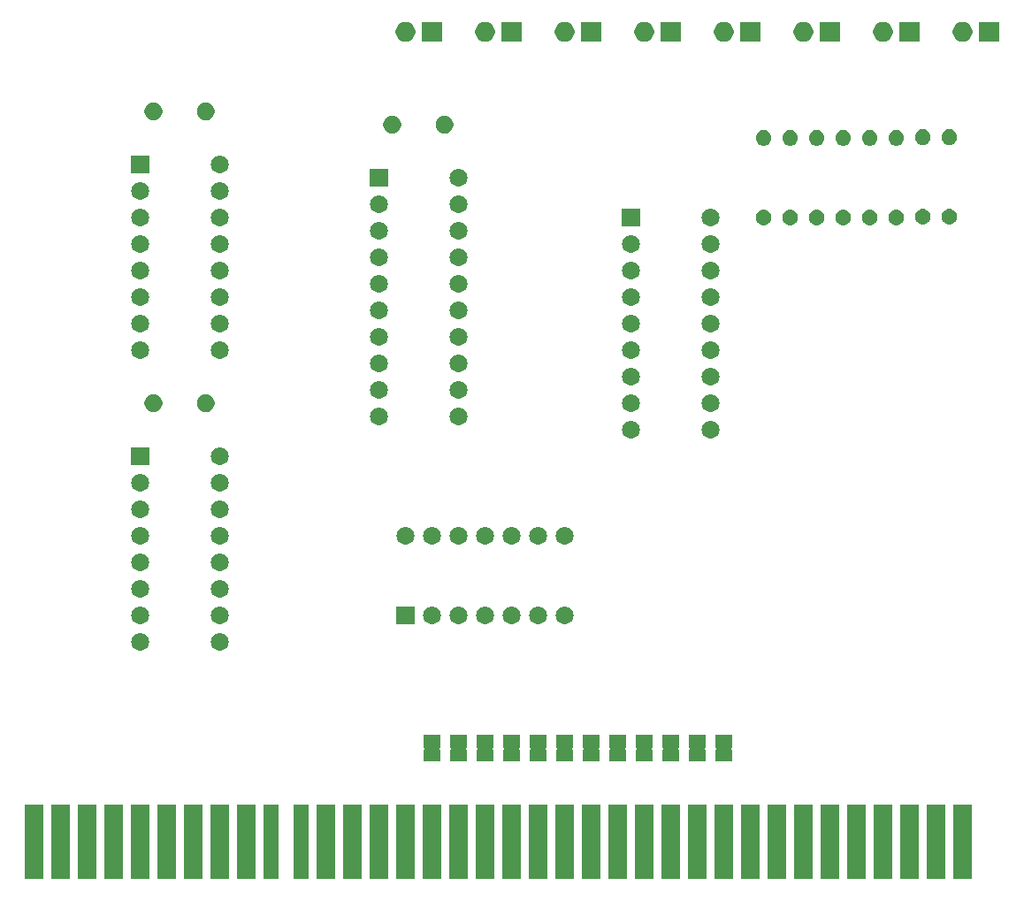
<source format=gts>
G04 #@! TF.GenerationSoftware,KiCad,Pcbnew,(5.0.1)-3*
G04 #@! TF.CreationDate,2018-12-11T20:57:09+00:00*
G04 #@! TF.ProjectId,Register (8 Bit),52656769737465722028382042697429,rev?*
G04 #@! TF.SameCoordinates,Original*
G04 #@! TF.FileFunction,Soldermask,Top*
G04 #@! TF.FilePolarity,Negative*
%FSLAX46Y46*%
G04 Gerber Fmt 4.6, Leading zero omitted, Abs format (unit mm)*
G04 Created by KiCad (PCBNEW (5.0.1)-3) date 11/12/2018 20:57:09*
%MOMM*%
%LPD*%
G01*
G04 APERTURE LIST*
%ADD10C,0.100000*%
G04 APERTURE END LIST*
D10*
G36*
X122796500Y-185271000D02*
X121043500Y-185271000D01*
X121043500Y-178169000D01*
X122796500Y-178169000D01*
X122796500Y-185271000D01*
X122796500Y-185271000D01*
G37*
G36*
X125336500Y-185271000D02*
X123583500Y-185271000D01*
X123583500Y-178169000D01*
X125336500Y-178169000D01*
X125336500Y-185271000D01*
X125336500Y-185271000D01*
G37*
G36*
X145656500Y-185271000D02*
X143903500Y-185271000D01*
X143903500Y-178169000D01*
X145656500Y-178169000D01*
X145656500Y-185271000D01*
X145656500Y-185271000D01*
G37*
G36*
X143116500Y-185271000D02*
X141363500Y-185271000D01*
X141363500Y-178169000D01*
X143116500Y-178169000D01*
X143116500Y-185271000D01*
X143116500Y-185271000D01*
G37*
G36*
X140576500Y-185271000D02*
X138823500Y-185271000D01*
X138823500Y-178169000D01*
X140576500Y-178169000D01*
X140576500Y-185271000D01*
X140576500Y-185271000D01*
G37*
G36*
X138036500Y-185271000D02*
X136283500Y-185271000D01*
X136283500Y-178169000D01*
X138036500Y-178169000D01*
X138036500Y-185271000D01*
X138036500Y-185271000D01*
G37*
G36*
X135496500Y-185271000D02*
X133743500Y-185271000D01*
X133743500Y-178169000D01*
X135496500Y-178169000D01*
X135496500Y-185271000D01*
X135496500Y-185271000D01*
G37*
G36*
X132956500Y-185271000D02*
X131203500Y-185271000D01*
X131203500Y-178169000D01*
X132956500Y-178169000D01*
X132956500Y-185271000D01*
X132956500Y-185271000D01*
G37*
G36*
X130416500Y-185271000D02*
X128663500Y-185271000D01*
X128663500Y-178169000D01*
X130416500Y-178169000D01*
X130416500Y-185271000D01*
X130416500Y-185271000D01*
G37*
G36*
X127876500Y-185271000D02*
X126123500Y-185271000D01*
X126123500Y-178169000D01*
X127876500Y-178169000D01*
X127876500Y-185271000D01*
X127876500Y-185271000D01*
G37*
G36*
X99936500Y-185271000D02*
X98183500Y-185271000D01*
X98183500Y-178169000D01*
X99936500Y-178169000D01*
X99936500Y-185271000D01*
X99936500Y-185271000D01*
G37*
G36*
X120256500Y-185271000D02*
X118503500Y-185271000D01*
X118503500Y-178169000D01*
X120256500Y-178169000D01*
X120256500Y-185271000D01*
X120256500Y-185271000D01*
G37*
G36*
X117716500Y-185271000D02*
X115963500Y-185271000D01*
X115963500Y-178169000D01*
X117716500Y-178169000D01*
X117716500Y-185271000D01*
X117716500Y-185271000D01*
G37*
G36*
X115176500Y-185271000D02*
X113423500Y-185271000D01*
X113423500Y-178169000D01*
X115176500Y-178169000D01*
X115176500Y-185271000D01*
X115176500Y-185271000D01*
G37*
G36*
X112636500Y-185271000D02*
X110883500Y-185271000D01*
X110883500Y-178169000D01*
X112636500Y-178169000D01*
X112636500Y-185271000D01*
X112636500Y-185271000D01*
G37*
G36*
X110096500Y-185271000D02*
X108343500Y-185271000D01*
X108343500Y-178169000D01*
X110096500Y-178169000D01*
X110096500Y-185271000D01*
X110096500Y-185271000D01*
G37*
G36*
X107556500Y-185271000D02*
X105803500Y-185271000D01*
X105803500Y-178169000D01*
X107556500Y-178169000D01*
X107556500Y-185271000D01*
X107556500Y-185271000D01*
G37*
G36*
X105016500Y-185271000D02*
X103263500Y-185271000D01*
X103263500Y-178169000D01*
X105016500Y-178169000D01*
X105016500Y-185271000D01*
X105016500Y-185271000D01*
G37*
G36*
X77076500Y-185271000D02*
X75323500Y-185271000D01*
X75323500Y-178169000D01*
X77076500Y-178169000D01*
X77076500Y-185271000D01*
X77076500Y-185271000D01*
G37*
G36*
X59296500Y-185271000D02*
X57543500Y-185271000D01*
X57543500Y-178169000D01*
X59296500Y-178169000D01*
X59296500Y-185271000D01*
X59296500Y-185271000D01*
G37*
G36*
X97396500Y-185271000D02*
X95643500Y-185271000D01*
X95643500Y-178169000D01*
X97396500Y-178169000D01*
X97396500Y-185271000D01*
X97396500Y-185271000D01*
G37*
G36*
X94856500Y-185271000D02*
X93103500Y-185271000D01*
X93103500Y-178169000D01*
X94856500Y-178169000D01*
X94856500Y-185271000D01*
X94856500Y-185271000D01*
G37*
G36*
X92316500Y-185271000D02*
X90563500Y-185271000D01*
X90563500Y-178169000D01*
X92316500Y-178169000D01*
X92316500Y-185271000D01*
X92316500Y-185271000D01*
G37*
G36*
X89776500Y-185271000D02*
X88023500Y-185271000D01*
X88023500Y-178169000D01*
X89776500Y-178169000D01*
X89776500Y-185271000D01*
X89776500Y-185271000D01*
G37*
G36*
X87236500Y-185271000D02*
X85483500Y-185271000D01*
X85483500Y-178169000D01*
X87236500Y-178169000D01*
X87236500Y-185271000D01*
X87236500Y-185271000D01*
G37*
G36*
X84696500Y-185271000D02*
X82943500Y-185271000D01*
X82943500Y-178169000D01*
X84696500Y-178169000D01*
X84696500Y-185271000D01*
X84696500Y-185271000D01*
G37*
G36*
X82155000Y-185271000D02*
X80715000Y-185271000D01*
X80715000Y-178169000D01*
X82155000Y-178169000D01*
X82155000Y-185271000D01*
X82155000Y-185271000D01*
G37*
G36*
X79305000Y-185271000D02*
X77865000Y-185271000D01*
X77865000Y-178169000D01*
X79305000Y-178169000D01*
X79305000Y-185271000D01*
X79305000Y-185271000D01*
G37*
G36*
X102476500Y-185271000D02*
X100723500Y-185271000D01*
X100723500Y-178169000D01*
X102476500Y-178169000D01*
X102476500Y-185271000D01*
X102476500Y-185271000D01*
G37*
G36*
X74536500Y-185271000D02*
X72783500Y-185271000D01*
X72783500Y-178169000D01*
X74536500Y-178169000D01*
X74536500Y-185271000D01*
X74536500Y-185271000D01*
G37*
G36*
X71996500Y-185271000D02*
X70243500Y-185271000D01*
X70243500Y-178169000D01*
X71996500Y-178169000D01*
X71996500Y-185271000D01*
X71996500Y-185271000D01*
G37*
G36*
X69456500Y-185271000D02*
X67703500Y-185271000D01*
X67703500Y-178169000D01*
X69456500Y-178169000D01*
X69456500Y-185271000D01*
X69456500Y-185271000D01*
G37*
G36*
X66916500Y-185271000D02*
X65163500Y-185271000D01*
X65163500Y-178169000D01*
X66916500Y-178169000D01*
X66916500Y-185271000D01*
X66916500Y-185271000D01*
G37*
G36*
X64376500Y-185271000D02*
X62623500Y-185271000D01*
X62623500Y-178169000D01*
X64376500Y-178169000D01*
X64376500Y-185271000D01*
X64376500Y-185271000D01*
G37*
G36*
X61836500Y-185271000D02*
X60083500Y-185271000D01*
X60083500Y-178169000D01*
X61836500Y-178169000D01*
X61836500Y-185271000D01*
X61836500Y-185271000D01*
G37*
G36*
X56756500Y-185271000D02*
X55003500Y-185271000D01*
X55003500Y-178169000D01*
X56756500Y-178169000D01*
X56756500Y-185271000D01*
X56756500Y-185271000D01*
G37*
G36*
X102359999Y-171444737D02*
X102369611Y-171447653D01*
X102378469Y-171452388D01*
X102386237Y-171458763D01*
X102392612Y-171466531D01*
X102397347Y-171475389D01*
X102400263Y-171485001D01*
X102401852Y-171501140D01*
X102401852Y-172638860D01*
X102400263Y-172654999D01*
X102397347Y-172664611D01*
X102392612Y-172673469D01*
X102386237Y-172681237D01*
X102373264Y-172691884D01*
X102364041Y-172698046D01*
X102346713Y-172715373D01*
X102333099Y-172735747D01*
X102323721Y-172758386D01*
X102318939Y-172782419D01*
X102318939Y-172806923D01*
X102323718Y-172830957D01*
X102333095Y-172853596D01*
X102346708Y-172873971D01*
X102364035Y-172891299D01*
X102373327Y-172898183D01*
X102386195Y-172908721D01*
X102386199Y-172908725D01*
X102392581Y-172916484D01*
X102397326Y-172925339D01*
X102400252Y-172934950D01*
X102401247Y-172945000D01*
X102401247Y-172945066D01*
X102401852Y-172951175D01*
X102401852Y-173938860D01*
X102400263Y-173954999D01*
X102397347Y-173964611D01*
X102392612Y-173973469D01*
X102386237Y-173981237D01*
X102378469Y-173987612D01*
X102369611Y-173992347D01*
X102359999Y-173995263D01*
X102343860Y-173996852D01*
X100856140Y-173996852D01*
X100840001Y-173995263D01*
X100830389Y-173992347D01*
X100821531Y-173987612D01*
X100813763Y-173981237D01*
X100807388Y-173973469D01*
X100802653Y-173964611D01*
X100799737Y-173954999D01*
X100798148Y-173938860D01*
X100798148Y-172951140D01*
X100799737Y-172935001D01*
X100802653Y-172925389D01*
X100807388Y-172916531D01*
X100813744Y-172908786D01*
X100813763Y-172908763D01*
X100821573Y-172902360D01*
X100821622Y-172902327D01*
X100831150Y-172894516D01*
X100831125Y-172894486D01*
X100844974Y-172883143D01*
X100860538Y-172864217D01*
X100872111Y-172842618D01*
X100879248Y-172819176D01*
X100881674Y-172794792D01*
X100879296Y-172770403D01*
X100872207Y-172746947D01*
X100860677Y-172725324D01*
X100845150Y-172706367D01*
X100830766Y-172695676D01*
X100830993Y-172695400D01*
X100821489Y-172687584D01*
X100821484Y-172687581D01*
X100813725Y-172681199D01*
X100813721Y-172681195D01*
X100807360Y-172673428D01*
X100802632Y-172664560D01*
X100799718Y-172654918D01*
X100798148Y-172638888D01*
X100798148Y-171501140D01*
X100799737Y-171485001D01*
X100802653Y-171475389D01*
X100807388Y-171466531D01*
X100813763Y-171458763D01*
X100821531Y-171452388D01*
X100830389Y-171447653D01*
X100840001Y-171444737D01*
X100856140Y-171443148D01*
X102343860Y-171443148D01*
X102359999Y-171444737D01*
X102359999Y-171444737D01*
G37*
G36*
X115059999Y-171444737D02*
X115069611Y-171447653D01*
X115078469Y-171452388D01*
X115086237Y-171458763D01*
X115092612Y-171466531D01*
X115097347Y-171475389D01*
X115100263Y-171485001D01*
X115101852Y-171501140D01*
X115101852Y-172638860D01*
X115100263Y-172654999D01*
X115097347Y-172664611D01*
X115092612Y-172673469D01*
X115086237Y-172681237D01*
X115073264Y-172691884D01*
X115064041Y-172698046D01*
X115046713Y-172715373D01*
X115033099Y-172735747D01*
X115023721Y-172758386D01*
X115018939Y-172782419D01*
X115018939Y-172806923D01*
X115023718Y-172830957D01*
X115033095Y-172853596D01*
X115046708Y-172873971D01*
X115064035Y-172891299D01*
X115073327Y-172898183D01*
X115086195Y-172908721D01*
X115086199Y-172908725D01*
X115092581Y-172916484D01*
X115097326Y-172925339D01*
X115100252Y-172934950D01*
X115101247Y-172945000D01*
X115101247Y-172945066D01*
X115101852Y-172951175D01*
X115101852Y-173938860D01*
X115100263Y-173954999D01*
X115097347Y-173964611D01*
X115092612Y-173973469D01*
X115086237Y-173981237D01*
X115078469Y-173987612D01*
X115069611Y-173992347D01*
X115059999Y-173995263D01*
X115043860Y-173996852D01*
X113556140Y-173996852D01*
X113540001Y-173995263D01*
X113530389Y-173992347D01*
X113521531Y-173987612D01*
X113513763Y-173981237D01*
X113507388Y-173973469D01*
X113502653Y-173964611D01*
X113499737Y-173954999D01*
X113498148Y-173938860D01*
X113498148Y-172951140D01*
X113499737Y-172935001D01*
X113502653Y-172925389D01*
X113507388Y-172916531D01*
X113513744Y-172908786D01*
X113513763Y-172908763D01*
X113521573Y-172902360D01*
X113521622Y-172902327D01*
X113531150Y-172894516D01*
X113531125Y-172894486D01*
X113544974Y-172883143D01*
X113560538Y-172864217D01*
X113572111Y-172842618D01*
X113579248Y-172819176D01*
X113581674Y-172794792D01*
X113579296Y-172770403D01*
X113572207Y-172746947D01*
X113560677Y-172725324D01*
X113545150Y-172706367D01*
X113530766Y-172695676D01*
X113530993Y-172695400D01*
X113521489Y-172687584D01*
X113521484Y-172687581D01*
X113513725Y-172681199D01*
X113513721Y-172681195D01*
X113507360Y-172673428D01*
X113502632Y-172664560D01*
X113499718Y-172654918D01*
X113498148Y-172638888D01*
X113498148Y-171501140D01*
X113499737Y-171485001D01*
X113502653Y-171475389D01*
X113507388Y-171466531D01*
X113513763Y-171458763D01*
X113521531Y-171452388D01*
X113530389Y-171447653D01*
X113540001Y-171444737D01*
X113556140Y-171443148D01*
X115043860Y-171443148D01*
X115059999Y-171444737D01*
X115059999Y-171444737D01*
G37*
G36*
X112519999Y-171444737D02*
X112529611Y-171447653D01*
X112538469Y-171452388D01*
X112546237Y-171458763D01*
X112552612Y-171466531D01*
X112557347Y-171475389D01*
X112560263Y-171485001D01*
X112561852Y-171501140D01*
X112561852Y-172638860D01*
X112560263Y-172654999D01*
X112557347Y-172664611D01*
X112552612Y-172673469D01*
X112546237Y-172681237D01*
X112533264Y-172691884D01*
X112524041Y-172698046D01*
X112506713Y-172715373D01*
X112493099Y-172735747D01*
X112483721Y-172758386D01*
X112478939Y-172782419D01*
X112478939Y-172806923D01*
X112483718Y-172830957D01*
X112493095Y-172853596D01*
X112506708Y-172873971D01*
X112524035Y-172891299D01*
X112533327Y-172898183D01*
X112546195Y-172908721D01*
X112546199Y-172908725D01*
X112552581Y-172916484D01*
X112557326Y-172925339D01*
X112560252Y-172934950D01*
X112561247Y-172945000D01*
X112561247Y-172945066D01*
X112561852Y-172951175D01*
X112561852Y-173938860D01*
X112560263Y-173954999D01*
X112557347Y-173964611D01*
X112552612Y-173973469D01*
X112546237Y-173981237D01*
X112538469Y-173987612D01*
X112529611Y-173992347D01*
X112519999Y-173995263D01*
X112503860Y-173996852D01*
X111016140Y-173996852D01*
X111000001Y-173995263D01*
X110990389Y-173992347D01*
X110981531Y-173987612D01*
X110973763Y-173981237D01*
X110967388Y-173973469D01*
X110962653Y-173964611D01*
X110959737Y-173954999D01*
X110958148Y-173938860D01*
X110958148Y-172951140D01*
X110959737Y-172935001D01*
X110962653Y-172925389D01*
X110967388Y-172916531D01*
X110973744Y-172908786D01*
X110973763Y-172908763D01*
X110981573Y-172902360D01*
X110981622Y-172902327D01*
X110991150Y-172894516D01*
X110991125Y-172894486D01*
X111004974Y-172883143D01*
X111020538Y-172864217D01*
X111032111Y-172842618D01*
X111039248Y-172819176D01*
X111041674Y-172794792D01*
X111039296Y-172770403D01*
X111032207Y-172746947D01*
X111020677Y-172725324D01*
X111005150Y-172706367D01*
X110990766Y-172695676D01*
X110990993Y-172695400D01*
X110981489Y-172687584D01*
X110981484Y-172687581D01*
X110973725Y-172681199D01*
X110973721Y-172681195D01*
X110967360Y-172673428D01*
X110962632Y-172664560D01*
X110959718Y-172654918D01*
X110958148Y-172638888D01*
X110958148Y-171501140D01*
X110959737Y-171485001D01*
X110962653Y-171475389D01*
X110967388Y-171466531D01*
X110973763Y-171458763D01*
X110981531Y-171452388D01*
X110990389Y-171447653D01*
X111000001Y-171444737D01*
X111016140Y-171443148D01*
X112503860Y-171443148D01*
X112519999Y-171444737D01*
X112519999Y-171444737D01*
G37*
G36*
X109979999Y-171444737D02*
X109989611Y-171447653D01*
X109998469Y-171452388D01*
X110006237Y-171458763D01*
X110012612Y-171466531D01*
X110017347Y-171475389D01*
X110020263Y-171485001D01*
X110021852Y-171501140D01*
X110021852Y-172638860D01*
X110020263Y-172654999D01*
X110017347Y-172664611D01*
X110012612Y-172673469D01*
X110006237Y-172681237D01*
X109993264Y-172691884D01*
X109984041Y-172698046D01*
X109966713Y-172715373D01*
X109953099Y-172735747D01*
X109943721Y-172758386D01*
X109938939Y-172782419D01*
X109938939Y-172806923D01*
X109943718Y-172830957D01*
X109953095Y-172853596D01*
X109966708Y-172873971D01*
X109984035Y-172891299D01*
X109993327Y-172898183D01*
X110006195Y-172908721D01*
X110006199Y-172908725D01*
X110012581Y-172916484D01*
X110017326Y-172925339D01*
X110020252Y-172934950D01*
X110021247Y-172945000D01*
X110021247Y-172945066D01*
X110021852Y-172951175D01*
X110021852Y-173938860D01*
X110020263Y-173954999D01*
X110017347Y-173964611D01*
X110012612Y-173973469D01*
X110006237Y-173981237D01*
X109998469Y-173987612D01*
X109989611Y-173992347D01*
X109979999Y-173995263D01*
X109963860Y-173996852D01*
X108476140Y-173996852D01*
X108460001Y-173995263D01*
X108450389Y-173992347D01*
X108441531Y-173987612D01*
X108433763Y-173981237D01*
X108427388Y-173973469D01*
X108422653Y-173964611D01*
X108419737Y-173954999D01*
X108418148Y-173938860D01*
X108418148Y-172951140D01*
X108419737Y-172935001D01*
X108422653Y-172925389D01*
X108427388Y-172916531D01*
X108433744Y-172908786D01*
X108433763Y-172908763D01*
X108441573Y-172902360D01*
X108441622Y-172902327D01*
X108451150Y-172894516D01*
X108451125Y-172894486D01*
X108464974Y-172883143D01*
X108480538Y-172864217D01*
X108492111Y-172842618D01*
X108499248Y-172819176D01*
X108501674Y-172794792D01*
X108499296Y-172770403D01*
X108492207Y-172746947D01*
X108480677Y-172725324D01*
X108465150Y-172706367D01*
X108450766Y-172695676D01*
X108450993Y-172695400D01*
X108441489Y-172687584D01*
X108441484Y-172687581D01*
X108433725Y-172681199D01*
X108433721Y-172681195D01*
X108427360Y-172673428D01*
X108422632Y-172664560D01*
X108419718Y-172654918D01*
X108418148Y-172638888D01*
X108418148Y-171501140D01*
X108419737Y-171485001D01*
X108422653Y-171475389D01*
X108427388Y-171466531D01*
X108433763Y-171458763D01*
X108441531Y-171452388D01*
X108450389Y-171447653D01*
X108460001Y-171444737D01*
X108476140Y-171443148D01*
X109963860Y-171443148D01*
X109979999Y-171444737D01*
X109979999Y-171444737D01*
G37*
G36*
X107439999Y-171444737D02*
X107449611Y-171447653D01*
X107458469Y-171452388D01*
X107466237Y-171458763D01*
X107472612Y-171466531D01*
X107477347Y-171475389D01*
X107480263Y-171485001D01*
X107481852Y-171501140D01*
X107481852Y-172638860D01*
X107480263Y-172654999D01*
X107477347Y-172664611D01*
X107472612Y-172673469D01*
X107466237Y-172681237D01*
X107453264Y-172691884D01*
X107444041Y-172698046D01*
X107426713Y-172715373D01*
X107413099Y-172735747D01*
X107403721Y-172758386D01*
X107398939Y-172782419D01*
X107398939Y-172806923D01*
X107403718Y-172830957D01*
X107413095Y-172853596D01*
X107426708Y-172873971D01*
X107444035Y-172891299D01*
X107453327Y-172898183D01*
X107466195Y-172908721D01*
X107466199Y-172908725D01*
X107472581Y-172916484D01*
X107477326Y-172925339D01*
X107480252Y-172934950D01*
X107481247Y-172945000D01*
X107481247Y-172945066D01*
X107481852Y-172951175D01*
X107481852Y-173938860D01*
X107480263Y-173954999D01*
X107477347Y-173964611D01*
X107472612Y-173973469D01*
X107466237Y-173981237D01*
X107458469Y-173987612D01*
X107449611Y-173992347D01*
X107439999Y-173995263D01*
X107423860Y-173996852D01*
X105936140Y-173996852D01*
X105920001Y-173995263D01*
X105910389Y-173992347D01*
X105901531Y-173987612D01*
X105893763Y-173981237D01*
X105887388Y-173973469D01*
X105882653Y-173964611D01*
X105879737Y-173954999D01*
X105878148Y-173938860D01*
X105878148Y-172951140D01*
X105879737Y-172935001D01*
X105882653Y-172925389D01*
X105887388Y-172916531D01*
X105893744Y-172908786D01*
X105893763Y-172908763D01*
X105901573Y-172902360D01*
X105901622Y-172902327D01*
X105911150Y-172894516D01*
X105911125Y-172894486D01*
X105924974Y-172883143D01*
X105940538Y-172864217D01*
X105952111Y-172842618D01*
X105959248Y-172819176D01*
X105961674Y-172794792D01*
X105959296Y-172770403D01*
X105952207Y-172746947D01*
X105940677Y-172725324D01*
X105925150Y-172706367D01*
X105910766Y-172695676D01*
X105910993Y-172695400D01*
X105901489Y-172687584D01*
X105901484Y-172687581D01*
X105893725Y-172681199D01*
X105893721Y-172681195D01*
X105887360Y-172673428D01*
X105882632Y-172664560D01*
X105879718Y-172654918D01*
X105878148Y-172638888D01*
X105878148Y-171501140D01*
X105879737Y-171485001D01*
X105882653Y-171475389D01*
X105887388Y-171466531D01*
X105893763Y-171458763D01*
X105901531Y-171452388D01*
X105910389Y-171447653D01*
X105920001Y-171444737D01*
X105936140Y-171443148D01*
X107423860Y-171443148D01*
X107439999Y-171444737D01*
X107439999Y-171444737D01*
G37*
G36*
X104899999Y-171444737D02*
X104909611Y-171447653D01*
X104918469Y-171452388D01*
X104926237Y-171458763D01*
X104932612Y-171466531D01*
X104937347Y-171475389D01*
X104940263Y-171485001D01*
X104941852Y-171501140D01*
X104941852Y-172638860D01*
X104940263Y-172654999D01*
X104937347Y-172664611D01*
X104932612Y-172673469D01*
X104926237Y-172681237D01*
X104913264Y-172691884D01*
X104904041Y-172698046D01*
X104886713Y-172715373D01*
X104873099Y-172735747D01*
X104863721Y-172758386D01*
X104858939Y-172782419D01*
X104858939Y-172806923D01*
X104863718Y-172830957D01*
X104873095Y-172853596D01*
X104886708Y-172873971D01*
X104904035Y-172891299D01*
X104913327Y-172898183D01*
X104926195Y-172908721D01*
X104926199Y-172908725D01*
X104932581Y-172916484D01*
X104937326Y-172925339D01*
X104940252Y-172934950D01*
X104941247Y-172945000D01*
X104941247Y-172945066D01*
X104941852Y-172951175D01*
X104941852Y-173938860D01*
X104940263Y-173954999D01*
X104937347Y-173964611D01*
X104932612Y-173973469D01*
X104926237Y-173981237D01*
X104918469Y-173987612D01*
X104909611Y-173992347D01*
X104899999Y-173995263D01*
X104883860Y-173996852D01*
X103396140Y-173996852D01*
X103380001Y-173995263D01*
X103370389Y-173992347D01*
X103361531Y-173987612D01*
X103353763Y-173981237D01*
X103347388Y-173973469D01*
X103342653Y-173964611D01*
X103339737Y-173954999D01*
X103338148Y-173938860D01*
X103338148Y-172951140D01*
X103339737Y-172935001D01*
X103342653Y-172925389D01*
X103347388Y-172916531D01*
X103353744Y-172908786D01*
X103353763Y-172908763D01*
X103361573Y-172902360D01*
X103361622Y-172902327D01*
X103371150Y-172894516D01*
X103371125Y-172894486D01*
X103384974Y-172883143D01*
X103400538Y-172864217D01*
X103412111Y-172842618D01*
X103419248Y-172819176D01*
X103421674Y-172794792D01*
X103419296Y-172770403D01*
X103412207Y-172746947D01*
X103400677Y-172725324D01*
X103385150Y-172706367D01*
X103370766Y-172695676D01*
X103370993Y-172695400D01*
X103361489Y-172687584D01*
X103361484Y-172687581D01*
X103353725Y-172681199D01*
X103353721Y-172681195D01*
X103347360Y-172673428D01*
X103342632Y-172664560D01*
X103339718Y-172654918D01*
X103338148Y-172638888D01*
X103338148Y-171501140D01*
X103339737Y-171485001D01*
X103342653Y-171475389D01*
X103347388Y-171466531D01*
X103353763Y-171458763D01*
X103361531Y-171452388D01*
X103370389Y-171447653D01*
X103380001Y-171444737D01*
X103396140Y-171443148D01*
X104883860Y-171443148D01*
X104899999Y-171444737D01*
X104899999Y-171444737D01*
G37*
G36*
X99819999Y-171444737D02*
X99829611Y-171447653D01*
X99838469Y-171452388D01*
X99846237Y-171458763D01*
X99852612Y-171466531D01*
X99857347Y-171475389D01*
X99860263Y-171485001D01*
X99861852Y-171501140D01*
X99861852Y-172638860D01*
X99860263Y-172654999D01*
X99857347Y-172664611D01*
X99852612Y-172673469D01*
X99846237Y-172681237D01*
X99833264Y-172691884D01*
X99824041Y-172698046D01*
X99806713Y-172715373D01*
X99793099Y-172735747D01*
X99783721Y-172758386D01*
X99778939Y-172782419D01*
X99778939Y-172806923D01*
X99783718Y-172830957D01*
X99793095Y-172853596D01*
X99806708Y-172873971D01*
X99824035Y-172891299D01*
X99833327Y-172898183D01*
X99846195Y-172908721D01*
X99846199Y-172908725D01*
X99852581Y-172916484D01*
X99857326Y-172925339D01*
X99860252Y-172934950D01*
X99861247Y-172945000D01*
X99861247Y-172945066D01*
X99861852Y-172951175D01*
X99861852Y-173938860D01*
X99860263Y-173954999D01*
X99857347Y-173964611D01*
X99852612Y-173973469D01*
X99846237Y-173981237D01*
X99838469Y-173987612D01*
X99829611Y-173992347D01*
X99819999Y-173995263D01*
X99803860Y-173996852D01*
X98316140Y-173996852D01*
X98300001Y-173995263D01*
X98290389Y-173992347D01*
X98281531Y-173987612D01*
X98273763Y-173981237D01*
X98267388Y-173973469D01*
X98262653Y-173964611D01*
X98259737Y-173954999D01*
X98258148Y-173938860D01*
X98258148Y-172951140D01*
X98259737Y-172935001D01*
X98262653Y-172925389D01*
X98267388Y-172916531D01*
X98273744Y-172908786D01*
X98273763Y-172908763D01*
X98281573Y-172902360D01*
X98281622Y-172902327D01*
X98291150Y-172894516D01*
X98291125Y-172894486D01*
X98304974Y-172883143D01*
X98320538Y-172864217D01*
X98332111Y-172842618D01*
X98339248Y-172819176D01*
X98341674Y-172794792D01*
X98339296Y-172770403D01*
X98332207Y-172746947D01*
X98320677Y-172725324D01*
X98305150Y-172706367D01*
X98290766Y-172695676D01*
X98290993Y-172695400D01*
X98281489Y-172687584D01*
X98281484Y-172687581D01*
X98273725Y-172681199D01*
X98273721Y-172681195D01*
X98267360Y-172673428D01*
X98262632Y-172664560D01*
X98259718Y-172654918D01*
X98258148Y-172638888D01*
X98258148Y-171501140D01*
X98259737Y-171485001D01*
X98262653Y-171475389D01*
X98267388Y-171466531D01*
X98273763Y-171458763D01*
X98281531Y-171452388D01*
X98290389Y-171447653D01*
X98300001Y-171444737D01*
X98316140Y-171443148D01*
X99803860Y-171443148D01*
X99819999Y-171444737D01*
X99819999Y-171444737D01*
G37*
G36*
X97279999Y-171444737D02*
X97289611Y-171447653D01*
X97298469Y-171452388D01*
X97306237Y-171458763D01*
X97312612Y-171466531D01*
X97317347Y-171475389D01*
X97320263Y-171485001D01*
X97321852Y-171501140D01*
X97321852Y-172638860D01*
X97320263Y-172654999D01*
X97317347Y-172664611D01*
X97312612Y-172673469D01*
X97306237Y-172681237D01*
X97293264Y-172691884D01*
X97284041Y-172698046D01*
X97266713Y-172715373D01*
X97253099Y-172735747D01*
X97243721Y-172758386D01*
X97238939Y-172782419D01*
X97238939Y-172806923D01*
X97243718Y-172830957D01*
X97253095Y-172853596D01*
X97266708Y-172873971D01*
X97284035Y-172891299D01*
X97293327Y-172898183D01*
X97306195Y-172908721D01*
X97306199Y-172908725D01*
X97312581Y-172916484D01*
X97317326Y-172925339D01*
X97320252Y-172934950D01*
X97321247Y-172945000D01*
X97321247Y-172945066D01*
X97321852Y-172951175D01*
X97321852Y-173938860D01*
X97320263Y-173954999D01*
X97317347Y-173964611D01*
X97312612Y-173973469D01*
X97306237Y-173981237D01*
X97298469Y-173987612D01*
X97289611Y-173992347D01*
X97279999Y-173995263D01*
X97263860Y-173996852D01*
X95776140Y-173996852D01*
X95760001Y-173995263D01*
X95750389Y-173992347D01*
X95741531Y-173987612D01*
X95733763Y-173981237D01*
X95727388Y-173973469D01*
X95722653Y-173964611D01*
X95719737Y-173954999D01*
X95718148Y-173938860D01*
X95718148Y-172951140D01*
X95719737Y-172935001D01*
X95722653Y-172925389D01*
X95727388Y-172916531D01*
X95733744Y-172908786D01*
X95733763Y-172908763D01*
X95741573Y-172902360D01*
X95741622Y-172902327D01*
X95751150Y-172894516D01*
X95751125Y-172894486D01*
X95764974Y-172883143D01*
X95780538Y-172864217D01*
X95792111Y-172842618D01*
X95799248Y-172819176D01*
X95801674Y-172794792D01*
X95799296Y-172770403D01*
X95792207Y-172746947D01*
X95780677Y-172725324D01*
X95765150Y-172706367D01*
X95750766Y-172695676D01*
X95750993Y-172695400D01*
X95741489Y-172687584D01*
X95741484Y-172687581D01*
X95733725Y-172681199D01*
X95733721Y-172681195D01*
X95727360Y-172673428D01*
X95722632Y-172664560D01*
X95719718Y-172654918D01*
X95718148Y-172638888D01*
X95718148Y-171501140D01*
X95719737Y-171485001D01*
X95722653Y-171475389D01*
X95727388Y-171466531D01*
X95733763Y-171458763D01*
X95741531Y-171452388D01*
X95750389Y-171447653D01*
X95760001Y-171444737D01*
X95776140Y-171443148D01*
X97263860Y-171443148D01*
X97279999Y-171444737D01*
X97279999Y-171444737D01*
G37*
G36*
X94739999Y-171444737D02*
X94749611Y-171447653D01*
X94758469Y-171452388D01*
X94766237Y-171458763D01*
X94772612Y-171466531D01*
X94777347Y-171475389D01*
X94780263Y-171485001D01*
X94781852Y-171501140D01*
X94781852Y-172638860D01*
X94780263Y-172654999D01*
X94777347Y-172664611D01*
X94772612Y-172673469D01*
X94766237Y-172681237D01*
X94753264Y-172691884D01*
X94744041Y-172698046D01*
X94726713Y-172715373D01*
X94713099Y-172735747D01*
X94703721Y-172758386D01*
X94698939Y-172782419D01*
X94698939Y-172806923D01*
X94703718Y-172830957D01*
X94713095Y-172853596D01*
X94726708Y-172873971D01*
X94744035Y-172891299D01*
X94753327Y-172898183D01*
X94766195Y-172908721D01*
X94766199Y-172908725D01*
X94772581Y-172916484D01*
X94777326Y-172925339D01*
X94780252Y-172934950D01*
X94781247Y-172945000D01*
X94781247Y-172945066D01*
X94781852Y-172951175D01*
X94781852Y-173938860D01*
X94780263Y-173954999D01*
X94777347Y-173964611D01*
X94772612Y-173973469D01*
X94766237Y-173981237D01*
X94758469Y-173987612D01*
X94749611Y-173992347D01*
X94739999Y-173995263D01*
X94723860Y-173996852D01*
X93236140Y-173996852D01*
X93220001Y-173995263D01*
X93210389Y-173992347D01*
X93201531Y-173987612D01*
X93193763Y-173981237D01*
X93187388Y-173973469D01*
X93182653Y-173964611D01*
X93179737Y-173954999D01*
X93178148Y-173938860D01*
X93178148Y-172951140D01*
X93179737Y-172935001D01*
X93182653Y-172925389D01*
X93187388Y-172916531D01*
X93193744Y-172908786D01*
X93193763Y-172908763D01*
X93201573Y-172902360D01*
X93201622Y-172902327D01*
X93211150Y-172894516D01*
X93211125Y-172894486D01*
X93224974Y-172883143D01*
X93240538Y-172864217D01*
X93252111Y-172842618D01*
X93259248Y-172819176D01*
X93261674Y-172794792D01*
X93259296Y-172770403D01*
X93252207Y-172746947D01*
X93240677Y-172725324D01*
X93225150Y-172706367D01*
X93210766Y-172695676D01*
X93210993Y-172695400D01*
X93201489Y-172687584D01*
X93201484Y-172687581D01*
X93193725Y-172681199D01*
X93193721Y-172681195D01*
X93187360Y-172673428D01*
X93182632Y-172664560D01*
X93179718Y-172654918D01*
X93178148Y-172638888D01*
X93178148Y-171501140D01*
X93179737Y-171485001D01*
X93182653Y-171475389D01*
X93187388Y-171466531D01*
X93193763Y-171458763D01*
X93201531Y-171452388D01*
X93210389Y-171447653D01*
X93220001Y-171444737D01*
X93236140Y-171443148D01*
X94723860Y-171443148D01*
X94739999Y-171444737D01*
X94739999Y-171444737D01*
G37*
G36*
X120139999Y-171444737D02*
X120149611Y-171447653D01*
X120158469Y-171452388D01*
X120166237Y-171458763D01*
X120172612Y-171466531D01*
X120177347Y-171475389D01*
X120180263Y-171485001D01*
X120181852Y-171501140D01*
X120181852Y-172638860D01*
X120180263Y-172654999D01*
X120177347Y-172664611D01*
X120172612Y-172673469D01*
X120166237Y-172681237D01*
X120153264Y-172691884D01*
X120144041Y-172698046D01*
X120126713Y-172715373D01*
X120113099Y-172735747D01*
X120103721Y-172758386D01*
X120098939Y-172782419D01*
X120098939Y-172806923D01*
X120103718Y-172830957D01*
X120113095Y-172853596D01*
X120126708Y-172873971D01*
X120144035Y-172891299D01*
X120153327Y-172898183D01*
X120166195Y-172908721D01*
X120166199Y-172908725D01*
X120172581Y-172916484D01*
X120177326Y-172925339D01*
X120180252Y-172934950D01*
X120181247Y-172945000D01*
X120181247Y-172945066D01*
X120181852Y-172951175D01*
X120181852Y-173938860D01*
X120180263Y-173954999D01*
X120177347Y-173964611D01*
X120172612Y-173973469D01*
X120166237Y-173981237D01*
X120158469Y-173987612D01*
X120149611Y-173992347D01*
X120139999Y-173995263D01*
X120123860Y-173996852D01*
X118636140Y-173996852D01*
X118620001Y-173995263D01*
X118610389Y-173992347D01*
X118601531Y-173987612D01*
X118593763Y-173981237D01*
X118587388Y-173973469D01*
X118582653Y-173964611D01*
X118579737Y-173954999D01*
X118578148Y-173938860D01*
X118578148Y-172951140D01*
X118579737Y-172935001D01*
X118582653Y-172925389D01*
X118587388Y-172916531D01*
X118593744Y-172908786D01*
X118593763Y-172908763D01*
X118601573Y-172902360D01*
X118601622Y-172902327D01*
X118611150Y-172894516D01*
X118611125Y-172894486D01*
X118624974Y-172883143D01*
X118640538Y-172864217D01*
X118652111Y-172842618D01*
X118659248Y-172819176D01*
X118661674Y-172794792D01*
X118659296Y-172770403D01*
X118652207Y-172746947D01*
X118640677Y-172725324D01*
X118625150Y-172706367D01*
X118610766Y-172695676D01*
X118610993Y-172695400D01*
X118601489Y-172687584D01*
X118601484Y-172687581D01*
X118593725Y-172681199D01*
X118593721Y-172681195D01*
X118587360Y-172673428D01*
X118582632Y-172664560D01*
X118579718Y-172654918D01*
X118578148Y-172638888D01*
X118578148Y-171501140D01*
X118579737Y-171485001D01*
X118582653Y-171475389D01*
X118587388Y-171466531D01*
X118593763Y-171458763D01*
X118601531Y-171452388D01*
X118610389Y-171447653D01*
X118620001Y-171444737D01*
X118636140Y-171443148D01*
X120123860Y-171443148D01*
X120139999Y-171444737D01*
X120139999Y-171444737D01*
G37*
G36*
X122679999Y-171444737D02*
X122689611Y-171447653D01*
X122698469Y-171452388D01*
X122706237Y-171458763D01*
X122712612Y-171466531D01*
X122717347Y-171475389D01*
X122720263Y-171485001D01*
X122721852Y-171501140D01*
X122721852Y-172638860D01*
X122720263Y-172654999D01*
X122717347Y-172664611D01*
X122712612Y-172673469D01*
X122706237Y-172681237D01*
X122693264Y-172691884D01*
X122684041Y-172698046D01*
X122666713Y-172715373D01*
X122653099Y-172735747D01*
X122643721Y-172758386D01*
X122638939Y-172782419D01*
X122638939Y-172806923D01*
X122643718Y-172830957D01*
X122653095Y-172853596D01*
X122666708Y-172873971D01*
X122684035Y-172891299D01*
X122693327Y-172898183D01*
X122706195Y-172908721D01*
X122706199Y-172908725D01*
X122712581Y-172916484D01*
X122717326Y-172925339D01*
X122720252Y-172934950D01*
X122721247Y-172945000D01*
X122721247Y-172945066D01*
X122721852Y-172951175D01*
X122721852Y-173938860D01*
X122720263Y-173954999D01*
X122717347Y-173964611D01*
X122712612Y-173973469D01*
X122706237Y-173981237D01*
X122698469Y-173987612D01*
X122689611Y-173992347D01*
X122679999Y-173995263D01*
X122663860Y-173996852D01*
X121176140Y-173996852D01*
X121160001Y-173995263D01*
X121150389Y-173992347D01*
X121141531Y-173987612D01*
X121133763Y-173981237D01*
X121127388Y-173973469D01*
X121122653Y-173964611D01*
X121119737Y-173954999D01*
X121118148Y-173938860D01*
X121118148Y-172951140D01*
X121119737Y-172935001D01*
X121122653Y-172925389D01*
X121127388Y-172916531D01*
X121133744Y-172908786D01*
X121133763Y-172908763D01*
X121141573Y-172902360D01*
X121141622Y-172902327D01*
X121151150Y-172894516D01*
X121151125Y-172894486D01*
X121164974Y-172883143D01*
X121180538Y-172864217D01*
X121192111Y-172842618D01*
X121199248Y-172819176D01*
X121201674Y-172794792D01*
X121199296Y-172770403D01*
X121192207Y-172746947D01*
X121180677Y-172725324D01*
X121165150Y-172706367D01*
X121150766Y-172695676D01*
X121150993Y-172695400D01*
X121141489Y-172687584D01*
X121141484Y-172687581D01*
X121133725Y-172681199D01*
X121133721Y-172681195D01*
X121127360Y-172673428D01*
X121122632Y-172664560D01*
X121119718Y-172654918D01*
X121118148Y-172638888D01*
X121118148Y-171501140D01*
X121119737Y-171485001D01*
X121122653Y-171475389D01*
X121127388Y-171466531D01*
X121133763Y-171458763D01*
X121141531Y-171452388D01*
X121150389Y-171447653D01*
X121160001Y-171444737D01*
X121176140Y-171443148D01*
X122663860Y-171443148D01*
X122679999Y-171444737D01*
X122679999Y-171444737D01*
G37*
G36*
X117599999Y-171444737D02*
X117609611Y-171447653D01*
X117618469Y-171452388D01*
X117626237Y-171458763D01*
X117632612Y-171466531D01*
X117637347Y-171475389D01*
X117640263Y-171485001D01*
X117641852Y-171501140D01*
X117641852Y-172638860D01*
X117640263Y-172654999D01*
X117637347Y-172664611D01*
X117632612Y-172673469D01*
X117626237Y-172681237D01*
X117613264Y-172691884D01*
X117604041Y-172698046D01*
X117586713Y-172715373D01*
X117573099Y-172735747D01*
X117563721Y-172758386D01*
X117558939Y-172782419D01*
X117558939Y-172806923D01*
X117563718Y-172830957D01*
X117573095Y-172853596D01*
X117586708Y-172873971D01*
X117604035Y-172891299D01*
X117613327Y-172898183D01*
X117626195Y-172908721D01*
X117626199Y-172908725D01*
X117632581Y-172916484D01*
X117637326Y-172925339D01*
X117640252Y-172934950D01*
X117641247Y-172945000D01*
X117641247Y-172945066D01*
X117641852Y-172951175D01*
X117641852Y-173938860D01*
X117640263Y-173954999D01*
X117637347Y-173964611D01*
X117632612Y-173973469D01*
X117626237Y-173981237D01*
X117618469Y-173987612D01*
X117609611Y-173992347D01*
X117599999Y-173995263D01*
X117583860Y-173996852D01*
X116096140Y-173996852D01*
X116080001Y-173995263D01*
X116070389Y-173992347D01*
X116061531Y-173987612D01*
X116053763Y-173981237D01*
X116047388Y-173973469D01*
X116042653Y-173964611D01*
X116039737Y-173954999D01*
X116038148Y-173938860D01*
X116038148Y-172951140D01*
X116039737Y-172935001D01*
X116042653Y-172925389D01*
X116047388Y-172916531D01*
X116053744Y-172908786D01*
X116053763Y-172908763D01*
X116061573Y-172902360D01*
X116061622Y-172902327D01*
X116071150Y-172894516D01*
X116071125Y-172894486D01*
X116084974Y-172883143D01*
X116100538Y-172864217D01*
X116112111Y-172842618D01*
X116119248Y-172819176D01*
X116121674Y-172794792D01*
X116119296Y-172770403D01*
X116112207Y-172746947D01*
X116100677Y-172725324D01*
X116085150Y-172706367D01*
X116070766Y-172695676D01*
X116070993Y-172695400D01*
X116061489Y-172687584D01*
X116061484Y-172687581D01*
X116053725Y-172681199D01*
X116053721Y-172681195D01*
X116047360Y-172673428D01*
X116042632Y-172664560D01*
X116039718Y-172654918D01*
X116038148Y-172638888D01*
X116038148Y-171501140D01*
X116039737Y-171485001D01*
X116042653Y-171475389D01*
X116047388Y-171466531D01*
X116053763Y-171458763D01*
X116061531Y-171452388D01*
X116070389Y-171447653D01*
X116080001Y-171444737D01*
X116096140Y-171443148D01*
X117583860Y-171443148D01*
X117599999Y-171444737D01*
X117599999Y-171444737D01*
G37*
G36*
X66206821Y-161721313D02*
X66206824Y-161721314D01*
X66206825Y-161721314D01*
X66367239Y-161769975D01*
X66367241Y-161769976D01*
X66367244Y-161769977D01*
X66515078Y-161848995D01*
X66644659Y-161955341D01*
X66751005Y-162084922D01*
X66830023Y-162232756D01*
X66878687Y-162393179D01*
X66895117Y-162560000D01*
X66878687Y-162726821D01*
X66830023Y-162887244D01*
X66751005Y-163035078D01*
X66644659Y-163164659D01*
X66515078Y-163271005D01*
X66367244Y-163350023D01*
X66367241Y-163350024D01*
X66367239Y-163350025D01*
X66206825Y-163398686D01*
X66206824Y-163398686D01*
X66206821Y-163398687D01*
X66081804Y-163411000D01*
X65998196Y-163411000D01*
X65873179Y-163398687D01*
X65873176Y-163398686D01*
X65873175Y-163398686D01*
X65712761Y-163350025D01*
X65712759Y-163350024D01*
X65712756Y-163350023D01*
X65564922Y-163271005D01*
X65435341Y-163164659D01*
X65328995Y-163035078D01*
X65249977Y-162887244D01*
X65201313Y-162726821D01*
X65184883Y-162560000D01*
X65201313Y-162393179D01*
X65249977Y-162232756D01*
X65328995Y-162084922D01*
X65435341Y-161955341D01*
X65564922Y-161848995D01*
X65712756Y-161769977D01*
X65712759Y-161769976D01*
X65712761Y-161769975D01*
X65873175Y-161721314D01*
X65873176Y-161721314D01*
X65873179Y-161721313D01*
X65998196Y-161709000D01*
X66081804Y-161709000D01*
X66206821Y-161721313D01*
X66206821Y-161721313D01*
G37*
G36*
X73826821Y-161721313D02*
X73826824Y-161721314D01*
X73826825Y-161721314D01*
X73987239Y-161769975D01*
X73987241Y-161769976D01*
X73987244Y-161769977D01*
X74135078Y-161848995D01*
X74264659Y-161955341D01*
X74371005Y-162084922D01*
X74450023Y-162232756D01*
X74498687Y-162393179D01*
X74515117Y-162560000D01*
X74498687Y-162726821D01*
X74450023Y-162887244D01*
X74371005Y-163035078D01*
X74264659Y-163164659D01*
X74135078Y-163271005D01*
X73987244Y-163350023D01*
X73987241Y-163350024D01*
X73987239Y-163350025D01*
X73826825Y-163398686D01*
X73826824Y-163398686D01*
X73826821Y-163398687D01*
X73701804Y-163411000D01*
X73618196Y-163411000D01*
X73493179Y-163398687D01*
X73493176Y-163398686D01*
X73493175Y-163398686D01*
X73332761Y-163350025D01*
X73332759Y-163350024D01*
X73332756Y-163350023D01*
X73184922Y-163271005D01*
X73055341Y-163164659D01*
X72948995Y-163035078D01*
X72869977Y-162887244D01*
X72821313Y-162726821D01*
X72804883Y-162560000D01*
X72821313Y-162393179D01*
X72869977Y-162232756D01*
X72948995Y-162084922D01*
X73055341Y-161955341D01*
X73184922Y-161848995D01*
X73332756Y-161769977D01*
X73332759Y-161769976D01*
X73332761Y-161769975D01*
X73493175Y-161721314D01*
X73493176Y-161721314D01*
X73493179Y-161721313D01*
X73618196Y-161709000D01*
X73701804Y-161709000D01*
X73826821Y-161721313D01*
X73826821Y-161721313D01*
G37*
G36*
X94146821Y-159181313D02*
X94146824Y-159181314D01*
X94146825Y-159181314D01*
X94307239Y-159229975D01*
X94307241Y-159229976D01*
X94307244Y-159229977D01*
X94455078Y-159308995D01*
X94584659Y-159415341D01*
X94691005Y-159544922D01*
X94770023Y-159692756D01*
X94818687Y-159853179D01*
X94835117Y-160020000D01*
X94818687Y-160186821D01*
X94770023Y-160347244D01*
X94691005Y-160495078D01*
X94584659Y-160624659D01*
X94455078Y-160731005D01*
X94307244Y-160810023D01*
X94307241Y-160810024D01*
X94307239Y-160810025D01*
X94146825Y-160858686D01*
X94146824Y-160858686D01*
X94146821Y-160858687D01*
X94021804Y-160871000D01*
X93938196Y-160871000D01*
X93813179Y-160858687D01*
X93813176Y-160858686D01*
X93813175Y-160858686D01*
X93652761Y-160810025D01*
X93652759Y-160810024D01*
X93652756Y-160810023D01*
X93504922Y-160731005D01*
X93375341Y-160624659D01*
X93268995Y-160495078D01*
X93189977Y-160347244D01*
X93141313Y-160186821D01*
X93124883Y-160020000D01*
X93141313Y-159853179D01*
X93189977Y-159692756D01*
X93268995Y-159544922D01*
X93375341Y-159415341D01*
X93504922Y-159308995D01*
X93652756Y-159229977D01*
X93652759Y-159229976D01*
X93652761Y-159229975D01*
X93813175Y-159181314D01*
X93813176Y-159181314D01*
X93813179Y-159181313D01*
X93938196Y-159169000D01*
X94021804Y-159169000D01*
X94146821Y-159181313D01*
X94146821Y-159181313D01*
G37*
G36*
X66206821Y-159181313D02*
X66206824Y-159181314D01*
X66206825Y-159181314D01*
X66367239Y-159229975D01*
X66367241Y-159229976D01*
X66367244Y-159229977D01*
X66515078Y-159308995D01*
X66644659Y-159415341D01*
X66751005Y-159544922D01*
X66830023Y-159692756D01*
X66878687Y-159853179D01*
X66895117Y-160020000D01*
X66878687Y-160186821D01*
X66830023Y-160347244D01*
X66751005Y-160495078D01*
X66644659Y-160624659D01*
X66515078Y-160731005D01*
X66367244Y-160810023D01*
X66367241Y-160810024D01*
X66367239Y-160810025D01*
X66206825Y-160858686D01*
X66206824Y-160858686D01*
X66206821Y-160858687D01*
X66081804Y-160871000D01*
X65998196Y-160871000D01*
X65873179Y-160858687D01*
X65873176Y-160858686D01*
X65873175Y-160858686D01*
X65712761Y-160810025D01*
X65712759Y-160810024D01*
X65712756Y-160810023D01*
X65564922Y-160731005D01*
X65435341Y-160624659D01*
X65328995Y-160495078D01*
X65249977Y-160347244D01*
X65201313Y-160186821D01*
X65184883Y-160020000D01*
X65201313Y-159853179D01*
X65249977Y-159692756D01*
X65328995Y-159544922D01*
X65435341Y-159415341D01*
X65564922Y-159308995D01*
X65712756Y-159229977D01*
X65712759Y-159229976D01*
X65712761Y-159229975D01*
X65873175Y-159181314D01*
X65873176Y-159181314D01*
X65873179Y-159181313D01*
X65998196Y-159169000D01*
X66081804Y-159169000D01*
X66206821Y-159181313D01*
X66206821Y-159181313D01*
G37*
G36*
X92291000Y-160871000D02*
X90589000Y-160871000D01*
X90589000Y-159169000D01*
X92291000Y-159169000D01*
X92291000Y-160871000D01*
X92291000Y-160871000D01*
G37*
G36*
X73826821Y-159181313D02*
X73826824Y-159181314D01*
X73826825Y-159181314D01*
X73987239Y-159229975D01*
X73987241Y-159229976D01*
X73987244Y-159229977D01*
X74135078Y-159308995D01*
X74264659Y-159415341D01*
X74371005Y-159544922D01*
X74450023Y-159692756D01*
X74498687Y-159853179D01*
X74515117Y-160020000D01*
X74498687Y-160186821D01*
X74450023Y-160347244D01*
X74371005Y-160495078D01*
X74264659Y-160624659D01*
X74135078Y-160731005D01*
X73987244Y-160810023D01*
X73987241Y-160810024D01*
X73987239Y-160810025D01*
X73826825Y-160858686D01*
X73826824Y-160858686D01*
X73826821Y-160858687D01*
X73701804Y-160871000D01*
X73618196Y-160871000D01*
X73493179Y-160858687D01*
X73493176Y-160858686D01*
X73493175Y-160858686D01*
X73332761Y-160810025D01*
X73332759Y-160810024D01*
X73332756Y-160810023D01*
X73184922Y-160731005D01*
X73055341Y-160624659D01*
X72948995Y-160495078D01*
X72869977Y-160347244D01*
X72821313Y-160186821D01*
X72804883Y-160020000D01*
X72821313Y-159853179D01*
X72869977Y-159692756D01*
X72948995Y-159544922D01*
X73055341Y-159415341D01*
X73184922Y-159308995D01*
X73332756Y-159229977D01*
X73332759Y-159229976D01*
X73332761Y-159229975D01*
X73493175Y-159181314D01*
X73493176Y-159181314D01*
X73493179Y-159181313D01*
X73618196Y-159169000D01*
X73701804Y-159169000D01*
X73826821Y-159181313D01*
X73826821Y-159181313D01*
G37*
G36*
X96686821Y-159181313D02*
X96686824Y-159181314D01*
X96686825Y-159181314D01*
X96847239Y-159229975D01*
X96847241Y-159229976D01*
X96847244Y-159229977D01*
X96995078Y-159308995D01*
X97124659Y-159415341D01*
X97231005Y-159544922D01*
X97310023Y-159692756D01*
X97358687Y-159853179D01*
X97375117Y-160020000D01*
X97358687Y-160186821D01*
X97310023Y-160347244D01*
X97231005Y-160495078D01*
X97124659Y-160624659D01*
X96995078Y-160731005D01*
X96847244Y-160810023D01*
X96847241Y-160810024D01*
X96847239Y-160810025D01*
X96686825Y-160858686D01*
X96686824Y-160858686D01*
X96686821Y-160858687D01*
X96561804Y-160871000D01*
X96478196Y-160871000D01*
X96353179Y-160858687D01*
X96353176Y-160858686D01*
X96353175Y-160858686D01*
X96192761Y-160810025D01*
X96192759Y-160810024D01*
X96192756Y-160810023D01*
X96044922Y-160731005D01*
X95915341Y-160624659D01*
X95808995Y-160495078D01*
X95729977Y-160347244D01*
X95681313Y-160186821D01*
X95664883Y-160020000D01*
X95681313Y-159853179D01*
X95729977Y-159692756D01*
X95808995Y-159544922D01*
X95915341Y-159415341D01*
X96044922Y-159308995D01*
X96192756Y-159229977D01*
X96192759Y-159229976D01*
X96192761Y-159229975D01*
X96353175Y-159181314D01*
X96353176Y-159181314D01*
X96353179Y-159181313D01*
X96478196Y-159169000D01*
X96561804Y-159169000D01*
X96686821Y-159181313D01*
X96686821Y-159181313D01*
G37*
G36*
X99226821Y-159181313D02*
X99226824Y-159181314D01*
X99226825Y-159181314D01*
X99387239Y-159229975D01*
X99387241Y-159229976D01*
X99387244Y-159229977D01*
X99535078Y-159308995D01*
X99664659Y-159415341D01*
X99771005Y-159544922D01*
X99850023Y-159692756D01*
X99898687Y-159853179D01*
X99915117Y-160020000D01*
X99898687Y-160186821D01*
X99850023Y-160347244D01*
X99771005Y-160495078D01*
X99664659Y-160624659D01*
X99535078Y-160731005D01*
X99387244Y-160810023D01*
X99387241Y-160810024D01*
X99387239Y-160810025D01*
X99226825Y-160858686D01*
X99226824Y-160858686D01*
X99226821Y-160858687D01*
X99101804Y-160871000D01*
X99018196Y-160871000D01*
X98893179Y-160858687D01*
X98893176Y-160858686D01*
X98893175Y-160858686D01*
X98732761Y-160810025D01*
X98732759Y-160810024D01*
X98732756Y-160810023D01*
X98584922Y-160731005D01*
X98455341Y-160624659D01*
X98348995Y-160495078D01*
X98269977Y-160347244D01*
X98221313Y-160186821D01*
X98204883Y-160020000D01*
X98221313Y-159853179D01*
X98269977Y-159692756D01*
X98348995Y-159544922D01*
X98455341Y-159415341D01*
X98584922Y-159308995D01*
X98732756Y-159229977D01*
X98732759Y-159229976D01*
X98732761Y-159229975D01*
X98893175Y-159181314D01*
X98893176Y-159181314D01*
X98893179Y-159181313D01*
X99018196Y-159169000D01*
X99101804Y-159169000D01*
X99226821Y-159181313D01*
X99226821Y-159181313D01*
G37*
G36*
X101766821Y-159181313D02*
X101766824Y-159181314D01*
X101766825Y-159181314D01*
X101927239Y-159229975D01*
X101927241Y-159229976D01*
X101927244Y-159229977D01*
X102075078Y-159308995D01*
X102204659Y-159415341D01*
X102311005Y-159544922D01*
X102390023Y-159692756D01*
X102438687Y-159853179D01*
X102455117Y-160020000D01*
X102438687Y-160186821D01*
X102390023Y-160347244D01*
X102311005Y-160495078D01*
X102204659Y-160624659D01*
X102075078Y-160731005D01*
X101927244Y-160810023D01*
X101927241Y-160810024D01*
X101927239Y-160810025D01*
X101766825Y-160858686D01*
X101766824Y-160858686D01*
X101766821Y-160858687D01*
X101641804Y-160871000D01*
X101558196Y-160871000D01*
X101433179Y-160858687D01*
X101433176Y-160858686D01*
X101433175Y-160858686D01*
X101272761Y-160810025D01*
X101272759Y-160810024D01*
X101272756Y-160810023D01*
X101124922Y-160731005D01*
X100995341Y-160624659D01*
X100888995Y-160495078D01*
X100809977Y-160347244D01*
X100761313Y-160186821D01*
X100744883Y-160020000D01*
X100761313Y-159853179D01*
X100809977Y-159692756D01*
X100888995Y-159544922D01*
X100995341Y-159415341D01*
X101124922Y-159308995D01*
X101272756Y-159229977D01*
X101272759Y-159229976D01*
X101272761Y-159229975D01*
X101433175Y-159181314D01*
X101433176Y-159181314D01*
X101433179Y-159181313D01*
X101558196Y-159169000D01*
X101641804Y-159169000D01*
X101766821Y-159181313D01*
X101766821Y-159181313D01*
G37*
G36*
X104306821Y-159181313D02*
X104306824Y-159181314D01*
X104306825Y-159181314D01*
X104467239Y-159229975D01*
X104467241Y-159229976D01*
X104467244Y-159229977D01*
X104615078Y-159308995D01*
X104744659Y-159415341D01*
X104851005Y-159544922D01*
X104930023Y-159692756D01*
X104978687Y-159853179D01*
X104995117Y-160020000D01*
X104978687Y-160186821D01*
X104930023Y-160347244D01*
X104851005Y-160495078D01*
X104744659Y-160624659D01*
X104615078Y-160731005D01*
X104467244Y-160810023D01*
X104467241Y-160810024D01*
X104467239Y-160810025D01*
X104306825Y-160858686D01*
X104306824Y-160858686D01*
X104306821Y-160858687D01*
X104181804Y-160871000D01*
X104098196Y-160871000D01*
X103973179Y-160858687D01*
X103973176Y-160858686D01*
X103973175Y-160858686D01*
X103812761Y-160810025D01*
X103812759Y-160810024D01*
X103812756Y-160810023D01*
X103664922Y-160731005D01*
X103535341Y-160624659D01*
X103428995Y-160495078D01*
X103349977Y-160347244D01*
X103301313Y-160186821D01*
X103284883Y-160020000D01*
X103301313Y-159853179D01*
X103349977Y-159692756D01*
X103428995Y-159544922D01*
X103535341Y-159415341D01*
X103664922Y-159308995D01*
X103812756Y-159229977D01*
X103812759Y-159229976D01*
X103812761Y-159229975D01*
X103973175Y-159181314D01*
X103973176Y-159181314D01*
X103973179Y-159181313D01*
X104098196Y-159169000D01*
X104181804Y-159169000D01*
X104306821Y-159181313D01*
X104306821Y-159181313D01*
G37*
G36*
X106846821Y-159181313D02*
X106846824Y-159181314D01*
X106846825Y-159181314D01*
X107007239Y-159229975D01*
X107007241Y-159229976D01*
X107007244Y-159229977D01*
X107155078Y-159308995D01*
X107284659Y-159415341D01*
X107391005Y-159544922D01*
X107470023Y-159692756D01*
X107518687Y-159853179D01*
X107535117Y-160020000D01*
X107518687Y-160186821D01*
X107470023Y-160347244D01*
X107391005Y-160495078D01*
X107284659Y-160624659D01*
X107155078Y-160731005D01*
X107007244Y-160810023D01*
X107007241Y-160810024D01*
X107007239Y-160810025D01*
X106846825Y-160858686D01*
X106846824Y-160858686D01*
X106846821Y-160858687D01*
X106721804Y-160871000D01*
X106638196Y-160871000D01*
X106513179Y-160858687D01*
X106513176Y-160858686D01*
X106513175Y-160858686D01*
X106352761Y-160810025D01*
X106352759Y-160810024D01*
X106352756Y-160810023D01*
X106204922Y-160731005D01*
X106075341Y-160624659D01*
X105968995Y-160495078D01*
X105889977Y-160347244D01*
X105841313Y-160186821D01*
X105824883Y-160020000D01*
X105841313Y-159853179D01*
X105889977Y-159692756D01*
X105968995Y-159544922D01*
X106075341Y-159415341D01*
X106204922Y-159308995D01*
X106352756Y-159229977D01*
X106352759Y-159229976D01*
X106352761Y-159229975D01*
X106513175Y-159181314D01*
X106513176Y-159181314D01*
X106513179Y-159181313D01*
X106638196Y-159169000D01*
X106721804Y-159169000D01*
X106846821Y-159181313D01*
X106846821Y-159181313D01*
G37*
G36*
X66206821Y-156641313D02*
X66206824Y-156641314D01*
X66206825Y-156641314D01*
X66367239Y-156689975D01*
X66367241Y-156689976D01*
X66367244Y-156689977D01*
X66515078Y-156768995D01*
X66644659Y-156875341D01*
X66751005Y-157004922D01*
X66830023Y-157152756D01*
X66878687Y-157313179D01*
X66895117Y-157480000D01*
X66878687Y-157646821D01*
X66830023Y-157807244D01*
X66751005Y-157955078D01*
X66644659Y-158084659D01*
X66515078Y-158191005D01*
X66367244Y-158270023D01*
X66367241Y-158270024D01*
X66367239Y-158270025D01*
X66206825Y-158318686D01*
X66206824Y-158318686D01*
X66206821Y-158318687D01*
X66081804Y-158331000D01*
X65998196Y-158331000D01*
X65873179Y-158318687D01*
X65873176Y-158318686D01*
X65873175Y-158318686D01*
X65712761Y-158270025D01*
X65712759Y-158270024D01*
X65712756Y-158270023D01*
X65564922Y-158191005D01*
X65435341Y-158084659D01*
X65328995Y-157955078D01*
X65249977Y-157807244D01*
X65201313Y-157646821D01*
X65184883Y-157480000D01*
X65201313Y-157313179D01*
X65249977Y-157152756D01*
X65328995Y-157004922D01*
X65435341Y-156875341D01*
X65564922Y-156768995D01*
X65712756Y-156689977D01*
X65712759Y-156689976D01*
X65712761Y-156689975D01*
X65873175Y-156641314D01*
X65873176Y-156641314D01*
X65873179Y-156641313D01*
X65998196Y-156629000D01*
X66081804Y-156629000D01*
X66206821Y-156641313D01*
X66206821Y-156641313D01*
G37*
G36*
X73826821Y-156641313D02*
X73826824Y-156641314D01*
X73826825Y-156641314D01*
X73987239Y-156689975D01*
X73987241Y-156689976D01*
X73987244Y-156689977D01*
X74135078Y-156768995D01*
X74264659Y-156875341D01*
X74371005Y-157004922D01*
X74450023Y-157152756D01*
X74498687Y-157313179D01*
X74515117Y-157480000D01*
X74498687Y-157646821D01*
X74450023Y-157807244D01*
X74371005Y-157955078D01*
X74264659Y-158084659D01*
X74135078Y-158191005D01*
X73987244Y-158270023D01*
X73987241Y-158270024D01*
X73987239Y-158270025D01*
X73826825Y-158318686D01*
X73826824Y-158318686D01*
X73826821Y-158318687D01*
X73701804Y-158331000D01*
X73618196Y-158331000D01*
X73493179Y-158318687D01*
X73493176Y-158318686D01*
X73493175Y-158318686D01*
X73332761Y-158270025D01*
X73332759Y-158270024D01*
X73332756Y-158270023D01*
X73184922Y-158191005D01*
X73055341Y-158084659D01*
X72948995Y-157955078D01*
X72869977Y-157807244D01*
X72821313Y-157646821D01*
X72804883Y-157480000D01*
X72821313Y-157313179D01*
X72869977Y-157152756D01*
X72948995Y-157004922D01*
X73055341Y-156875341D01*
X73184922Y-156768995D01*
X73332756Y-156689977D01*
X73332759Y-156689976D01*
X73332761Y-156689975D01*
X73493175Y-156641314D01*
X73493176Y-156641314D01*
X73493179Y-156641313D01*
X73618196Y-156629000D01*
X73701804Y-156629000D01*
X73826821Y-156641313D01*
X73826821Y-156641313D01*
G37*
G36*
X66206821Y-154101313D02*
X66206824Y-154101314D01*
X66206825Y-154101314D01*
X66367239Y-154149975D01*
X66367241Y-154149976D01*
X66367244Y-154149977D01*
X66515078Y-154228995D01*
X66644659Y-154335341D01*
X66751005Y-154464922D01*
X66830023Y-154612756D01*
X66878687Y-154773179D01*
X66895117Y-154940000D01*
X66878687Y-155106821D01*
X66830023Y-155267244D01*
X66751005Y-155415078D01*
X66644659Y-155544659D01*
X66515078Y-155651005D01*
X66367244Y-155730023D01*
X66367241Y-155730024D01*
X66367239Y-155730025D01*
X66206825Y-155778686D01*
X66206824Y-155778686D01*
X66206821Y-155778687D01*
X66081804Y-155791000D01*
X65998196Y-155791000D01*
X65873179Y-155778687D01*
X65873176Y-155778686D01*
X65873175Y-155778686D01*
X65712761Y-155730025D01*
X65712759Y-155730024D01*
X65712756Y-155730023D01*
X65564922Y-155651005D01*
X65435341Y-155544659D01*
X65328995Y-155415078D01*
X65249977Y-155267244D01*
X65201313Y-155106821D01*
X65184883Y-154940000D01*
X65201313Y-154773179D01*
X65249977Y-154612756D01*
X65328995Y-154464922D01*
X65435341Y-154335341D01*
X65564922Y-154228995D01*
X65712756Y-154149977D01*
X65712759Y-154149976D01*
X65712761Y-154149975D01*
X65873175Y-154101314D01*
X65873176Y-154101314D01*
X65873179Y-154101313D01*
X65998196Y-154089000D01*
X66081804Y-154089000D01*
X66206821Y-154101313D01*
X66206821Y-154101313D01*
G37*
G36*
X73826821Y-154101313D02*
X73826824Y-154101314D01*
X73826825Y-154101314D01*
X73987239Y-154149975D01*
X73987241Y-154149976D01*
X73987244Y-154149977D01*
X74135078Y-154228995D01*
X74264659Y-154335341D01*
X74371005Y-154464922D01*
X74450023Y-154612756D01*
X74498687Y-154773179D01*
X74515117Y-154940000D01*
X74498687Y-155106821D01*
X74450023Y-155267244D01*
X74371005Y-155415078D01*
X74264659Y-155544659D01*
X74135078Y-155651005D01*
X73987244Y-155730023D01*
X73987241Y-155730024D01*
X73987239Y-155730025D01*
X73826825Y-155778686D01*
X73826824Y-155778686D01*
X73826821Y-155778687D01*
X73701804Y-155791000D01*
X73618196Y-155791000D01*
X73493179Y-155778687D01*
X73493176Y-155778686D01*
X73493175Y-155778686D01*
X73332761Y-155730025D01*
X73332759Y-155730024D01*
X73332756Y-155730023D01*
X73184922Y-155651005D01*
X73055341Y-155544659D01*
X72948995Y-155415078D01*
X72869977Y-155267244D01*
X72821313Y-155106821D01*
X72804883Y-154940000D01*
X72821313Y-154773179D01*
X72869977Y-154612756D01*
X72948995Y-154464922D01*
X73055341Y-154335341D01*
X73184922Y-154228995D01*
X73332756Y-154149977D01*
X73332759Y-154149976D01*
X73332761Y-154149975D01*
X73493175Y-154101314D01*
X73493176Y-154101314D01*
X73493179Y-154101313D01*
X73618196Y-154089000D01*
X73701804Y-154089000D01*
X73826821Y-154101313D01*
X73826821Y-154101313D01*
G37*
G36*
X91606821Y-151561313D02*
X91606824Y-151561314D01*
X91606825Y-151561314D01*
X91767239Y-151609975D01*
X91767241Y-151609976D01*
X91767244Y-151609977D01*
X91915078Y-151688995D01*
X92044659Y-151795341D01*
X92151005Y-151924922D01*
X92230023Y-152072756D01*
X92278687Y-152233179D01*
X92295117Y-152400000D01*
X92278687Y-152566821D01*
X92230023Y-152727244D01*
X92151005Y-152875078D01*
X92044659Y-153004659D01*
X91915078Y-153111005D01*
X91767244Y-153190023D01*
X91767241Y-153190024D01*
X91767239Y-153190025D01*
X91606825Y-153238686D01*
X91606824Y-153238686D01*
X91606821Y-153238687D01*
X91481804Y-153251000D01*
X91398196Y-153251000D01*
X91273179Y-153238687D01*
X91273176Y-153238686D01*
X91273175Y-153238686D01*
X91112761Y-153190025D01*
X91112759Y-153190024D01*
X91112756Y-153190023D01*
X90964922Y-153111005D01*
X90835341Y-153004659D01*
X90728995Y-152875078D01*
X90649977Y-152727244D01*
X90601313Y-152566821D01*
X90584883Y-152400000D01*
X90601313Y-152233179D01*
X90649977Y-152072756D01*
X90728995Y-151924922D01*
X90835341Y-151795341D01*
X90964922Y-151688995D01*
X91112756Y-151609977D01*
X91112759Y-151609976D01*
X91112761Y-151609975D01*
X91273175Y-151561314D01*
X91273176Y-151561314D01*
X91273179Y-151561313D01*
X91398196Y-151549000D01*
X91481804Y-151549000D01*
X91606821Y-151561313D01*
X91606821Y-151561313D01*
G37*
G36*
X106846821Y-151561313D02*
X106846824Y-151561314D01*
X106846825Y-151561314D01*
X107007239Y-151609975D01*
X107007241Y-151609976D01*
X107007244Y-151609977D01*
X107155078Y-151688995D01*
X107284659Y-151795341D01*
X107391005Y-151924922D01*
X107470023Y-152072756D01*
X107518687Y-152233179D01*
X107535117Y-152400000D01*
X107518687Y-152566821D01*
X107470023Y-152727244D01*
X107391005Y-152875078D01*
X107284659Y-153004659D01*
X107155078Y-153111005D01*
X107007244Y-153190023D01*
X107007241Y-153190024D01*
X107007239Y-153190025D01*
X106846825Y-153238686D01*
X106846824Y-153238686D01*
X106846821Y-153238687D01*
X106721804Y-153251000D01*
X106638196Y-153251000D01*
X106513179Y-153238687D01*
X106513176Y-153238686D01*
X106513175Y-153238686D01*
X106352761Y-153190025D01*
X106352759Y-153190024D01*
X106352756Y-153190023D01*
X106204922Y-153111005D01*
X106075341Y-153004659D01*
X105968995Y-152875078D01*
X105889977Y-152727244D01*
X105841313Y-152566821D01*
X105824883Y-152400000D01*
X105841313Y-152233179D01*
X105889977Y-152072756D01*
X105968995Y-151924922D01*
X106075341Y-151795341D01*
X106204922Y-151688995D01*
X106352756Y-151609977D01*
X106352759Y-151609976D01*
X106352761Y-151609975D01*
X106513175Y-151561314D01*
X106513176Y-151561314D01*
X106513179Y-151561313D01*
X106638196Y-151549000D01*
X106721804Y-151549000D01*
X106846821Y-151561313D01*
X106846821Y-151561313D01*
G37*
G36*
X104306821Y-151561313D02*
X104306824Y-151561314D01*
X104306825Y-151561314D01*
X104467239Y-151609975D01*
X104467241Y-151609976D01*
X104467244Y-151609977D01*
X104615078Y-151688995D01*
X104744659Y-151795341D01*
X104851005Y-151924922D01*
X104930023Y-152072756D01*
X104978687Y-152233179D01*
X104995117Y-152400000D01*
X104978687Y-152566821D01*
X104930023Y-152727244D01*
X104851005Y-152875078D01*
X104744659Y-153004659D01*
X104615078Y-153111005D01*
X104467244Y-153190023D01*
X104467241Y-153190024D01*
X104467239Y-153190025D01*
X104306825Y-153238686D01*
X104306824Y-153238686D01*
X104306821Y-153238687D01*
X104181804Y-153251000D01*
X104098196Y-153251000D01*
X103973179Y-153238687D01*
X103973176Y-153238686D01*
X103973175Y-153238686D01*
X103812761Y-153190025D01*
X103812759Y-153190024D01*
X103812756Y-153190023D01*
X103664922Y-153111005D01*
X103535341Y-153004659D01*
X103428995Y-152875078D01*
X103349977Y-152727244D01*
X103301313Y-152566821D01*
X103284883Y-152400000D01*
X103301313Y-152233179D01*
X103349977Y-152072756D01*
X103428995Y-151924922D01*
X103535341Y-151795341D01*
X103664922Y-151688995D01*
X103812756Y-151609977D01*
X103812759Y-151609976D01*
X103812761Y-151609975D01*
X103973175Y-151561314D01*
X103973176Y-151561314D01*
X103973179Y-151561313D01*
X104098196Y-151549000D01*
X104181804Y-151549000D01*
X104306821Y-151561313D01*
X104306821Y-151561313D01*
G37*
G36*
X101766821Y-151561313D02*
X101766824Y-151561314D01*
X101766825Y-151561314D01*
X101927239Y-151609975D01*
X101927241Y-151609976D01*
X101927244Y-151609977D01*
X102075078Y-151688995D01*
X102204659Y-151795341D01*
X102311005Y-151924922D01*
X102390023Y-152072756D01*
X102438687Y-152233179D01*
X102455117Y-152400000D01*
X102438687Y-152566821D01*
X102390023Y-152727244D01*
X102311005Y-152875078D01*
X102204659Y-153004659D01*
X102075078Y-153111005D01*
X101927244Y-153190023D01*
X101927241Y-153190024D01*
X101927239Y-153190025D01*
X101766825Y-153238686D01*
X101766824Y-153238686D01*
X101766821Y-153238687D01*
X101641804Y-153251000D01*
X101558196Y-153251000D01*
X101433179Y-153238687D01*
X101433176Y-153238686D01*
X101433175Y-153238686D01*
X101272761Y-153190025D01*
X101272759Y-153190024D01*
X101272756Y-153190023D01*
X101124922Y-153111005D01*
X100995341Y-153004659D01*
X100888995Y-152875078D01*
X100809977Y-152727244D01*
X100761313Y-152566821D01*
X100744883Y-152400000D01*
X100761313Y-152233179D01*
X100809977Y-152072756D01*
X100888995Y-151924922D01*
X100995341Y-151795341D01*
X101124922Y-151688995D01*
X101272756Y-151609977D01*
X101272759Y-151609976D01*
X101272761Y-151609975D01*
X101433175Y-151561314D01*
X101433176Y-151561314D01*
X101433179Y-151561313D01*
X101558196Y-151549000D01*
X101641804Y-151549000D01*
X101766821Y-151561313D01*
X101766821Y-151561313D01*
G37*
G36*
X99226821Y-151561313D02*
X99226824Y-151561314D01*
X99226825Y-151561314D01*
X99387239Y-151609975D01*
X99387241Y-151609976D01*
X99387244Y-151609977D01*
X99535078Y-151688995D01*
X99664659Y-151795341D01*
X99771005Y-151924922D01*
X99850023Y-152072756D01*
X99898687Y-152233179D01*
X99915117Y-152400000D01*
X99898687Y-152566821D01*
X99850023Y-152727244D01*
X99771005Y-152875078D01*
X99664659Y-153004659D01*
X99535078Y-153111005D01*
X99387244Y-153190023D01*
X99387241Y-153190024D01*
X99387239Y-153190025D01*
X99226825Y-153238686D01*
X99226824Y-153238686D01*
X99226821Y-153238687D01*
X99101804Y-153251000D01*
X99018196Y-153251000D01*
X98893179Y-153238687D01*
X98893176Y-153238686D01*
X98893175Y-153238686D01*
X98732761Y-153190025D01*
X98732759Y-153190024D01*
X98732756Y-153190023D01*
X98584922Y-153111005D01*
X98455341Y-153004659D01*
X98348995Y-152875078D01*
X98269977Y-152727244D01*
X98221313Y-152566821D01*
X98204883Y-152400000D01*
X98221313Y-152233179D01*
X98269977Y-152072756D01*
X98348995Y-151924922D01*
X98455341Y-151795341D01*
X98584922Y-151688995D01*
X98732756Y-151609977D01*
X98732759Y-151609976D01*
X98732761Y-151609975D01*
X98893175Y-151561314D01*
X98893176Y-151561314D01*
X98893179Y-151561313D01*
X99018196Y-151549000D01*
X99101804Y-151549000D01*
X99226821Y-151561313D01*
X99226821Y-151561313D01*
G37*
G36*
X96686821Y-151561313D02*
X96686824Y-151561314D01*
X96686825Y-151561314D01*
X96847239Y-151609975D01*
X96847241Y-151609976D01*
X96847244Y-151609977D01*
X96995078Y-151688995D01*
X97124659Y-151795341D01*
X97231005Y-151924922D01*
X97310023Y-152072756D01*
X97358687Y-152233179D01*
X97375117Y-152400000D01*
X97358687Y-152566821D01*
X97310023Y-152727244D01*
X97231005Y-152875078D01*
X97124659Y-153004659D01*
X96995078Y-153111005D01*
X96847244Y-153190023D01*
X96847241Y-153190024D01*
X96847239Y-153190025D01*
X96686825Y-153238686D01*
X96686824Y-153238686D01*
X96686821Y-153238687D01*
X96561804Y-153251000D01*
X96478196Y-153251000D01*
X96353179Y-153238687D01*
X96353176Y-153238686D01*
X96353175Y-153238686D01*
X96192761Y-153190025D01*
X96192759Y-153190024D01*
X96192756Y-153190023D01*
X96044922Y-153111005D01*
X95915341Y-153004659D01*
X95808995Y-152875078D01*
X95729977Y-152727244D01*
X95681313Y-152566821D01*
X95664883Y-152400000D01*
X95681313Y-152233179D01*
X95729977Y-152072756D01*
X95808995Y-151924922D01*
X95915341Y-151795341D01*
X96044922Y-151688995D01*
X96192756Y-151609977D01*
X96192759Y-151609976D01*
X96192761Y-151609975D01*
X96353175Y-151561314D01*
X96353176Y-151561314D01*
X96353179Y-151561313D01*
X96478196Y-151549000D01*
X96561804Y-151549000D01*
X96686821Y-151561313D01*
X96686821Y-151561313D01*
G37*
G36*
X94146821Y-151561313D02*
X94146824Y-151561314D01*
X94146825Y-151561314D01*
X94307239Y-151609975D01*
X94307241Y-151609976D01*
X94307244Y-151609977D01*
X94455078Y-151688995D01*
X94584659Y-151795341D01*
X94691005Y-151924922D01*
X94770023Y-152072756D01*
X94818687Y-152233179D01*
X94835117Y-152400000D01*
X94818687Y-152566821D01*
X94770023Y-152727244D01*
X94691005Y-152875078D01*
X94584659Y-153004659D01*
X94455078Y-153111005D01*
X94307244Y-153190023D01*
X94307241Y-153190024D01*
X94307239Y-153190025D01*
X94146825Y-153238686D01*
X94146824Y-153238686D01*
X94146821Y-153238687D01*
X94021804Y-153251000D01*
X93938196Y-153251000D01*
X93813179Y-153238687D01*
X93813176Y-153238686D01*
X93813175Y-153238686D01*
X93652761Y-153190025D01*
X93652759Y-153190024D01*
X93652756Y-153190023D01*
X93504922Y-153111005D01*
X93375341Y-153004659D01*
X93268995Y-152875078D01*
X93189977Y-152727244D01*
X93141313Y-152566821D01*
X93124883Y-152400000D01*
X93141313Y-152233179D01*
X93189977Y-152072756D01*
X93268995Y-151924922D01*
X93375341Y-151795341D01*
X93504922Y-151688995D01*
X93652756Y-151609977D01*
X93652759Y-151609976D01*
X93652761Y-151609975D01*
X93813175Y-151561314D01*
X93813176Y-151561314D01*
X93813179Y-151561313D01*
X93938196Y-151549000D01*
X94021804Y-151549000D01*
X94146821Y-151561313D01*
X94146821Y-151561313D01*
G37*
G36*
X66206821Y-151561313D02*
X66206824Y-151561314D01*
X66206825Y-151561314D01*
X66367239Y-151609975D01*
X66367241Y-151609976D01*
X66367244Y-151609977D01*
X66515078Y-151688995D01*
X66644659Y-151795341D01*
X66751005Y-151924922D01*
X66830023Y-152072756D01*
X66878687Y-152233179D01*
X66895117Y-152400000D01*
X66878687Y-152566821D01*
X66830023Y-152727244D01*
X66751005Y-152875078D01*
X66644659Y-153004659D01*
X66515078Y-153111005D01*
X66367244Y-153190023D01*
X66367241Y-153190024D01*
X66367239Y-153190025D01*
X66206825Y-153238686D01*
X66206824Y-153238686D01*
X66206821Y-153238687D01*
X66081804Y-153251000D01*
X65998196Y-153251000D01*
X65873179Y-153238687D01*
X65873176Y-153238686D01*
X65873175Y-153238686D01*
X65712761Y-153190025D01*
X65712759Y-153190024D01*
X65712756Y-153190023D01*
X65564922Y-153111005D01*
X65435341Y-153004659D01*
X65328995Y-152875078D01*
X65249977Y-152727244D01*
X65201313Y-152566821D01*
X65184883Y-152400000D01*
X65201313Y-152233179D01*
X65249977Y-152072756D01*
X65328995Y-151924922D01*
X65435341Y-151795341D01*
X65564922Y-151688995D01*
X65712756Y-151609977D01*
X65712759Y-151609976D01*
X65712761Y-151609975D01*
X65873175Y-151561314D01*
X65873176Y-151561314D01*
X65873179Y-151561313D01*
X65998196Y-151549000D01*
X66081804Y-151549000D01*
X66206821Y-151561313D01*
X66206821Y-151561313D01*
G37*
G36*
X73826821Y-151561313D02*
X73826824Y-151561314D01*
X73826825Y-151561314D01*
X73987239Y-151609975D01*
X73987241Y-151609976D01*
X73987244Y-151609977D01*
X74135078Y-151688995D01*
X74264659Y-151795341D01*
X74371005Y-151924922D01*
X74450023Y-152072756D01*
X74498687Y-152233179D01*
X74515117Y-152400000D01*
X74498687Y-152566821D01*
X74450023Y-152727244D01*
X74371005Y-152875078D01*
X74264659Y-153004659D01*
X74135078Y-153111005D01*
X73987244Y-153190023D01*
X73987241Y-153190024D01*
X73987239Y-153190025D01*
X73826825Y-153238686D01*
X73826824Y-153238686D01*
X73826821Y-153238687D01*
X73701804Y-153251000D01*
X73618196Y-153251000D01*
X73493179Y-153238687D01*
X73493176Y-153238686D01*
X73493175Y-153238686D01*
X73332761Y-153190025D01*
X73332759Y-153190024D01*
X73332756Y-153190023D01*
X73184922Y-153111005D01*
X73055341Y-153004659D01*
X72948995Y-152875078D01*
X72869977Y-152727244D01*
X72821313Y-152566821D01*
X72804883Y-152400000D01*
X72821313Y-152233179D01*
X72869977Y-152072756D01*
X72948995Y-151924922D01*
X73055341Y-151795341D01*
X73184922Y-151688995D01*
X73332756Y-151609977D01*
X73332759Y-151609976D01*
X73332761Y-151609975D01*
X73493175Y-151561314D01*
X73493176Y-151561314D01*
X73493179Y-151561313D01*
X73618196Y-151549000D01*
X73701804Y-151549000D01*
X73826821Y-151561313D01*
X73826821Y-151561313D01*
G37*
G36*
X73826821Y-149021313D02*
X73826824Y-149021314D01*
X73826825Y-149021314D01*
X73987239Y-149069975D01*
X73987241Y-149069976D01*
X73987244Y-149069977D01*
X74135078Y-149148995D01*
X74264659Y-149255341D01*
X74371005Y-149384922D01*
X74450023Y-149532756D01*
X74498687Y-149693179D01*
X74515117Y-149860000D01*
X74498687Y-150026821D01*
X74450023Y-150187244D01*
X74371005Y-150335078D01*
X74264659Y-150464659D01*
X74135078Y-150571005D01*
X73987244Y-150650023D01*
X73987241Y-150650024D01*
X73987239Y-150650025D01*
X73826825Y-150698686D01*
X73826824Y-150698686D01*
X73826821Y-150698687D01*
X73701804Y-150711000D01*
X73618196Y-150711000D01*
X73493179Y-150698687D01*
X73493176Y-150698686D01*
X73493175Y-150698686D01*
X73332761Y-150650025D01*
X73332759Y-150650024D01*
X73332756Y-150650023D01*
X73184922Y-150571005D01*
X73055341Y-150464659D01*
X72948995Y-150335078D01*
X72869977Y-150187244D01*
X72821313Y-150026821D01*
X72804883Y-149860000D01*
X72821313Y-149693179D01*
X72869977Y-149532756D01*
X72948995Y-149384922D01*
X73055341Y-149255341D01*
X73184922Y-149148995D01*
X73332756Y-149069977D01*
X73332759Y-149069976D01*
X73332761Y-149069975D01*
X73493175Y-149021314D01*
X73493176Y-149021314D01*
X73493179Y-149021313D01*
X73618196Y-149009000D01*
X73701804Y-149009000D01*
X73826821Y-149021313D01*
X73826821Y-149021313D01*
G37*
G36*
X66206821Y-149021313D02*
X66206824Y-149021314D01*
X66206825Y-149021314D01*
X66367239Y-149069975D01*
X66367241Y-149069976D01*
X66367244Y-149069977D01*
X66515078Y-149148995D01*
X66644659Y-149255341D01*
X66751005Y-149384922D01*
X66830023Y-149532756D01*
X66878687Y-149693179D01*
X66895117Y-149860000D01*
X66878687Y-150026821D01*
X66830023Y-150187244D01*
X66751005Y-150335078D01*
X66644659Y-150464659D01*
X66515078Y-150571005D01*
X66367244Y-150650023D01*
X66367241Y-150650024D01*
X66367239Y-150650025D01*
X66206825Y-150698686D01*
X66206824Y-150698686D01*
X66206821Y-150698687D01*
X66081804Y-150711000D01*
X65998196Y-150711000D01*
X65873179Y-150698687D01*
X65873176Y-150698686D01*
X65873175Y-150698686D01*
X65712761Y-150650025D01*
X65712759Y-150650024D01*
X65712756Y-150650023D01*
X65564922Y-150571005D01*
X65435341Y-150464659D01*
X65328995Y-150335078D01*
X65249977Y-150187244D01*
X65201313Y-150026821D01*
X65184883Y-149860000D01*
X65201313Y-149693179D01*
X65249977Y-149532756D01*
X65328995Y-149384922D01*
X65435341Y-149255341D01*
X65564922Y-149148995D01*
X65712756Y-149069977D01*
X65712759Y-149069976D01*
X65712761Y-149069975D01*
X65873175Y-149021314D01*
X65873176Y-149021314D01*
X65873179Y-149021313D01*
X65998196Y-149009000D01*
X66081804Y-149009000D01*
X66206821Y-149021313D01*
X66206821Y-149021313D01*
G37*
G36*
X73826821Y-146481313D02*
X73826824Y-146481314D01*
X73826825Y-146481314D01*
X73987239Y-146529975D01*
X73987241Y-146529976D01*
X73987244Y-146529977D01*
X74135078Y-146608995D01*
X74264659Y-146715341D01*
X74371005Y-146844922D01*
X74450023Y-146992756D01*
X74498687Y-147153179D01*
X74515117Y-147320000D01*
X74498687Y-147486821D01*
X74450023Y-147647244D01*
X74371005Y-147795078D01*
X74264659Y-147924659D01*
X74135078Y-148031005D01*
X73987244Y-148110023D01*
X73987241Y-148110024D01*
X73987239Y-148110025D01*
X73826825Y-148158686D01*
X73826824Y-148158686D01*
X73826821Y-148158687D01*
X73701804Y-148171000D01*
X73618196Y-148171000D01*
X73493179Y-148158687D01*
X73493176Y-148158686D01*
X73493175Y-148158686D01*
X73332761Y-148110025D01*
X73332759Y-148110024D01*
X73332756Y-148110023D01*
X73184922Y-148031005D01*
X73055341Y-147924659D01*
X72948995Y-147795078D01*
X72869977Y-147647244D01*
X72821313Y-147486821D01*
X72804883Y-147320000D01*
X72821313Y-147153179D01*
X72869977Y-146992756D01*
X72948995Y-146844922D01*
X73055341Y-146715341D01*
X73184922Y-146608995D01*
X73332756Y-146529977D01*
X73332759Y-146529976D01*
X73332761Y-146529975D01*
X73493175Y-146481314D01*
X73493176Y-146481314D01*
X73493179Y-146481313D01*
X73618196Y-146469000D01*
X73701804Y-146469000D01*
X73826821Y-146481313D01*
X73826821Y-146481313D01*
G37*
G36*
X66206821Y-146481313D02*
X66206824Y-146481314D01*
X66206825Y-146481314D01*
X66367239Y-146529975D01*
X66367241Y-146529976D01*
X66367244Y-146529977D01*
X66515078Y-146608995D01*
X66644659Y-146715341D01*
X66751005Y-146844922D01*
X66830023Y-146992756D01*
X66878687Y-147153179D01*
X66895117Y-147320000D01*
X66878687Y-147486821D01*
X66830023Y-147647244D01*
X66751005Y-147795078D01*
X66644659Y-147924659D01*
X66515078Y-148031005D01*
X66367244Y-148110023D01*
X66367241Y-148110024D01*
X66367239Y-148110025D01*
X66206825Y-148158686D01*
X66206824Y-148158686D01*
X66206821Y-148158687D01*
X66081804Y-148171000D01*
X65998196Y-148171000D01*
X65873179Y-148158687D01*
X65873176Y-148158686D01*
X65873175Y-148158686D01*
X65712761Y-148110025D01*
X65712759Y-148110024D01*
X65712756Y-148110023D01*
X65564922Y-148031005D01*
X65435341Y-147924659D01*
X65328995Y-147795078D01*
X65249977Y-147647244D01*
X65201313Y-147486821D01*
X65184883Y-147320000D01*
X65201313Y-147153179D01*
X65249977Y-146992756D01*
X65328995Y-146844922D01*
X65435341Y-146715341D01*
X65564922Y-146608995D01*
X65712756Y-146529977D01*
X65712759Y-146529976D01*
X65712761Y-146529975D01*
X65873175Y-146481314D01*
X65873176Y-146481314D01*
X65873179Y-146481313D01*
X65998196Y-146469000D01*
X66081804Y-146469000D01*
X66206821Y-146481313D01*
X66206821Y-146481313D01*
G37*
G36*
X73826821Y-143941313D02*
X73826824Y-143941314D01*
X73826825Y-143941314D01*
X73987239Y-143989975D01*
X73987241Y-143989976D01*
X73987244Y-143989977D01*
X74135078Y-144068995D01*
X74264659Y-144175341D01*
X74371005Y-144304922D01*
X74450023Y-144452756D01*
X74498687Y-144613179D01*
X74515117Y-144780000D01*
X74498687Y-144946821D01*
X74450023Y-145107244D01*
X74371005Y-145255078D01*
X74264659Y-145384659D01*
X74135078Y-145491005D01*
X73987244Y-145570023D01*
X73987241Y-145570024D01*
X73987239Y-145570025D01*
X73826825Y-145618686D01*
X73826824Y-145618686D01*
X73826821Y-145618687D01*
X73701804Y-145631000D01*
X73618196Y-145631000D01*
X73493179Y-145618687D01*
X73493176Y-145618686D01*
X73493175Y-145618686D01*
X73332761Y-145570025D01*
X73332759Y-145570024D01*
X73332756Y-145570023D01*
X73184922Y-145491005D01*
X73055341Y-145384659D01*
X72948995Y-145255078D01*
X72869977Y-145107244D01*
X72821313Y-144946821D01*
X72804883Y-144780000D01*
X72821313Y-144613179D01*
X72869977Y-144452756D01*
X72948995Y-144304922D01*
X73055341Y-144175341D01*
X73184922Y-144068995D01*
X73332756Y-143989977D01*
X73332759Y-143989976D01*
X73332761Y-143989975D01*
X73493175Y-143941314D01*
X73493176Y-143941314D01*
X73493179Y-143941313D01*
X73618196Y-143929000D01*
X73701804Y-143929000D01*
X73826821Y-143941313D01*
X73826821Y-143941313D01*
G37*
G36*
X66891000Y-145631000D02*
X65189000Y-145631000D01*
X65189000Y-143929000D01*
X66891000Y-143929000D01*
X66891000Y-145631000D01*
X66891000Y-145631000D01*
G37*
G36*
X120816821Y-141401313D02*
X120816824Y-141401314D01*
X120816825Y-141401314D01*
X120977239Y-141449975D01*
X120977241Y-141449976D01*
X120977244Y-141449977D01*
X121125078Y-141528995D01*
X121254659Y-141635341D01*
X121361005Y-141764922D01*
X121440023Y-141912756D01*
X121488687Y-142073179D01*
X121505117Y-142240000D01*
X121488687Y-142406821D01*
X121440023Y-142567244D01*
X121361005Y-142715078D01*
X121254659Y-142844659D01*
X121125078Y-142951005D01*
X120977244Y-143030023D01*
X120977241Y-143030024D01*
X120977239Y-143030025D01*
X120816825Y-143078686D01*
X120816824Y-143078686D01*
X120816821Y-143078687D01*
X120691804Y-143091000D01*
X120608196Y-143091000D01*
X120483179Y-143078687D01*
X120483176Y-143078686D01*
X120483175Y-143078686D01*
X120322761Y-143030025D01*
X120322759Y-143030024D01*
X120322756Y-143030023D01*
X120174922Y-142951005D01*
X120045341Y-142844659D01*
X119938995Y-142715078D01*
X119859977Y-142567244D01*
X119811313Y-142406821D01*
X119794883Y-142240000D01*
X119811313Y-142073179D01*
X119859977Y-141912756D01*
X119938995Y-141764922D01*
X120045341Y-141635341D01*
X120174922Y-141528995D01*
X120322756Y-141449977D01*
X120322759Y-141449976D01*
X120322761Y-141449975D01*
X120483175Y-141401314D01*
X120483176Y-141401314D01*
X120483179Y-141401313D01*
X120608196Y-141389000D01*
X120691804Y-141389000D01*
X120816821Y-141401313D01*
X120816821Y-141401313D01*
G37*
G36*
X113196821Y-141401313D02*
X113196824Y-141401314D01*
X113196825Y-141401314D01*
X113357239Y-141449975D01*
X113357241Y-141449976D01*
X113357244Y-141449977D01*
X113505078Y-141528995D01*
X113634659Y-141635341D01*
X113741005Y-141764922D01*
X113820023Y-141912756D01*
X113868687Y-142073179D01*
X113885117Y-142240000D01*
X113868687Y-142406821D01*
X113820023Y-142567244D01*
X113741005Y-142715078D01*
X113634659Y-142844659D01*
X113505078Y-142951005D01*
X113357244Y-143030023D01*
X113357241Y-143030024D01*
X113357239Y-143030025D01*
X113196825Y-143078686D01*
X113196824Y-143078686D01*
X113196821Y-143078687D01*
X113071804Y-143091000D01*
X112988196Y-143091000D01*
X112863179Y-143078687D01*
X112863176Y-143078686D01*
X112863175Y-143078686D01*
X112702761Y-143030025D01*
X112702759Y-143030024D01*
X112702756Y-143030023D01*
X112554922Y-142951005D01*
X112425341Y-142844659D01*
X112318995Y-142715078D01*
X112239977Y-142567244D01*
X112191313Y-142406821D01*
X112174883Y-142240000D01*
X112191313Y-142073179D01*
X112239977Y-141912756D01*
X112318995Y-141764922D01*
X112425341Y-141635341D01*
X112554922Y-141528995D01*
X112702756Y-141449977D01*
X112702759Y-141449976D01*
X112702761Y-141449975D01*
X112863175Y-141401314D01*
X112863176Y-141401314D01*
X112863179Y-141401313D01*
X112988196Y-141389000D01*
X113071804Y-141389000D01*
X113196821Y-141401313D01*
X113196821Y-141401313D01*
G37*
G36*
X89066821Y-140131313D02*
X89066824Y-140131314D01*
X89066825Y-140131314D01*
X89227239Y-140179975D01*
X89227241Y-140179976D01*
X89227244Y-140179977D01*
X89375078Y-140258995D01*
X89504659Y-140365341D01*
X89611005Y-140494922D01*
X89690023Y-140642756D01*
X89738687Y-140803179D01*
X89755117Y-140970000D01*
X89738687Y-141136821D01*
X89690023Y-141297244D01*
X89611005Y-141445078D01*
X89504659Y-141574659D01*
X89375078Y-141681005D01*
X89227244Y-141760023D01*
X89227241Y-141760024D01*
X89227239Y-141760025D01*
X89066825Y-141808686D01*
X89066824Y-141808686D01*
X89066821Y-141808687D01*
X88941804Y-141821000D01*
X88858196Y-141821000D01*
X88733179Y-141808687D01*
X88733176Y-141808686D01*
X88733175Y-141808686D01*
X88572761Y-141760025D01*
X88572759Y-141760024D01*
X88572756Y-141760023D01*
X88424922Y-141681005D01*
X88295341Y-141574659D01*
X88188995Y-141445078D01*
X88109977Y-141297244D01*
X88061313Y-141136821D01*
X88044883Y-140970000D01*
X88061313Y-140803179D01*
X88109977Y-140642756D01*
X88188995Y-140494922D01*
X88295341Y-140365341D01*
X88424922Y-140258995D01*
X88572756Y-140179977D01*
X88572759Y-140179976D01*
X88572761Y-140179975D01*
X88733175Y-140131314D01*
X88733176Y-140131314D01*
X88733179Y-140131313D01*
X88858196Y-140119000D01*
X88941804Y-140119000D01*
X89066821Y-140131313D01*
X89066821Y-140131313D01*
G37*
G36*
X96686821Y-140131313D02*
X96686824Y-140131314D01*
X96686825Y-140131314D01*
X96847239Y-140179975D01*
X96847241Y-140179976D01*
X96847244Y-140179977D01*
X96995078Y-140258995D01*
X97124659Y-140365341D01*
X97231005Y-140494922D01*
X97310023Y-140642756D01*
X97358687Y-140803179D01*
X97375117Y-140970000D01*
X97358687Y-141136821D01*
X97310023Y-141297244D01*
X97231005Y-141445078D01*
X97124659Y-141574659D01*
X96995078Y-141681005D01*
X96847244Y-141760023D01*
X96847241Y-141760024D01*
X96847239Y-141760025D01*
X96686825Y-141808686D01*
X96686824Y-141808686D01*
X96686821Y-141808687D01*
X96561804Y-141821000D01*
X96478196Y-141821000D01*
X96353179Y-141808687D01*
X96353176Y-141808686D01*
X96353175Y-141808686D01*
X96192761Y-141760025D01*
X96192759Y-141760024D01*
X96192756Y-141760023D01*
X96044922Y-141681005D01*
X95915341Y-141574659D01*
X95808995Y-141445078D01*
X95729977Y-141297244D01*
X95681313Y-141136821D01*
X95664883Y-140970000D01*
X95681313Y-140803179D01*
X95729977Y-140642756D01*
X95808995Y-140494922D01*
X95915341Y-140365341D01*
X96044922Y-140258995D01*
X96192756Y-140179977D01*
X96192759Y-140179976D01*
X96192761Y-140179975D01*
X96353175Y-140131314D01*
X96353176Y-140131314D01*
X96353179Y-140131313D01*
X96478196Y-140119000D01*
X96561804Y-140119000D01*
X96686821Y-140131313D01*
X96686821Y-140131313D01*
G37*
G36*
X120816821Y-138861313D02*
X120816824Y-138861314D01*
X120816825Y-138861314D01*
X120977239Y-138909975D01*
X120977241Y-138909976D01*
X120977244Y-138909977D01*
X121125078Y-138988995D01*
X121254659Y-139095341D01*
X121361005Y-139224922D01*
X121440023Y-139372756D01*
X121440024Y-139372759D01*
X121440025Y-139372761D01*
X121488686Y-139533175D01*
X121488687Y-139533179D01*
X121505117Y-139700000D01*
X121488687Y-139866821D01*
X121488686Y-139866824D01*
X121488686Y-139866825D01*
X121463993Y-139948228D01*
X121440023Y-140027244D01*
X121361005Y-140175078D01*
X121254659Y-140304659D01*
X121125078Y-140411005D01*
X120977244Y-140490023D01*
X120977241Y-140490024D01*
X120977239Y-140490025D01*
X120816825Y-140538686D01*
X120816824Y-140538686D01*
X120816821Y-140538687D01*
X120691804Y-140551000D01*
X120608196Y-140551000D01*
X120483179Y-140538687D01*
X120483176Y-140538686D01*
X120483175Y-140538686D01*
X120322761Y-140490025D01*
X120322759Y-140490024D01*
X120322756Y-140490023D01*
X120174922Y-140411005D01*
X120045341Y-140304659D01*
X119938995Y-140175078D01*
X119859977Y-140027244D01*
X119836008Y-139948228D01*
X119811314Y-139866825D01*
X119811314Y-139866824D01*
X119811313Y-139866821D01*
X119794883Y-139700000D01*
X119811313Y-139533179D01*
X119811314Y-139533175D01*
X119859975Y-139372761D01*
X119859976Y-139372759D01*
X119859977Y-139372756D01*
X119938995Y-139224922D01*
X120045341Y-139095341D01*
X120174922Y-138988995D01*
X120322756Y-138909977D01*
X120322759Y-138909976D01*
X120322761Y-138909975D01*
X120483175Y-138861314D01*
X120483176Y-138861314D01*
X120483179Y-138861313D01*
X120608196Y-138849000D01*
X120691804Y-138849000D01*
X120816821Y-138861313D01*
X120816821Y-138861313D01*
G37*
G36*
X113196821Y-138861313D02*
X113196824Y-138861314D01*
X113196825Y-138861314D01*
X113357239Y-138909975D01*
X113357241Y-138909976D01*
X113357244Y-138909977D01*
X113505078Y-138988995D01*
X113634659Y-139095341D01*
X113741005Y-139224922D01*
X113820023Y-139372756D01*
X113820024Y-139372759D01*
X113820025Y-139372761D01*
X113868686Y-139533175D01*
X113868687Y-139533179D01*
X113885117Y-139700000D01*
X113868687Y-139866821D01*
X113868686Y-139866824D01*
X113868686Y-139866825D01*
X113843993Y-139948228D01*
X113820023Y-140027244D01*
X113741005Y-140175078D01*
X113634659Y-140304659D01*
X113505078Y-140411005D01*
X113357244Y-140490023D01*
X113357241Y-140490024D01*
X113357239Y-140490025D01*
X113196825Y-140538686D01*
X113196824Y-140538686D01*
X113196821Y-140538687D01*
X113071804Y-140551000D01*
X112988196Y-140551000D01*
X112863179Y-140538687D01*
X112863176Y-140538686D01*
X112863175Y-140538686D01*
X112702761Y-140490025D01*
X112702759Y-140490024D01*
X112702756Y-140490023D01*
X112554922Y-140411005D01*
X112425341Y-140304659D01*
X112318995Y-140175078D01*
X112239977Y-140027244D01*
X112216008Y-139948228D01*
X112191314Y-139866825D01*
X112191314Y-139866824D01*
X112191313Y-139866821D01*
X112174883Y-139700000D01*
X112191313Y-139533179D01*
X112191314Y-139533175D01*
X112239975Y-139372761D01*
X112239976Y-139372759D01*
X112239977Y-139372756D01*
X112318995Y-139224922D01*
X112425341Y-139095341D01*
X112554922Y-138988995D01*
X112702756Y-138909977D01*
X112702759Y-138909976D01*
X112702761Y-138909975D01*
X112863175Y-138861314D01*
X112863176Y-138861314D01*
X112863179Y-138861313D01*
X112988196Y-138849000D01*
X113071804Y-138849000D01*
X113196821Y-138861313D01*
X113196821Y-138861313D01*
G37*
G36*
X67558228Y-138881703D02*
X67713100Y-138945853D01*
X67852481Y-139038985D01*
X67971015Y-139157519D01*
X68064147Y-139296900D01*
X68128297Y-139451772D01*
X68161000Y-139616184D01*
X68161000Y-139783816D01*
X68128297Y-139948228D01*
X68064147Y-140103100D01*
X67971015Y-140242481D01*
X67852481Y-140361015D01*
X67713100Y-140454147D01*
X67558228Y-140518297D01*
X67393816Y-140551000D01*
X67226184Y-140551000D01*
X67061772Y-140518297D01*
X66906900Y-140454147D01*
X66767519Y-140361015D01*
X66648985Y-140242481D01*
X66555853Y-140103100D01*
X66491703Y-139948228D01*
X66459000Y-139783816D01*
X66459000Y-139616184D01*
X66491703Y-139451772D01*
X66555853Y-139296900D01*
X66648985Y-139157519D01*
X66767519Y-139038985D01*
X66906900Y-138945853D01*
X67061772Y-138881703D01*
X67226184Y-138849000D01*
X67393816Y-138849000D01*
X67558228Y-138881703D01*
X67558228Y-138881703D01*
G37*
G36*
X72558228Y-138881703D02*
X72713100Y-138945853D01*
X72852481Y-139038985D01*
X72971015Y-139157519D01*
X73064147Y-139296900D01*
X73128297Y-139451772D01*
X73161000Y-139616184D01*
X73161000Y-139783816D01*
X73128297Y-139948228D01*
X73064147Y-140103100D01*
X72971015Y-140242481D01*
X72852481Y-140361015D01*
X72713100Y-140454147D01*
X72558228Y-140518297D01*
X72393816Y-140551000D01*
X72226184Y-140551000D01*
X72061772Y-140518297D01*
X71906900Y-140454147D01*
X71767519Y-140361015D01*
X71648985Y-140242481D01*
X71555853Y-140103100D01*
X71491703Y-139948228D01*
X71459000Y-139783816D01*
X71459000Y-139616184D01*
X71491703Y-139451772D01*
X71555853Y-139296900D01*
X71648985Y-139157519D01*
X71767519Y-139038985D01*
X71906900Y-138945853D01*
X72061772Y-138881703D01*
X72226184Y-138849000D01*
X72393816Y-138849000D01*
X72558228Y-138881703D01*
X72558228Y-138881703D01*
G37*
G36*
X96686821Y-137591313D02*
X96686824Y-137591314D01*
X96686825Y-137591314D01*
X96847239Y-137639975D01*
X96847241Y-137639976D01*
X96847244Y-137639977D01*
X96995078Y-137718995D01*
X97124659Y-137825341D01*
X97231005Y-137954922D01*
X97310023Y-138102756D01*
X97358687Y-138263179D01*
X97375117Y-138430000D01*
X97358687Y-138596821D01*
X97310023Y-138757244D01*
X97231005Y-138905078D01*
X97124659Y-139034659D01*
X96995078Y-139141005D01*
X96847244Y-139220023D01*
X96847241Y-139220024D01*
X96847239Y-139220025D01*
X96686825Y-139268686D01*
X96686824Y-139268686D01*
X96686821Y-139268687D01*
X96561804Y-139281000D01*
X96478196Y-139281000D01*
X96353179Y-139268687D01*
X96353176Y-139268686D01*
X96353175Y-139268686D01*
X96192761Y-139220025D01*
X96192759Y-139220024D01*
X96192756Y-139220023D01*
X96044922Y-139141005D01*
X95915341Y-139034659D01*
X95808995Y-138905078D01*
X95729977Y-138757244D01*
X95681313Y-138596821D01*
X95664883Y-138430000D01*
X95681313Y-138263179D01*
X95729977Y-138102756D01*
X95808995Y-137954922D01*
X95915341Y-137825341D01*
X96044922Y-137718995D01*
X96192756Y-137639977D01*
X96192759Y-137639976D01*
X96192761Y-137639975D01*
X96353175Y-137591314D01*
X96353176Y-137591314D01*
X96353179Y-137591313D01*
X96478196Y-137579000D01*
X96561804Y-137579000D01*
X96686821Y-137591313D01*
X96686821Y-137591313D01*
G37*
G36*
X89066821Y-137591313D02*
X89066824Y-137591314D01*
X89066825Y-137591314D01*
X89227239Y-137639975D01*
X89227241Y-137639976D01*
X89227244Y-137639977D01*
X89375078Y-137718995D01*
X89504659Y-137825341D01*
X89611005Y-137954922D01*
X89690023Y-138102756D01*
X89738687Y-138263179D01*
X89755117Y-138430000D01*
X89738687Y-138596821D01*
X89690023Y-138757244D01*
X89611005Y-138905078D01*
X89504659Y-139034659D01*
X89375078Y-139141005D01*
X89227244Y-139220023D01*
X89227241Y-139220024D01*
X89227239Y-139220025D01*
X89066825Y-139268686D01*
X89066824Y-139268686D01*
X89066821Y-139268687D01*
X88941804Y-139281000D01*
X88858196Y-139281000D01*
X88733179Y-139268687D01*
X88733176Y-139268686D01*
X88733175Y-139268686D01*
X88572761Y-139220025D01*
X88572759Y-139220024D01*
X88572756Y-139220023D01*
X88424922Y-139141005D01*
X88295341Y-139034659D01*
X88188995Y-138905078D01*
X88109977Y-138757244D01*
X88061313Y-138596821D01*
X88044883Y-138430000D01*
X88061313Y-138263179D01*
X88109977Y-138102756D01*
X88188995Y-137954922D01*
X88295341Y-137825341D01*
X88424922Y-137718995D01*
X88572756Y-137639977D01*
X88572759Y-137639976D01*
X88572761Y-137639975D01*
X88733175Y-137591314D01*
X88733176Y-137591314D01*
X88733179Y-137591313D01*
X88858196Y-137579000D01*
X88941804Y-137579000D01*
X89066821Y-137591313D01*
X89066821Y-137591313D01*
G37*
G36*
X113196821Y-136321313D02*
X113196824Y-136321314D01*
X113196825Y-136321314D01*
X113357239Y-136369975D01*
X113357241Y-136369976D01*
X113357244Y-136369977D01*
X113505078Y-136448995D01*
X113634659Y-136555341D01*
X113741005Y-136684922D01*
X113820023Y-136832756D01*
X113868687Y-136993179D01*
X113885117Y-137160000D01*
X113868687Y-137326821D01*
X113820023Y-137487244D01*
X113741005Y-137635078D01*
X113634659Y-137764659D01*
X113505078Y-137871005D01*
X113357244Y-137950023D01*
X113357241Y-137950024D01*
X113357239Y-137950025D01*
X113196825Y-137998686D01*
X113196824Y-137998686D01*
X113196821Y-137998687D01*
X113071804Y-138011000D01*
X112988196Y-138011000D01*
X112863179Y-137998687D01*
X112863176Y-137998686D01*
X112863175Y-137998686D01*
X112702761Y-137950025D01*
X112702759Y-137950024D01*
X112702756Y-137950023D01*
X112554922Y-137871005D01*
X112425341Y-137764659D01*
X112318995Y-137635078D01*
X112239977Y-137487244D01*
X112191313Y-137326821D01*
X112174883Y-137160000D01*
X112191313Y-136993179D01*
X112239977Y-136832756D01*
X112318995Y-136684922D01*
X112425341Y-136555341D01*
X112554922Y-136448995D01*
X112702756Y-136369977D01*
X112702759Y-136369976D01*
X112702761Y-136369975D01*
X112863175Y-136321314D01*
X112863176Y-136321314D01*
X112863179Y-136321313D01*
X112988196Y-136309000D01*
X113071804Y-136309000D01*
X113196821Y-136321313D01*
X113196821Y-136321313D01*
G37*
G36*
X120816821Y-136321313D02*
X120816824Y-136321314D01*
X120816825Y-136321314D01*
X120977239Y-136369975D01*
X120977241Y-136369976D01*
X120977244Y-136369977D01*
X121125078Y-136448995D01*
X121254659Y-136555341D01*
X121361005Y-136684922D01*
X121440023Y-136832756D01*
X121488687Y-136993179D01*
X121505117Y-137160000D01*
X121488687Y-137326821D01*
X121440023Y-137487244D01*
X121361005Y-137635078D01*
X121254659Y-137764659D01*
X121125078Y-137871005D01*
X120977244Y-137950023D01*
X120977241Y-137950024D01*
X120977239Y-137950025D01*
X120816825Y-137998686D01*
X120816824Y-137998686D01*
X120816821Y-137998687D01*
X120691804Y-138011000D01*
X120608196Y-138011000D01*
X120483179Y-137998687D01*
X120483176Y-137998686D01*
X120483175Y-137998686D01*
X120322761Y-137950025D01*
X120322759Y-137950024D01*
X120322756Y-137950023D01*
X120174922Y-137871005D01*
X120045341Y-137764659D01*
X119938995Y-137635078D01*
X119859977Y-137487244D01*
X119811313Y-137326821D01*
X119794883Y-137160000D01*
X119811313Y-136993179D01*
X119859977Y-136832756D01*
X119938995Y-136684922D01*
X120045341Y-136555341D01*
X120174922Y-136448995D01*
X120322756Y-136369977D01*
X120322759Y-136369976D01*
X120322761Y-136369975D01*
X120483175Y-136321314D01*
X120483176Y-136321314D01*
X120483179Y-136321313D01*
X120608196Y-136309000D01*
X120691804Y-136309000D01*
X120816821Y-136321313D01*
X120816821Y-136321313D01*
G37*
G36*
X96686821Y-135051313D02*
X96686824Y-135051314D01*
X96686825Y-135051314D01*
X96847239Y-135099975D01*
X96847241Y-135099976D01*
X96847244Y-135099977D01*
X96995078Y-135178995D01*
X97124659Y-135285341D01*
X97231005Y-135414922D01*
X97310023Y-135562756D01*
X97358687Y-135723179D01*
X97375117Y-135890000D01*
X97358687Y-136056821D01*
X97310023Y-136217244D01*
X97231005Y-136365078D01*
X97124659Y-136494659D01*
X96995078Y-136601005D01*
X96847244Y-136680023D01*
X96847241Y-136680024D01*
X96847239Y-136680025D01*
X96686825Y-136728686D01*
X96686824Y-136728686D01*
X96686821Y-136728687D01*
X96561804Y-136741000D01*
X96478196Y-136741000D01*
X96353179Y-136728687D01*
X96353176Y-136728686D01*
X96353175Y-136728686D01*
X96192761Y-136680025D01*
X96192759Y-136680024D01*
X96192756Y-136680023D01*
X96044922Y-136601005D01*
X95915341Y-136494659D01*
X95808995Y-136365078D01*
X95729977Y-136217244D01*
X95681313Y-136056821D01*
X95664883Y-135890000D01*
X95681313Y-135723179D01*
X95729977Y-135562756D01*
X95808995Y-135414922D01*
X95915341Y-135285341D01*
X96044922Y-135178995D01*
X96192756Y-135099977D01*
X96192759Y-135099976D01*
X96192761Y-135099975D01*
X96353175Y-135051314D01*
X96353176Y-135051314D01*
X96353179Y-135051313D01*
X96478196Y-135039000D01*
X96561804Y-135039000D01*
X96686821Y-135051313D01*
X96686821Y-135051313D01*
G37*
G36*
X89066821Y-135051313D02*
X89066824Y-135051314D01*
X89066825Y-135051314D01*
X89227239Y-135099975D01*
X89227241Y-135099976D01*
X89227244Y-135099977D01*
X89375078Y-135178995D01*
X89504659Y-135285341D01*
X89611005Y-135414922D01*
X89690023Y-135562756D01*
X89738687Y-135723179D01*
X89755117Y-135890000D01*
X89738687Y-136056821D01*
X89690023Y-136217244D01*
X89611005Y-136365078D01*
X89504659Y-136494659D01*
X89375078Y-136601005D01*
X89227244Y-136680023D01*
X89227241Y-136680024D01*
X89227239Y-136680025D01*
X89066825Y-136728686D01*
X89066824Y-136728686D01*
X89066821Y-136728687D01*
X88941804Y-136741000D01*
X88858196Y-136741000D01*
X88733179Y-136728687D01*
X88733176Y-136728686D01*
X88733175Y-136728686D01*
X88572761Y-136680025D01*
X88572759Y-136680024D01*
X88572756Y-136680023D01*
X88424922Y-136601005D01*
X88295341Y-136494659D01*
X88188995Y-136365078D01*
X88109977Y-136217244D01*
X88061313Y-136056821D01*
X88044883Y-135890000D01*
X88061313Y-135723179D01*
X88109977Y-135562756D01*
X88188995Y-135414922D01*
X88295341Y-135285341D01*
X88424922Y-135178995D01*
X88572756Y-135099977D01*
X88572759Y-135099976D01*
X88572761Y-135099975D01*
X88733175Y-135051314D01*
X88733176Y-135051314D01*
X88733179Y-135051313D01*
X88858196Y-135039000D01*
X88941804Y-135039000D01*
X89066821Y-135051313D01*
X89066821Y-135051313D01*
G37*
G36*
X113196821Y-133781313D02*
X113196824Y-133781314D01*
X113196825Y-133781314D01*
X113357239Y-133829975D01*
X113357241Y-133829976D01*
X113357244Y-133829977D01*
X113505078Y-133908995D01*
X113634659Y-134015341D01*
X113741005Y-134144922D01*
X113820023Y-134292756D01*
X113868687Y-134453179D01*
X113885117Y-134620000D01*
X113868687Y-134786821D01*
X113820023Y-134947244D01*
X113741005Y-135095078D01*
X113634659Y-135224659D01*
X113505078Y-135331005D01*
X113357244Y-135410023D01*
X113357241Y-135410024D01*
X113357239Y-135410025D01*
X113196825Y-135458686D01*
X113196824Y-135458686D01*
X113196821Y-135458687D01*
X113071804Y-135471000D01*
X112988196Y-135471000D01*
X112863179Y-135458687D01*
X112863176Y-135458686D01*
X112863175Y-135458686D01*
X112702761Y-135410025D01*
X112702759Y-135410024D01*
X112702756Y-135410023D01*
X112554922Y-135331005D01*
X112425341Y-135224659D01*
X112318995Y-135095078D01*
X112239977Y-134947244D01*
X112191313Y-134786821D01*
X112174883Y-134620000D01*
X112191313Y-134453179D01*
X112239977Y-134292756D01*
X112318995Y-134144922D01*
X112425341Y-134015341D01*
X112554922Y-133908995D01*
X112702756Y-133829977D01*
X112702759Y-133829976D01*
X112702761Y-133829975D01*
X112863175Y-133781314D01*
X112863176Y-133781314D01*
X112863179Y-133781313D01*
X112988196Y-133769000D01*
X113071804Y-133769000D01*
X113196821Y-133781313D01*
X113196821Y-133781313D01*
G37*
G36*
X120816821Y-133781313D02*
X120816824Y-133781314D01*
X120816825Y-133781314D01*
X120977239Y-133829975D01*
X120977241Y-133829976D01*
X120977244Y-133829977D01*
X121125078Y-133908995D01*
X121254659Y-134015341D01*
X121361005Y-134144922D01*
X121440023Y-134292756D01*
X121488687Y-134453179D01*
X121505117Y-134620000D01*
X121488687Y-134786821D01*
X121440023Y-134947244D01*
X121361005Y-135095078D01*
X121254659Y-135224659D01*
X121125078Y-135331005D01*
X120977244Y-135410023D01*
X120977241Y-135410024D01*
X120977239Y-135410025D01*
X120816825Y-135458686D01*
X120816824Y-135458686D01*
X120816821Y-135458687D01*
X120691804Y-135471000D01*
X120608196Y-135471000D01*
X120483179Y-135458687D01*
X120483176Y-135458686D01*
X120483175Y-135458686D01*
X120322761Y-135410025D01*
X120322759Y-135410024D01*
X120322756Y-135410023D01*
X120174922Y-135331005D01*
X120045341Y-135224659D01*
X119938995Y-135095078D01*
X119859977Y-134947244D01*
X119811313Y-134786821D01*
X119794883Y-134620000D01*
X119811313Y-134453179D01*
X119859977Y-134292756D01*
X119938995Y-134144922D01*
X120045341Y-134015341D01*
X120174922Y-133908995D01*
X120322756Y-133829977D01*
X120322759Y-133829976D01*
X120322761Y-133829975D01*
X120483175Y-133781314D01*
X120483176Y-133781314D01*
X120483179Y-133781313D01*
X120608196Y-133769000D01*
X120691804Y-133769000D01*
X120816821Y-133781313D01*
X120816821Y-133781313D01*
G37*
G36*
X66206821Y-133781313D02*
X66206824Y-133781314D01*
X66206825Y-133781314D01*
X66367239Y-133829975D01*
X66367241Y-133829976D01*
X66367244Y-133829977D01*
X66515078Y-133908995D01*
X66644659Y-134015341D01*
X66751005Y-134144922D01*
X66830023Y-134292756D01*
X66878687Y-134453179D01*
X66895117Y-134620000D01*
X66878687Y-134786821D01*
X66830023Y-134947244D01*
X66751005Y-135095078D01*
X66644659Y-135224659D01*
X66515078Y-135331005D01*
X66367244Y-135410023D01*
X66367241Y-135410024D01*
X66367239Y-135410025D01*
X66206825Y-135458686D01*
X66206824Y-135458686D01*
X66206821Y-135458687D01*
X66081804Y-135471000D01*
X65998196Y-135471000D01*
X65873179Y-135458687D01*
X65873176Y-135458686D01*
X65873175Y-135458686D01*
X65712761Y-135410025D01*
X65712759Y-135410024D01*
X65712756Y-135410023D01*
X65564922Y-135331005D01*
X65435341Y-135224659D01*
X65328995Y-135095078D01*
X65249977Y-134947244D01*
X65201313Y-134786821D01*
X65184883Y-134620000D01*
X65201313Y-134453179D01*
X65249977Y-134292756D01*
X65328995Y-134144922D01*
X65435341Y-134015341D01*
X65564922Y-133908995D01*
X65712756Y-133829977D01*
X65712759Y-133829976D01*
X65712761Y-133829975D01*
X65873175Y-133781314D01*
X65873176Y-133781314D01*
X65873179Y-133781313D01*
X65998196Y-133769000D01*
X66081804Y-133769000D01*
X66206821Y-133781313D01*
X66206821Y-133781313D01*
G37*
G36*
X73826821Y-133781313D02*
X73826824Y-133781314D01*
X73826825Y-133781314D01*
X73987239Y-133829975D01*
X73987241Y-133829976D01*
X73987244Y-133829977D01*
X74135078Y-133908995D01*
X74264659Y-134015341D01*
X74371005Y-134144922D01*
X74450023Y-134292756D01*
X74498687Y-134453179D01*
X74515117Y-134620000D01*
X74498687Y-134786821D01*
X74450023Y-134947244D01*
X74371005Y-135095078D01*
X74264659Y-135224659D01*
X74135078Y-135331005D01*
X73987244Y-135410023D01*
X73987241Y-135410024D01*
X73987239Y-135410025D01*
X73826825Y-135458686D01*
X73826824Y-135458686D01*
X73826821Y-135458687D01*
X73701804Y-135471000D01*
X73618196Y-135471000D01*
X73493179Y-135458687D01*
X73493176Y-135458686D01*
X73493175Y-135458686D01*
X73332761Y-135410025D01*
X73332759Y-135410024D01*
X73332756Y-135410023D01*
X73184922Y-135331005D01*
X73055341Y-135224659D01*
X72948995Y-135095078D01*
X72869977Y-134947244D01*
X72821313Y-134786821D01*
X72804883Y-134620000D01*
X72821313Y-134453179D01*
X72869977Y-134292756D01*
X72948995Y-134144922D01*
X73055341Y-134015341D01*
X73184922Y-133908995D01*
X73332756Y-133829977D01*
X73332759Y-133829976D01*
X73332761Y-133829975D01*
X73493175Y-133781314D01*
X73493176Y-133781314D01*
X73493179Y-133781313D01*
X73618196Y-133769000D01*
X73701804Y-133769000D01*
X73826821Y-133781313D01*
X73826821Y-133781313D01*
G37*
G36*
X89066821Y-132511313D02*
X89066824Y-132511314D01*
X89066825Y-132511314D01*
X89227239Y-132559975D01*
X89227241Y-132559976D01*
X89227244Y-132559977D01*
X89375078Y-132638995D01*
X89504659Y-132745341D01*
X89611005Y-132874922D01*
X89690023Y-133022756D01*
X89738687Y-133183179D01*
X89755117Y-133350000D01*
X89738687Y-133516821D01*
X89690023Y-133677244D01*
X89611005Y-133825078D01*
X89504659Y-133954659D01*
X89375078Y-134061005D01*
X89227244Y-134140023D01*
X89227241Y-134140024D01*
X89227239Y-134140025D01*
X89066825Y-134188686D01*
X89066824Y-134188686D01*
X89066821Y-134188687D01*
X88941804Y-134201000D01*
X88858196Y-134201000D01*
X88733179Y-134188687D01*
X88733176Y-134188686D01*
X88733175Y-134188686D01*
X88572761Y-134140025D01*
X88572759Y-134140024D01*
X88572756Y-134140023D01*
X88424922Y-134061005D01*
X88295341Y-133954659D01*
X88188995Y-133825078D01*
X88109977Y-133677244D01*
X88061313Y-133516821D01*
X88044883Y-133350000D01*
X88061313Y-133183179D01*
X88109977Y-133022756D01*
X88188995Y-132874922D01*
X88295341Y-132745341D01*
X88424922Y-132638995D01*
X88572756Y-132559977D01*
X88572759Y-132559976D01*
X88572761Y-132559975D01*
X88733175Y-132511314D01*
X88733176Y-132511314D01*
X88733179Y-132511313D01*
X88858196Y-132499000D01*
X88941804Y-132499000D01*
X89066821Y-132511313D01*
X89066821Y-132511313D01*
G37*
G36*
X96686821Y-132511313D02*
X96686824Y-132511314D01*
X96686825Y-132511314D01*
X96847239Y-132559975D01*
X96847241Y-132559976D01*
X96847244Y-132559977D01*
X96995078Y-132638995D01*
X97124659Y-132745341D01*
X97231005Y-132874922D01*
X97310023Y-133022756D01*
X97358687Y-133183179D01*
X97375117Y-133350000D01*
X97358687Y-133516821D01*
X97310023Y-133677244D01*
X97231005Y-133825078D01*
X97124659Y-133954659D01*
X96995078Y-134061005D01*
X96847244Y-134140023D01*
X96847241Y-134140024D01*
X96847239Y-134140025D01*
X96686825Y-134188686D01*
X96686824Y-134188686D01*
X96686821Y-134188687D01*
X96561804Y-134201000D01*
X96478196Y-134201000D01*
X96353179Y-134188687D01*
X96353176Y-134188686D01*
X96353175Y-134188686D01*
X96192761Y-134140025D01*
X96192759Y-134140024D01*
X96192756Y-134140023D01*
X96044922Y-134061005D01*
X95915341Y-133954659D01*
X95808995Y-133825078D01*
X95729977Y-133677244D01*
X95681313Y-133516821D01*
X95664883Y-133350000D01*
X95681313Y-133183179D01*
X95729977Y-133022756D01*
X95808995Y-132874922D01*
X95915341Y-132745341D01*
X96044922Y-132638995D01*
X96192756Y-132559977D01*
X96192759Y-132559976D01*
X96192761Y-132559975D01*
X96353175Y-132511314D01*
X96353176Y-132511314D01*
X96353179Y-132511313D01*
X96478196Y-132499000D01*
X96561804Y-132499000D01*
X96686821Y-132511313D01*
X96686821Y-132511313D01*
G37*
G36*
X113196821Y-131241313D02*
X113196824Y-131241314D01*
X113196825Y-131241314D01*
X113357239Y-131289975D01*
X113357241Y-131289976D01*
X113357244Y-131289977D01*
X113505078Y-131368995D01*
X113634659Y-131475341D01*
X113741005Y-131604922D01*
X113820023Y-131752756D01*
X113868687Y-131913179D01*
X113885117Y-132080000D01*
X113868687Y-132246821D01*
X113820023Y-132407244D01*
X113741005Y-132555078D01*
X113634659Y-132684659D01*
X113505078Y-132791005D01*
X113357244Y-132870023D01*
X113357241Y-132870024D01*
X113357239Y-132870025D01*
X113196825Y-132918686D01*
X113196824Y-132918686D01*
X113196821Y-132918687D01*
X113071804Y-132931000D01*
X112988196Y-132931000D01*
X112863179Y-132918687D01*
X112863176Y-132918686D01*
X112863175Y-132918686D01*
X112702761Y-132870025D01*
X112702759Y-132870024D01*
X112702756Y-132870023D01*
X112554922Y-132791005D01*
X112425341Y-132684659D01*
X112318995Y-132555078D01*
X112239977Y-132407244D01*
X112191313Y-132246821D01*
X112174883Y-132080000D01*
X112191313Y-131913179D01*
X112239977Y-131752756D01*
X112318995Y-131604922D01*
X112425341Y-131475341D01*
X112554922Y-131368995D01*
X112702756Y-131289977D01*
X112702759Y-131289976D01*
X112702761Y-131289975D01*
X112863175Y-131241314D01*
X112863176Y-131241314D01*
X112863179Y-131241313D01*
X112988196Y-131229000D01*
X113071804Y-131229000D01*
X113196821Y-131241313D01*
X113196821Y-131241313D01*
G37*
G36*
X120816821Y-131241313D02*
X120816824Y-131241314D01*
X120816825Y-131241314D01*
X120977239Y-131289975D01*
X120977241Y-131289976D01*
X120977244Y-131289977D01*
X121125078Y-131368995D01*
X121254659Y-131475341D01*
X121361005Y-131604922D01*
X121440023Y-131752756D01*
X121488687Y-131913179D01*
X121505117Y-132080000D01*
X121488687Y-132246821D01*
X121440023Y-132407244D01*
X121361005Y-132555078D01*
X121254659Y-132684659D01*
X121125078Y-132791005D01*
X120977244Y-132870023D01*
X120977241Y-132870024D01*
X120977239Y-132870025D01*
X120816825Y-132918686D01*
X120816824Y-132918686D01*
X120816821Y-132918687D01*
X120691804Y-132931000D01*
X120608196Y-132931000D01*
X120483179Y-132918687D01*
X120483176Y-132918686D01*
X120483175Y-132918686D01*
X120322761Y-132870025D01*
X120322759Y-132870024D01*
X120322756Y-132870023D01*
X120174922Y-132791005D01*
X120045341Y-132684659D01*
X119938995Y-132555078D01*
X119859977Y-132407244D01*
X119811313Y-132246821D01*
X119794883Y-132080000D01*
X119811313Y-131913179D01*
X119859977Y-131752756D01*
X119938995Y-131604922D01*
X120045341Y-131475341D01*
X120174922Y-131368995D01*
X120322756Y-131289977D01*
X120322759Y-131289976D01*
X120322761Y-131289975D01*
X120483175Y-131241314D01*
X120483176Y-131241314D01*
X120483179Y-131241313D01*
X120608196Y-131229000D01*
X120691804Y-131229000D01*
X120816821Y-131241313D01*
X120816821Y-131241313D01*
G37*
G36*
X73826821Y-131241313D02*
X73826824Y-131241314D01*
X73826825Y-131241314D01*
X73987239Y-131289975D01*
X73987241Y-131289976D01*
X73987244Y-131289977D01*
X74135078Y-131368995D01*
X74264659Y-131475341D01*
X74371005Y-131604922D01*
X74450023Y-131752756D01*
X74498687Y-131913179D01*
X74515117Y-132080000D01*
X74498687Y-132246821D01*
X74450023Y-132407244D01*
X74371005Y-132555078D01*
X74264659Y-132684659D01*
X74135078Y-132791005D01*
X73987244Y-132870023D01*
X73987241Y-132870024D01*
X73987239Y-132870025D01*
X73826825Y-132918686D01*
X73826824Y-132918686D01*
X73826821Y-132918687D01*
X73701804Y-132931000D01*
X73618196Y-132931000D01*
X73493179Y-132918687D01*
X73493176Y-132918686D01*
X73493175Y-132918686D01*
X73332761Y-132870025D01*
X73332759Y-132870024D01*
X73332756Y-132870023D01*
X73184922Y-132791005D01*
X73055341Y-132684659D01*
X72948995Y-132555078D01*
X72869977Y-132407244D01*
X72821313Y-132246821D01*
X72804883Y-132080000D01*
X72821313Y-131913179D01*
X72869977Y-131752756D01*
X72948995Y-131604922D01*
X73055341Y-131475341D01*
X73184922Y-131368995D01*
X73332756Y-131289977D01*
X73332759Y-131289976D01*
X73332761Y-131289975D01*
X73493175Y-131241314D01*
X73493176Y-131241314D01*
X73493179Y-131241313D01*
X73618196Y-131229000D01*
X73701804Y-131229000D01*
X73826821Y-131241313D01*
X73826821Y-131241313D01*
G37*
G36*
X66206821Y-131241313D02*
X66206824Y-131241314D01*
X66206825Y-131241314D01*
X66367239Y-131289975D01*
X66367241Y-131289976D01*
X66367244Y-131289977D01*
X66515078Y-131368995D01*
X66644659Y-131475341D01*
X66751005Y-131604922D01*
X66830023Y-131752756D01*
X66878687Y-131913179D01*
X66895117Y-132080000D01*
X66878687Y-132246821D01*
X66830023Y-132407244D01*
X66751005Y-132555078D01*
X66644659Y-132684659D01*
X66515078Y-132791005D01*
X66367244Y-132870023D01*
X66367241Y-132870024D01*
X66367239Y-132870025D01*
X66206825Y-132918686D01*
X66206824Y-132918686D01*
X66206821Y-132918687D01*
X66081804Y-132931000D01*
X65998196Y-132931000D01*
X65873179Y-132918687D01*
X65873176Y-132918686D01*
X65873175Y-132918686D01*
X65712761Y-132870025D01*
X65712759Y-132870024D01*
X65712756Y-132870023D01*
X65564922Y-132791005D01*
X65435341Y-132684659D01*
X65328995Y-132555078D01*
X65249977Y-132407244D01*
X65201313Y-132246821D01*
X65184883Y-132080000D01*
X65201313Y-131913179D01*
X65249977Y-131752756D01*
X65328995Y-131604922D01*
X65435341Y-131475341D01*
X65564922Y-131368995D01*
X65712756Y-131289977D01*
X65712759Y-131289976D01*
X65712761Y-131289975D01*
X65873175Y-131241314D01*
X65873176Y-131241314D01*
X65873179Y-131241313D01*
X65998196Y-131229000D01*
X66081804Y-131229000D01*
X66206821Y-131241313D01*
X66206821Y-131241313D01*
G37*
G36*
X96686821Y-129971313D02*
X96686824Y-129971314D01*
X96686825Y-129971314D01*
X96847239Y-130019975D01*
X96847241Y-130019976D01*
X96847244Y-130019977D01*
X96995078Y-130098995D01*
X97124659Y-130205341D01*
X97231005Y-130334922D01*
X97310023Y-130482756D01*
X97358687Y-130643179D01*
X97375117Y-130810000D01*
X97358687Y-130976821D01*
X97310023Y-131137244D01*
X97231005Y-131285078D01*
X97124659Y-131414659D01*
X96995078Y-131521005D01*
X96847244Y-131600023D01*
X96847241Y-131600024D01*
X96847239Y-131600025D01*
X96686825Y-131648686D01*
X96686824Y-131648686D01*
X96686821Y-131648687D01*
X96561804Y-131661000D01*
X96478196Y-131661000D01*
X96353179Y-131648687D01*
X96353176Y-131648686D01*
X96353175Y-131648686D01*
X96192761Y-131600025D01*
X96192759Y-131600024D01*
X96192756Y-131600023D01*
X96044922Y-131521005D01*
X95915341Y-131414659D01*
X95808995Y-131285078D01*
X95729977Y-131137244D01*
X95681313Y-130976821D01*
X95664883Y-130810000D01*
X95681313Y-130643179D01*
X95729977Y-130482756D01*
X95808995Y-130334922D01*
X95915341Y-130205341D01*
X96044922Y-130098995D01*
X96192756Y-130019977D01*
X96192759Y-130019976D01*
X96192761Y-130019975D01*
X96353175Y-129971314D01*
X96353176Y-129971314D01*
X96353179Y-129971313D01*
X96478196Y-129959000D01*
X96561804Y-129959000D01*
X96686821Y-129971313D01*
X96686821Y-129971313D01*
G37*
G36*
X89066821Y-129971313D02*
X89066824Y-129971314D01*
X89066825Y-129971314D01*
X89227239Y-130019975D01*
X89227241Y-130019976D01*
X89227244Y-130019977D01*
X89375078Y-130098995D01*
X89504659Y-130205341D01*
X89611005Y-130334922D01*
X89690023Y-130482756D01*
X89738687Y-130643179D01*
X89755117Y-130810000D01*
X89738687Y-130976821D01*
X89690023Y-131137244D01*
X89611005Y-131285078D01*
X89504659Y-131414659D01*
X89375078Y-131521005D01*
X89227244Y-131600023D01*
X89227241Y-131600024D01*
X89227239Y-131600025D01*
X89066825Y-131648686D01*
X89066824Y-131648686D01*
X89066821Y-131648687D01*
X88941804Y-131661000D01*
X88858196Y-131661000D01*
X88733179Y-131648687D01*
X88733176Y-131648686D01*
X88733175Y-131648686D01*
X88572761Y-131600025D01*
X88572759Y-131600024D01*
X88572756Y-131600023D01*
X88424922Y-131521005D01*
X88295341Y-131414659D01*
X88188995Y-131285078D01*
X88109977Y-131137244D01*
X88061313Y-130976821D01*
X88044883Y-130810000D01*
X88061313Y-130643179D01*
X88109977Y-130482756D01*
X88188995Y-130334922D01*
X88295341Y-130205341D01*
X88424922Y-130098995D01*
X88572756Y-130019977D01*
X88572759Y-130019976D01*
X88572761Y-130019975D01*
X88733175Y-129971314D01*
X88733176Y-129971314D01*
X88733179Y-129971313D01*
X88858196Y-129959000D01*
X88941804Y-129959000D01*
X89066821Y-129971313D01*
X89066821Y-129971313D01*
G37*
G36*
X120816821Y-128701313D02*
X120816824Y-128701314D01*
X120816825Y-128701314D01*
X120977239Y-128749975D01*
X120977241Y-128749976D01*
X120977244Y-128749977D01*
X121125078Y-128828995D01*
X121254659Y-128935341D01*
X121361005Y-129064922D01*
X121440023Y-129212756D01*
X121488687Y-129373179D01*
X121505117Y-129540000D01*
X121488687Y-129706821D01*
X121440023Y-129867244D01*
X121361005Y-130015078D01*
X121254659Y-130144659D01*
X121125078Y-130251005D01*
X120977244Y-130330023D01*
X120977241Y-130330024D01*
X120977239Y-130330025D01*
X120816825Y-130378686D01*
X120816824Y-130378686D01*
X120816821Y-130378687D01*
X120691804Y-130391000D01*
X120608196Y-130391000D01*
X120483179Y-130378687D01*
X120483176Y-130378686D01*
X120483175Y-130378686D01*
X120322761Y-130330025D01*
X120322759Y-130330024D01*
X120322756Y-130330023D01*
X120174922Y-130251005D01*
X120045341Y-130144659D01*
X119938995Y-130015078D01*
X119859977Y-129867244D01*
X119811313Y-129706821D01*
X119794883Y-129540000D01*
X119811313Y-129373179D01*
X119859977Y-129212756D01*
X119938995Y-129064922D01*
X120045341Y-128935341D01*
X120174922Y-128828995D01*
X120322756Y-128749977D01*
X120322759Y-128749976D01*
X120322761Y-128749975D01*
X120483175Y-128701314D01*
X120483176Y-128701314D01*
X120483179Y-128701313D01*
X120608196Y-128689000D01*
X120691804Y-128689000D01*
X120816821Y-128701313D01*
X120816821Y-128701313D01*
G37*
G36*
X73826821Y-128701313D02*
X73826824Y-128701314D01*
X73826825Y-128701314D01*
X73987239Y-128749975D01*
X73987241Y-128749976D01*
X73987244Y-128749977D01*
X74135078Y-128828995D01*
X74264659Y-128935341D01*
X74371005Y-129064922D01*
X74450023Y-129212756D01*
X74498687Y-129373179D01*
X74515117Y-129540000D01*
X74498687Y-129706821D01*
X74450023Y-129867244D01*
X74371005Y-130015078D01*
X74264659Y-130144659D01*
X74135078Y-130251005D01*
X73987244Y-130330023D01*
X73987241Y-130330024D01*
X73987239Y-130330025D01*
X73826825Y-130378686D01*
X73826824Y-130378686D01*
X73826821Y-130378687D01*
X73701804Y-130391000D01*
X73618196Y-130391000D01*
X73493179Y-130378687D01*
X73493176Y-130378686D01*
X73493175Y-130378686D01*
X73332761Y-130330025D01*
X73332759Y-130330024D01*
X73332756Y-130330023D01*
X73184922Y-130251005D01*
X73055341Y-130144659D01*
X72948995Y-130015078D01*
X72869977Y-129867244D01*
X72821313Y-129706821D01*
X72804883Y-129540000D01*
X72821313Y-129373179D01*
X72869977Y-129212756D01*
X72948995Y-129064922D01*
X73055341Y-128935341D01*
X73184922Y-128828995D01*
X73332756Y-128749977D01*
X73332759Y-128749976D01*
X73332761Y-128749975D01*
X73493175Y-128701314D01*
X73493176Y-128701314D01*
X73493179Y-128701313D01*
X73618196Y-128689000D01*
X73701804Y-128689000D01*
X73826821Y-128701313D01*
X73826821Y-128701313D01*
G37*
G36*
X66206821Y-128701313D02*
X66206824Y-128701314D01*
X66206825Y-128701314D01*
X66367239Y-128749975D01*
X66367241Y-128749976D01*
X66367244Y-128749977D01*
X66515078Y-128828995D01*
X66644659Y-128935341D01*
X66751005Y-129064922D01*
X66830023Y-129212756D01*
X66878687Y-129373179D01*
X66895117Y-129540000D01*
X66878687Y-129706821D01*
X66830023Y-129867244D01*
X66751005Y-130015078D01*
X66644659Y-130144659D01*
X66515078Y-130251005D01*
X66367244Y-130330023D01*
X66367241Y-130330024D01*
X66367239Y-130330025D01*
X66206825Y-130378686D01*
X66206824Y-130378686D01*
X66206821Y-130378687D01*
X66081804Y-130391000D01*
X65998196Y-130391000D01*
X65873179Y-130378687D01*
X65873176Y-130378686D01*
X65873175Y-130378686D01*
X65712761Y-130330025D01*
X65712759Y-130330024D01*
X65712756Y-130330023D01*
X65564922Y-130251005D01*
X65435341Y-130144659D01*
X65328995Y-130015078D01*
X65249977Y-129867244D01*
X65201313Y-129706821D01*
X65184883Y-129540000D01*
X65201313Y-129373179D01*
X65249977Y-129212756D01*
X65328995Y-129064922D01*
X65435341Y-128935341D01*
X65564922Y-128828995D01*
X65712756Y-128749977D01*
X65712759Y-128749976D01*
X65712761Y-128749975D01*
X65873175Y-128701314D01*
X65873176Y-128701314D01*
X65873179Y-128701313D01*
X65998196Y-128689000D01*
X66081804Y-128689000D01*
X66206821Y-128701313D01*
X66206821Y-128701313D01*
G37*
G36*
X113196821Y-128701313D02*
X113196824Y-128701314D01*
X113196825Y-128701314D01*
X113357239Y-128749975D01*
X113357241Y-128749976D01*
X113357244Y-128749977D01*
X113505078Y-128828995D01*
X113634659Y-128935341D01*
X113741005Y-129064922D01*
X113820023Y-129212756D01*
X113868687Y-129373179D01*
X113885117Y-129540000D01*
X113868687Y-129706821D01*
X113820023Y-129867244D01*
X113741005Y-130015078D01*
X113634659Y-130144659D01*
X113505078Y-130251005D01*
X113357244Y-130330023D01*
X113357241Y-130330024D01*
X113357239Y-130330025D01*
X113196825Y-130378686D01*
X113196824Y-130378686D01*
X113196821Y-130378687D01*
X113071804Y-130391000D01*
X112988196Y-130391000D01*
X112863179Y-130378687D01*
X112863176Y-130378686D01*
X112863175Y-130378686D01*
X112702761Y-130330025D01*
X112702759Y-130330024D01*
X112702756Y-130330023D01*
X112554922Y-130251005D01*
X112425341Y-130144659D01*
X112318995Y-130015078D01*
X112239977Y-129867244D01*
X112191313Y-129706821D01*
X112174883Y-129540000D01*
X112191313Y-129373179D01*
X112239977Y-129212756D01*
X112318995Y-129064922D01*
X112425341Y-128935341D01*
X112554922Y-128828995D01*
X112702756Y-128749977D01*
X112702759Y-128749976D01*
X112702761Y-128749975D01*
X112863175Y-128701314D01*
X112863176Y-128701314D01*
X112863179Y-128701313D01*
X112988196Y-128689000D01*
X113071804Y-128689000D01*
X113196821Y-128701313D01*
X113196821Y-128701313D01*
G37*
G36*
X89066821Y-127431313D02*
X89066824Y-127431314D01*
X89066825Y-127431314D01*
X89227239Y-127479975D01*
X89227241Y-127479976D01*
X89227244Y-127479977D01*
X89375078Y-127558995D01*
X89504659Y-127665341D01*
X89611005Y-127794922D01*
X89690023Y-127942756D01*
X89738687Y-128103179D01*
X89755117Y-128270000D01*
X89738687Y-128436821D01*
X89690023Y-128597244D01*
X89611005Y-128745078D01*
X89504659Y-128874659D01*
X89375078Y-128981005D01*
X89227244Y-129060023D01*
X89227241Y-129060024D01*
X89227239Y-129060025D01*
X89066825Y-129108686D01*
X89066824Y-129108686D01*
X89066821Y-129108687D01*
X88941804Y-129121000D01*
X88858196Y-129121000D01*
X88733179Y-129108687D01*
X88733176Y-129108686D01*
X88733175Y-129108686D01*
X88572761Y-129060025D01*
X88572759Y-129060024D01*
X88572756Y-129060023D01*
X88424922Y-128981005D01*
X88295341Y-128874659D01*
X88188995Y-128745078D01*
X88109977Y-128597244D01*
X88061313Y-128436821D01*
X88044883Y-128270000D01*
X88061313Y-128103179D01*
X88109977Y-127942756D01*
X88188995Y-127794922D01*
X88295341Y-127665341D01*
X88424922Y-127558995D01*
X88572756Y-127479977D01*
X88572759Y-127479976D01*
X88572761Y-127479975D01*
X88733175Y-127431314D01*
X88733176Y-127431314D01*
X88733179Y-127431313D01*
X88858196Y-127419000D01*
X88941804Y-127419000D01*
X89066821Y-127431313D01*
X89066821Y-127431313D01*
G37*
G36*
X96686821Y-127431313D02*
X96686824Y-127431314D01*
X96686825Y-127431314D01*
X96847239Y-127479975D01*
X96847241Y-127479976D01*
X96847244Y-127479977D01*
X96995078Y-127558995D01*
X97124659Y-127665341D01*
X97231005Y-127794922D01*
X97310023Y-127942756D01*
X97358687Y-128103179D01*
X97375117Y-128270000D01*
X97358687Y-128436821D01*
X97310023Y-128597244D01*
X97231005Y-128745078D01*
X97124659Y-128874659D01*
X96995078Y-128981005D01*
X96847244Y-129060023D01*
X96847241Y-129060024D01*
X96847239Y-129060025D01*
X96686825Y-129108686D01*
X96686824Y-129108686D01*
X96686821Y-129108687D01*
X96561804Y-129121000D01*
X96478196Y-129121000D01*
X96353179Y-129108687D01*
X96353176Y-129108686D01*
X96353175Y-129108686D01*
X96192761Y-129060025D01*
X96192759Y-129060024D01*
X96192756Y-129060023D01*
X96044922Y-128981005D01*
X95915341Y-128874659D01*
X95808995Y-128745078D01*
X95729977Y-128597244D01*
X95681313Y-128436821D01*
X95664883Y-128270000D01*
X95681313Y-128103179D01*
X95729977Y-127942756D01*
X95808995Y-127794922D01*
X95915341Y-127665341D01*
X96044922Y-127558995D01*
X96192756Y-127479977D01*
X96192759Y-127479976D01*
X96192761Y-127479975D01*
X96353175Y-127431314D01*
X96353176Y-127431314D01*
X96353179Y-127431313D01*
X96478196Y-127419000D01*
X96561804Y-127419000D01*
X96686821Y-127431313D01*
X96686821Y-127431313D01*
G37*
G36*
X113196821Y-126161313D02*
X113196824Y-126161314D01*
X113196825Y-126161314D01*
X113357239Y-126209975D01*
X113357241Y-126209976D01*
X113357244Y-126209977D01*
X113505078Y-126288995D01*
X113634659Y-126395341D01*
X113741005Y-126524922D01*
X113820023Y-126672756D01*
X113868687Y-126833179D01*
X113885117Y-127000000D01*
X113868687Y-127166821D01*
X113820023Y-127327244D01*
X113741005Y-127475078D01*
X113634659Y-127604659D01*
X113505078Y-127711005D01*
X113357244Y-127790023D01*
X113357241Y-127790024D01*
X113357239Y-127790025D01*
X113196825Y-127838686D01*
X113196824Y-127838686D01*
X113196821Y-127838687D01*
X113071804Y-127851000D01*
X112988196Y-127851000D01*
X112863179Y-127838687D01*
X112863176Y-127838686D01*
X112863175Y-127838686D01*
X112702761Y-127790025D01*
X112702759Y-127790024D01*
X112702756Y-127790023D01*
X112554922Y-127711005D01*
X112425341Y-127604659D01*
X112318995Y-127475078D01*
X112239977Y-127327244D01*
X112191313Y-127166821D01*
X112174883Y-127000000D01*
X112191313Y-126833179D01*
X112239977Y-126672756D01*
X112318995Y-126524922D01*
X112425341Y-126395341D01*
X112554922Y-126288995D01*
X112702756Y-126209977D01*
X112702759Y-126209976D01*
X112702761Y-126209975D01*
X112863175Y-126161314D01*
X112863176Y-126161314D01*
X112863179Y-126161313D01*
X112988196Y-126149000D01*
X113071804Y-126149000D01*
X113196821Y-126161313D01*
X113196821Y-126161313D01*
G37*
G36*
X120816821Y-126161313D02*
X120816824Y-126161314D01*
X120816825Y-126161314D01*
X120977239Y-126209975D01*
X120977241Y-126209976D01*
X120977244Y-126209977D01*
X121125078Y-126288995D01*
X121254659Y-126395341D01*
X121361005Y-126524922D01*
X121440023Y-126672756D01*
X121488687Y-126833179D01*
X121505117Y-127000000D01*
X121488687Y-127166821D01*
X121440023Y-127327244D01*
X121361005Y-127475078D01*
X121254659Y-127604659D01*
X121125078Y-127711005D01*
X120977244Y-127790023D01*
X120977241Y-127790024D01*
X120977239Y-127790025D01*
X120816825Y-127838686D01*
X120816824Y-127838686D01*
X120816821Y-127838687D01*
X120691804Y-127851000D01*
X120608196Y-127851000D01*
X120483179Y-127838687D01*
X120483176Y-127838686D01*
X120483175Y-127838686D01*
X120322761Y-127790025D01*
X120322759Y-127790024D01*
X120322756Y-127790023D01*
X120174922Y-127711005D01*
X120045341Y-127604659D01*
X119938995Y-127475078D01*
X119859977Y-127327244D01*
X119811313Y-127166821D01*
X119794883Y-127000000D01*
X119811313Y-126833179D01*
X119859977Y-126672756D01*
X119938995Y-126524922D01*
X120045341Y-126395341D01*
X120174922Y-126288995D01*
X120322756Y-126209977D01*
X120322759Y-126209976D01*
X120322761Y-126209975D01*
X120483175Y-126161314D01*
X120483176Y-126161314D01*
X120483179Y-126161313D01*
X120608196Y-126149000D01*
X120691804Y-126149000D01*
X120816821Y-126161313D01*
X120816821Y-126161313D01*
G37*
G36*
X73826821Y-126161313D02*
X73826824Y-126161314D01*
X73826825Y-126161314D01*
X73987239Y-126209975D01*
X73987241Y-126209976D01*
X73987244Y-126209977D01*
X74135078Y-126288995D01*
X74264659Y-126395341D01*
X74371005Y-126524922D01*
X74450023Y-126672756D01*
X74498687Y-126833179D01*
X74515117Y-127000000D01*
X74498687Y-127166821D01*
X74450023Y-127327244D01*
X74371005Y-127475078D01*
X74264659Y-127604659D01*
X74135078Y-127711005D01*
X73987244Y-127790023D01*
X73987241Y-127790024D01*
X73987239Y-127790025D01*
X73826825Y-127838686D01*
X73826824Y-127838686D01*
X73826821Y-127838687D01*
X73701804Y-127851000D01*
X73618196Y-127851000D01*
X73493179Y-127838687D01*
X73493176Y-127838686D01*
X73493175Y-127838686D01*
X73332761Y-127790025D01*
X73332759Y-127790024D01*
X73332756Y-127790023D01*
X73184922Y-127711005D01*
X73055341Y-127604659D01*
X72948995Y-127475078D01*
X72869977Y-127327244D01*
X72821313Y-127166821D01*
X72804883Y-127000000D01*
X72821313Y-126833179D01*
X72869977Y-126672756D01*
X72948995Y-126524922D01*
X73055341Y-126395341D01*
X73184922Y-126288995D01*
X73332756Y-126209977D01*
X73332759Y-126209976D01*
X73332761Y-126209975D01*
X73493175Y-126161314D01*
X73493176Y-126161314D01*
X73493179Y-126161313D01*
X73618196Y-126149000D01*
X73701804Y-126149000D01*
X73826821Y-126161313D01*
X73826821Y-126161313D01*
G37*
G36*
X66206821Y-126161313D02*
X66206824Y-126161314D01*
X66206825Y-126161314D01*
X66367239Y-126209975D01*
X66367241Y-126209976D01*
X66367244Y-126209977D01*
X66515078Y-126288995D01*
X66644659Y-126395341D01*
X66751005Y-126524922D01*
X66830023Y-126672756D01*
X66878687Y-126833179D01*
X66895117Y-127000000D01*
X66878687Y-127166821D01*
X66830023Y-127327244D01*
X66751005Y-127475078D01*
X66644659Y-127604659D01*
X66515078Y-127711005D01*
X66367244Y-127790023D01*
X66367241Y-127790024D01*
X66367239Y-127790025D01*
X66206825Y-127838686D01*
X66206824Y-127838686D01*
X66206821Y-127838687D01*
X66081804Y-127851000D01*
X65998196Y-127851000D01*
X65873179Y-127838687D01*
X65873176Y-127838686D01*
X65873175Y-127838686D01*
X65712761Y-127790025D01*
X65712759Y-127790024D01*
X65712756Y-127790023D01*
X65564922Y-127711005D01*
X65435341Y-127604659D01*
X65328995Y-127475078D01*
X65249977Y-127327244D01*
X65201313Y-127166821D01*
X65184883Y-127000000D01*
X65201313Y-126833179D01*
X65249977Y-126672756D01*
X65328995Y-126524922D01*
X65435341Y-126395341D01*
X65564922Y-126288995D01*
X65712756Y-126209977D01*
X65712759Y-126209976D01*
X65712761Y-126209975D01*
X65873175Y-126161314D01*
X65873176Y-126161314D01*
X65873179Y-126161313D01*
X65998196Y-126149000D01*
X66081804Y-126149000D01*
X66206821Y-126161313D01*
X66206821Y-126161313D01*
G37*
G36*
X89066821Y-124891313D02*
X89066824Y-124891314D01*
X89066825Y-124891314D01*
X89227239Y-124939975D01*
X89227241Y-124939976D01*
X89227244Y-124939977D01*
X89375078Y-125018995D01*
X89504659Y-125125341D01*
X89611005Y-125254922D01*
X89690023Y-125402756D01*
X89738687Y-125563179D01*
X89755117Y-125730000D01*
X89738687Y-125896821D01*
X89690023Y-126057244D01*
X89611005Y-126205078D01*
X89504659Y-126334659D01*
X89375078Y-126441005D01*
X89227244Y-126520023D01*
X89227241Y-126520024D01*
X89227239Y-126520025D01*
X89066825Y-126568686D01*
X89066824Y-126568686D01*
X89066821Y-126568687D01*
X88941804Y-126581000D01*
X88858196Y-126581000D01*
X88733179Y-126568687D01*
X88733176Y-126568686D01*
X88733175Y-126568686D01*
X88572761Y-126520025D01*
X88572759Y-126520024D01*
X88572756Y-126520023D01*
X88424922Y-126441005D01*
X88295341Y-126334659D01*
X88188995Y-126205078D01*
X88109977Y-126057244D01*
X88061313Y-125896821D01*
X88044883Y-125730000D01*
X88061313Y-125563179D01*
X88109977Y-125402756D01*
X88188995Y-125254922D01*
X88295341Y-125125341D01*
X88424922Y-125018995D01*
X88572756Y-124939977D01*
X88572759Y-124939976D01*
X88572761Y-124939975D01*
X88733175Y-124891314D01*
X88733176Y-124891314D01*
X88733179Y-124891313D01*
X88858196Y-124879000D01*
X88941804Y-124879000D01*
X89066821Y-124891313D01*
X89066821Y-124891313D01*
G37*
G36*
X96686821Y-124891313D02*
X96686824Y-124891314D01*
X96686825Y-124891314D01*
X96847239Y-124939975D01*
X96847241Y-124939976D01*
X96847244Y-124939977D01*
X96995078Y-125018995D01*
X97124659Y-125125341D01*
X97231005Y-125254922D01*
X97310023Y-125402756D01*
X97358687Y-125563179D01*
X97375117Y-125730000D01*
X97358687Y-125896821D01*
X97310023Y-126057244D01*
X97231005Y-126205078D01*
X97124659Y-126334659D01*
X96995078Y-126441005D01*
X96847244Y-126520023D01*
X96847241Y-126520024D01*
X96847239Y-126520025D01*
X96686825Y-126568686D01*
X96686824Y-126568686D01*
X96686821Y-126568687D01*
X96561804Y-126581000D01*
X96478196Y-126581000D01*
X96353179Y-126568687D01*
X96353176Y-126568686D01*
X96353175Y-126568686D01*
X96192761Y-126520025D01*
X96192759Y-126520024D01*
X96192756Y-126520023D01*
X96044922Y-126441005D01*
X95915341Y-126334659D01*
X95808995Y-126205078D01*
X95729977Y-126057244D01*
X95681313Y-125896821D01*
X95664883Y-125730000D01*
X95681313Y-125563179D01*
X95729977Y-125402756D01*
X95808995Y-125254922D01*
X95915341Y-125125341D01*
X96044922Y-125018995D01*
X96192756Y-124939977D01*
X96192759Y-124939976D01*
X96192761Y-124939975D01*
X96353175Y-124891314D01*
X96353176Y-124891314D01*
X96353179Y-124891313D01*
X96478196Y-124879000D01*
X96561804Y-124879000D01*
X96686821Y-124891313D01*
X96686821Y-124891313D01*
G37*
G36*
X120816821Y-123621313D02*
X120816824Y-123621314D01*
X120816825Y-123621314D01*
X120977239Y-123669975D01*
X120977241Y-123669976D01*
X120977244Y-123669977D01*
X121125078Y-123748995D01*
X121254659Y-123855341D01*
X121361005Y-123984922D01*
X121440023Y-124132756D01*
X121488687Y-124293179D01*
X121505117Y-124460000D01*
X121488687Y-124626821D01*
X121440023Y-124787244D01*
X121361005Y-124935078D01*
X121254659Y-125064659D01*
X121125078Y-125171005D01*
X120977244Y-125250023D01*
X120977241Y-125250024D01*
X120977239Y-125250025D01*
X120816825Y-125298686D01*
X120816824Y-125298686D01*
X120816821Y-125298687D01*
X120691804Y-125311000D01*
X120608196Y-125311000D01*
X120483179Y-125298687D01*
X120483176Y-125298686D01*
X120483175Y-125298686D01*
X120322761Y-125250025D01*
X120322759Y-125250024D01*
X120322756Y-125250023D01*
X120174922Y-125171005D01*
X120045341Y-125064659D01*
X119938995Y-124935078D01*
X119859977Y-124787244D01*
X119811313Y-124626821D01*
X119794883Y-124460000D01*
X119811313Y-124293179D01*
X119859977Y-124132756D01*
X119938995Y-123984922D01*
X120045341Y-123855341D01*
X120174922Y-123748995D01*
X120322756Y-123669977D01*
X120322759Y-123669976D01*
X120322761Y-123669975D01*
X120483175Y-123621314D01*
X120483176Y-123621314D01*
X120483179Y-123621313D01*
X120608196Y-123609000D01*
X120691804Y-123609000D01*
X120816821Y-123621313D01*
X120816821Y-123621313D01*
G37*
G36*
X66206821Y-123621313D02*
X66206824Y-123621314D01*
X66206825Y-123621314D01*
X66367239Y-123669975D01*
X66367241Y-123669976D01*
X66367244Y-123669977D01*
X66515078Y-123748995D01*
X66644659Y-123855341D01*
X66751005Y-123984922D01*
X66830023Y-124132756D01*
X66878687Y-124293179D01*
X66895117Y-124460000D01*
X66878687Y-124626821D01*
X66830023Y-124787244D01*
X66751005Y-124935078D01*
X66644659Y-125064659D01*
X66515078Y-125171005D01*
X66367244Y-125250023D01*
X66367241Y-125250024D01*
X66367239Y-125250025D01*
X66206825Y-125298686D01*
X66206824Y-125298686D01*
X66206821Y-125298687D01*
X66081804Y-125311000D01*
X65998196Y-125311000D01*
X65873179Y-125298687D01*
X65873176Y-125298686D01*
X65873175Y-125298686D01*
X65712761Y-125250025D01*
X65712759Y-125250024D01*
X65712756Y-125250023D01*
X65564922Y-125171005D01*
X65435341Y-125064659D01*
X65328995Y-124935078D01*
X65249977Y-124787244D01*
X65201313Y-124626821D01*
X65184883Y-124460000D01*
X65201313Y-124293179D01*
X65249977Y-124132756D01*
X65328995Y-123984922D01*
X65435341Y-123855341D01*
X65564922Y-123748995D01*
X65712756Y-123669977D01*
X65712759Y-123669976D01*
X65712761Y-123669975D01*
X65873175Y-123621314D01*
X65873176Y-123621314D01*
X65873179Y-123621313D01*
X65998196Y-123609000D01*
X66081804Y-123609000D01*
X66206821Y-123621313D01*
X66206821Y-123621313D01*
G37*
G36*
X113196821Y-123621313D02*
X113196824Y-123621314D01*
X113196825Y-123621314D01*
X113357239Y-123669975D01*
X113357241Y-123669976D01*
X113357244Y-123669977D01*
X113505078Y-123748995D01*
X113634659Y-123855341D01*
X113741005Y-123984922D01*
X113820023Y-124132756D01*
X113868687Y-124293179D01*
X113885117Y-124460000D01*
X113868687Y-124626821D01*
X113820023Y-124787244D01*
X113741005Y-124935078D01*
X113634659Y-125064659D01*
X113505078Y-125171005D01*
X113357244Y-125250023D01*
X113357241Y-125250024D01*
X113357239Y-125250025D01*
X113196825Y-125298686D01*
X113196824Y-125298686D01*
X113196821Y-125298687D01*
X113071804Y-125311000D01*
X112988196Y-125311000D01*
X112863179Y-125298687D01*
X112863176Y-125298686D01*
X112863175Y-125298686D01*
X112702761Y-125250025D01*
X112702759Y-125250024D01*
X112702756Y-125250023D01*
X112554922Y-125171005D01*
X112425341Y-125064659D01*
X112318995Y-124935078D01*
X112239977Y-124787244D01*
X112191313Y-124626821D01*
X112174883Y-124460000D01*
X112191313Y-124293179D01*
X112239977Y-124132756D01*
X112318995Y-123984922D01*
X112425341Y-123855341D01*
X112554922Y-123748995D01*
X112702756Y-123669977D01*
X112702759Y-123669976D01*
X112702761Y-123669975D01*
X112863175Y-123621314D01*
X112863176Y-123621314D01*
X112863179Y-123621313D01*
X112988196Y-123609000D01*
X113071804Y-123609000D01*
X113196821Y-123621313D01*
X113196821Y-123621313D01*
G37*
G36*
X73826821Y-123621313D02*
X73826824Y-123621314D01*
X73826825Y-123621314D01*
X73987239Y-123669975D01*
X73987241Y-123669976D01*
X73987244Y-123669977D01*
X74135078Y-123748995D01*
X74264659Y-123855341D01*
X74371005Y-123984922D01*
X74450023Y-124132756D01*
X74498687Y-124293179D01*
X74515117Y-124460000D01*
X74498687Y-124626821D01*
X74450023Y-124787244D01*
X74371005Y-124935078D01*
X74264659Y-125064659D01*
X74135078Y-125171005D01*
X73987244Y-125250023D01*
X73987241Y-125250024D01*
X73987239Y-125250025D01*
X73826825Y-125298686D01*
X73826824Y-125298686D01*
X73826821Y-125298687D01*
X73701804Y-125311000D01*
X73618196Y-125311000D01*
X73493179Y-125298687D01*
X73493176Y-125298686D01*
X73493175Y-125298686D01*
X73332761Y-125250025D01*
X73332759Y-125250024D01*
X73332756Y-125250023D01*
X73184922Y-125171005D01*
X73055341Y-125064659D01*
X72948995Y-124935078D01*
X72869977Y-124787244D01*
X72821313Y-124626821D01*
X72804883Y-124460000D01*
X72821313Y-124293179D01*
X72869977Y-124132756D01*
X72948995Y-123984922D01*
X73055341Y-123855341D01*
X73184922Y-123748995D01*
X73332756Y-123669977D01*
X73332759Y-123669976D01*
X73332761Y-123669975D01*
X73493175Y-123621314D01*
X73493176Y-123621314D01*
X73493179Y-123621313D01*
X73618196Y-123609000D01*
X73701804Y-123609000D01*
X73826821Y-123621313D01*
X73826821Y-123621313D01*
G37*
G36*
X89066821Y-122351313D02*
X89066824Y-122351314D01*
X89066825Y-122351314D01*
X89227239Y-122399975D01*
X89227241Y-122399976D01*
X89227244Y-122399977D01*
X89375078Y-122478995D01*
X89504659Y-122585341D01*
X89611005Y-122714922D01*
X89690023Y-122862756D01*
X89738687Y-123023179D01*
X89755117Y-123190000D01*
X89738687Y-123356821D01*
X89690023Y-123517244D01*
X89611005Y-123665078D01*
X89504659Y-123794659D01*
X89375078Y-123901005D01*
X89227244Y-123980023D01*
X89227241Y-123980024D01*
X89227239Y-123980025D01*
X89066825Y-124028686D01*
X89066824Y-124028686D01*
X89066821Y-124028687D01*
X88941804Y-124041000D01*
X88858196Y-124041000D01*
X88733179Y-124028687D01*
X88733176Y-124028686D01*
X88733175Y-124028686D01*
X88572761Y-123980025D01*
X88572759Y-123980024D01*
X88572756Y-123980023D01*
X88424922Y-123901005D01*
X88295341Y-123794659D01*
X88188995Y-123665078D01*
X88109977Y-123517244D01*
X88061313Y-123356821D01*
X88044883Y-123190000D01*
X88061313Y-123023179D01*
X88109977Y-122862756D01*
X88188995Y-122714922D01*
X88295341Y-122585341D01*
X88424922Y-122478995D01*
X88572756Y-122399977D01*
X88572759Y-122399976D01*
X88572761Y-122399975D01*
X88733175Y-122351314D01*
X88733176Y-122351314D01*
X88733179Y-122351313D01*
X88858196Y-122339000D01*
X88941804Y-122339000D01*
X89066821Y-122351313D01*
X89066821Y-122351313D01*
G37*
G36*
X96686821Y-122351313D02*
X96686824Y-122351314D01*
X96686825Y-122351314D01*
X96847239Y-122399975D01*
X96847241Y-122399976D01*
X96847244Y-122399977D01*
X96995078Y-122478995D01*
X97124659Y-122585341D01*
X97231005Y-122714922D01*
X97310023Y-122862756D01*
X97358687Y-123023179D01*
X97375117Y-123190000D01*
X97358687Y-123356821D01*
X97310023Y-123517244D01*
X97231005Y-123665078D01*
X97124659Y-123794659D01*
X96995078Y-123901005D01*
X96847244Y-123980023D01*
X96847241Y-123980024D01*
X96847239Y-123980025D01*
X96686825Y-124028686D01*
X96686824Y-124028686D01*
X96686821Y-124028687D01*
X96561804Y-124041000D01*
X96478196Y-124041000D01*
X96353179Y-124028687D01*
X96353176Y-124028686D01*
X96353175Y-124028686D01*
X96192761Y-123980025D01*
X96192759Y-123980024D01*
X96192756Y-123980023D01*
X96044922Y-123901005D01*
X95915341Y-123794659D01*
X95808995Y-123665078D01*
X95729977Y-123517244D01*
X95681313Y-123356821D01*
X95664883Y-123190000D01*
X95681313Y-123023179D01*
X95729977Y-122862756D01*
X95808995Y-122714922D01*
X95915341Y-122585341D01*
X96044922Y-122478995D01*
X96192756Y-122399977D01*
X96192759Y-122399976D01*
X96192761Y-122399975D01*
X96353175Y-122351314D01*
X96353176Y-122351314D01*
X96353179Y-122351313D01*
X96478196Y-122339000D01*
X96561804Y-122339000D01*
X96686821Y-122351313D01*
X96686821Y-122351313D01*
G37*
G36*
X120816821Y-121081313D02*
X120816824Y-121081314D01*
X120816825Y-121081314D01*
X120977239Y-121129975D01*
X120977241Y-121129976D01*
X120977244Y-121129977D01*
X121125078Y-121208995D01*
X121254659Y-121315341D01*
X121361005Y-121444922D01*
X121440023Y-121592756D01*
X121440024Y-121592759D01*
X121440025Y-121592761D01*
X121471987Y-121698127D01*
X121488687Y-121753179D01*
X121505117Y-121920000D01*
X121488687Y-122086821D01*
X121488686Y-122086824D01*
X121488686Y-122086825D01*
X121451690Y-122208786D01*
X121440023Y-122247244D01*
X121361005Y-122395078D01*
X121254659Y-122524659D01*
X121125078Y-122631005D01*
X120977244Y-122710023D01*
X120977241Y-122710024D01*
X120977239Y-122710025D01*
X120816825Y-122758686D01*
X120816824Y-122758686D01*
X120816821Y-122758687D01*
X120691804Y-122771000D01*
X120608196Y-122771000D01*
X120483179Y-122758687D01*
X120483176Y-122758686D01*
X120483175Y-122758686D01*
X120322761Y-122710025D01*
X120322759Y-122710024D01*
X120322756Y-122710023D01*
X120174922Y-122631005D01*
X120045341Y-122524659D01*
X119938995Y-122395078D01*
X119859977Y-122247244D01*
X119848311Y-122208786D01*
X119811314Y-122086825D01*
X119811314Y-122086824D01*
X119811313Y-122086821D01*
X119794883Y-121920000D01*
X119811313Y-121753179D01*
X119828013Y-121698127D01*
X119859975Y-121592761D01*
X119859976Y-121592759D01*
X119859977Y-121592756D01*
X119938995Y-121444922D01*
X120045341Y-121315341D01*
X120174922Y-121208995D01*
X120322756Y-121129977D01*
X120322759Y-121129976D01*
X120322761Y-121129975D01*
X120483175Y-121081314D01*
X120483176Y-121081314D01*
X120483179Y-121081313D01*
X120608196Y-121069000D01*
X120691804Y-121069000D01*
X120816821Y-121081313D01*
X120816821Y-121081313D01*
G37*
G36*
X113881000Y-122771000D02*
X112179000Y-122771000D01*
X112179000Y-121069000D01*
X113881000Y-121069000D01*
X113881000Y-122771000D01*
X113881000Y-122771000D01*
G37*
G36*
X73826821Y-121081313D02*
X73826824Y-121081314D01*
X73826825Y-121081314D01*
X73987239Y-121129975D01*
X73987241Y-121129976D01*
X73987244Y-121129977D01*
X74135078Y-121208995D01*
X74264659Y-121315341D01*
X74371005Y-121444922D01*
X74450023Y-121592756D01*
X74450024Y-121592759D01*
X74450025Y-121592761D01*
X74481987Y-121698127D01*
X74498687Y-121753179D01*
X74515117Y-121920000D01*
X74498687Y-122086821D01*
X74498686Y-122086824D01*
X74498686Y-122086825D01*
X74461690Y-122208786D01*
X74450023Y-122247244D01*
X74371005Y-122395078D01*
X74264659Y-122524659D01*
X74135078Y-122631005D01*
X73987244Y-122710023D01*
X73987241Y-122710024D01*
X73987239Y-122710025D01*
X73826825Y-122758686D01*
X73826824Y-122758686D01*
X73826821Y-122758687D01*
X73701804Y-122771000D01*
X73618196Y-122771000D01*
X73493179Y-122758687D01*
X73493176Y-122758686D01*
X73493175Y-122758686D01*
X73332761Y-122710025D01*
X73332759Y-122710024D01*
X73332756Y-122710023D01*
X73184922Y-122631005D01*
X73055341Y-122524659D01*
X72948995Y-122395078D01*
X72869977Y-122247244D01*
X72858311Y-122208786D01*
X72821314Y-122086825D01*
X72821314Y-122086824D01*
X72821313Y-122086821D01*
X72804883Y-121920000D01*
X72821313Y-121753179D01*
X72838013Y-121698127D01*
X72869975Y-121592761D01*
X72869976Y-121592759D01*
X72869977Y-121592756D01*
X72948995Y-121444922D01*
X73055341Y-121315341D01*
X73184922Y-121208995D01*
X73332756Y-121129977D01*
X73332759Y-121129976D01*
X73332761Y-121129975D01*
X73493175Y-121081314D01*
X73493176Y-121081314D01*
X73493179Y-121081313D01*
X73618196Y-121069000D01*
X73701804Y-121069000D01*
X73826821Y-121081313D01*
X73826821Y-121081313D01*
G37*
G36*
X66206821Y-121081313D02*
X66206824Y-121081314D01*
X66206825Y-121081314D01*
X66367239Y-121129975D01*
X66367241Y-121129976D01*
X66367244Y-121129977D01*
X66515078Y-121208995D01*
X66644659Y-121315341D01*
X66751005Y-121444922D01*
X66830023Y-121592756D01*
X66830024Y-121592759D01*
X66830025Y-121592761D01*
X66861987Y-121698127D01*
X66878687Y-121753179D01*
X66895117Y-121920000D01*
X66878687Y-122086821D01*
X66878686Y-122086824D01*
X66878686Y-122086825D01*
X66841690Y-122208786D01*
X66830023Y-122247244D01*
X66751005Y-122395078D01*
X66644659Y-122524659D01*
X66515078Y-122631005D01*
X66367244Y-122710023D01*
X66367241Y-122710024D01*
X66367239Y-122710025D01*
X66206825Y-122758686D01*
X66206824Y-122758686D01*
X66206821Y-122758687D01*
X66081804Y-122771000D01*
X65998196Y-122771000D01*
X65873179Y-122758687D01*
X65873176Y-122758686D01*
X65873175Y-122758686D01*
X65712761Y-122710025D01*
X65712759Y-122710024D01*
X65712756Y-122710023D01*
X65564922Y-122631005D01*
X65435341Y-122524659D01*
X65328995Y-122395078D01*
X65249977Y-122247244D01*
X65238311Y-122208786D01*
X65201314Y-122086825D01*
X65201314Y-122086824D01*
X65201313Y-122086821D01*
X65184883Y-121920000D01*
X65201313Y-121753179D01*
X65218013Y-121698127D01*
X65249975Y-121592761D01*
X65249976Y-121592759D01*
X65249977Y-121592756D01*
X65328995Y-121444922D01*
X65435341Y-121315341D01*
X65564922Y-121208995D01*
X65712756Y-121129977D01*
X65712759Y-121129976D01*
X65712761Y-121129975D01*
X65873175Y-121081314D01*
X65873176Y-121081314D01*
X65873179Y-121081313D01*
X65998196Y-121069000D01*
X66081804Y-121069000D01*
X66206821Y-121081313D01*
X66206821Y-121081313D01*
G37*
G36*
X133423665Y-121172622D02*
X133497222Y-121179867D01*
X133638786Y-121222810D01*
X133769252Y-121292546D01*
X133883606Y-121386394D01*
X133977454Y-121500748D01*
X134047190Y-121631214D01*
X134090133Y-121772778D01*
X134104633Y-121920000D01*
X134090133Y-122067222D01*
X134047190Y-122208786D01*
X133977454Y-122339252D01*
X133883606Y-122453606D01*
X133769252Y-122547454D01*
X133638786Y-122617190D01*
X133497222Y-122660133D01*
X133423665Y-122667378D01*
X133386888Y-122671000D01*
X133313112Y-122671000D01*
X133276335Y-122667378D01*
X133202778Y-122660133D01*
X133061214Y-122617190D01*
X132930748Y-122547454D01*
X132816394Y-122453606D01*
X132722546Y-122339252D01*
X132652810Y-122208786D01*
X132609867Y-122067222D01*
X132595367Y-121920000D01*
X132609867Y-121772778D01*
X132652810Y-121631214D01*
X132722546Y-121500748D01*
X132816394Y-121386394D01*
X132930748Y-121292546D01*
X133061214Y-121222810D01*
X133202778Y-121179867D01*
X133276335Y-121172622D01*
X133313112Y-121169000D01*
X133386888Y-121169000D01*
X133423665Y-121172622D01*
X133423665Y-121172622D01*
G37*
G36*
X125803665Y-121172622D02*
X125877222Y-121179867D01*
X126018786Y-121222810D01*
X126149252Y-121292546D01*
X126263606Y-121386394D01*
X126357454Y-121500748D01*
X126427190Y-121631214D01*
X126470133Y-121772778D01*
X126484633Y-121920000D01*
X126470133Y-122067222D01*
X126427190Y-122208786D01*
X126357454Y-122339252D01*
X126263606Y-122453606D01*
X126149252Y-122547454D01*
X126018786Y-122617190D01*
X125877222Y-122660133D01*
X125803665Y-122667378D01*
X125766888Y-122671000D01*
X125693112Y-122671000D01*
X125656335Y-122667378D01*
X125582778Y-122660133D01*
X125441214Y-122617190D01*
X125310748Y-122547454D01*
X125196394Y-122453606D01*
X125102546Y-122339252D01*
X125032810Y-122208786D01*
X124989867Y-122067222D01*
X124975367Y-121920000D01*
X124989867Y-121772778D01*
X125032810Y-121631214D01*
X125102546Y-121500748D01*
X125196394Y-121386394D01*
X125310748Y-121292546D01*
X125441214Y-121222810D01*
X125582778Y-121179867D01*
X125656335Y-121172622D01*
X125693112Y-121169000D01*
X125766888Y-121169000D01*
X125803665Y-121172622D01*
X125803665Y-121172622D01*
G37*
G36*
X128343665Y-121172622D02*
X128417222Y-121179867D01*
X128558786Y-121222810D01*
X128689252Y-121292546D01*
X128803606Y-121386394D01*
X128897454Y-121500748D01*
X128967190Y-121631214D01*
X129010133Y-121772778D01*
X129024633Y-121920000D01*
X129010133Y-122067222D01*
X128967190Y-122208786D01*
X128897454Y-122339252D01*
X128803606Y-122453606D01*
X128689252Y-122547454D01*
X128558786Y-122617190D01*
X128417222Y-122660133D01*
X128343665Y-122667378D01*
X128306888Y-122671000D01*
X128233112Y-122671000D01*
X128196335Y-122667378D01*
X128122778Y-122660133D01*
X127981214Y-122617190D01*
X127850748Y-122547454D01*
X127736394Y-122453606D01*
X127642546Y-122339252D01*
X127572810Y-122208786D01*
X127529867Y-122067222D01*
X127515367Y-121920000D01*
X127529867Y-121772778D01*
X127572810Y-121631214D01*
X127642546Y-121500748D01*
X127736394Y-121386394D01*
X127850748Y-121292546D01*
X127981214Y-121222810D01*
X128122778Y-121179867D01*
X128196335Y-121172622D01*
X128233112Y-121169000D01*
X128306888Y-121169000D01*
X128343665Y-121172622D01*
X128343665Y-121172622D01*
G37*
G36*
X135963665Y-121172622D02*
X136037222Y-121179867D01*
X136178786Y-121222810D01*
X136309252Y-121292546D01*
X136423606Y-121386394D01*
X136517454Y-121500748D01*
X136587190Y-121631214D01*
X136630133Y-121772778D01*
X136644633Y-121920000D01*
X136630133Y-122067222D01*
X136587190Y-122208786D01*
X136517454Y-122339252D01*
X136423606Y-122453606D01*
X136309252Y-122547454D01*
X136178786Y-122617190D01*
X136037222Y-122660133D01*
X135963665Y-122667378D01*
X135926888Y-122671000D01*
X135853112Y-122671000D01*
X135816335Y-122667378D01*
X135742778Y-122660133D01*
X135601214Y-122617190D01*
X135470748Y-122547454D01*
X135356394Y-122453606D01*
X135262546Y-122339252D01*
X135192810Y-122208786D01*
X135149867Y-122067222D01*
X135135367Y-121920000D01*
X135149867Y-121772778D01*
X135192810Y-121631214D01*
X135262546Y-121500748D01*
X135356394Y-121386394D01*
X135470748Y-121292546D01*
X135601214Y-121222810D01*
X135742778Y-121179867D01*
X135816335Y-121172622D01*
X135853112Y-121169000D01*
X135926888Y-121169000D01*
X135963665Y-121172622D01*
X135963665Y-121172622D01*
G37*
G36*
X138503665Y-121172622D02*
X138577222Y-121179867D01*
X138718786Y-121222810D01*
X138849252Y-121292546D01*
X138963606Y-121386394D01*
X139057454Y-121500748D01*
X139127190Y-121631214D01*
X139170133Y-121772778D01*
X139184633Y-121920000D01*
X139170133Y-122067222D01*
X139127190Y-122208786D01*
X139057454Y-122339252D01*
X138963606Y-122453606D01*
X138849252Y-122547454D01*
X138718786Y-122617190D01*
X138577222Y-122660133D01*
X138503665Y-122667378D01*
X138466888Y-122671000D01*
X138393112Y-122671000D01*
X138356335Y-122667378D01*
X138282778Y-122660133D01*
X138141214Y-122617190D01*
X138010748Y-122547454D01*
X137896394Y-122453606D01*
X137802546Y-122339252D01*
X137732810Y-122208786D01*
X137689867Y-122067222D01*
X137675367Y-121920000D01*
X137689867Y-121772778D01*
X137732810Y-121631214D01*
X137802546Y-121500748D01*
X137896394Y-121386394D01*
X138010748Y-121292546D01*
X138141214Y-121222810D01*
X138282778Y-121179867D01*
X138356335Y-121172622D01*
X138393112Y-121169000D01*
X138466888Y-121169000D01*
X138503665Y-121172622D01*
X138503665Y-121172622D01*
G37*
G36*
X130883665Y-121172622D02*
X130957222Y-121179867D01*
X131098786Y-121222810D01*
X131229252Y-121292546D01*
X131343606Y-121386394D01*
X131437454Y-121500748D01*
X131507190Y-121631214D01*
X131550133Y-121772778D01*
X131564633Y-121920000D01*
X131550133Y-122067222D01*
X131507190Y-122208786D01*
X131437454Y-122339252D01*
X131343606Y-122453606D01*
X131229252Y-122547454D01*
X131098786Y-122617190D01*
X130957222Y-122660133D01*
X130883665Y-122667378D01*
X130846888Y-122671000D01*
X130773112Y-122671000D01*
X130736335Y-122667378D01*
X130662778Y-122660133D01*
X130521214Y-122617190D01*
X130390748Y-122547454D01*
X130276394Y-122453606D01*
X130182546Y-122339252D01*
X130112810Y-122208786D01*
X130069867Y-122067222D01*
X130055367Y-121920000D01*
X130069867Y-121772778D01*
X130112810Y-121631214D01*
X130182546Y-121500748D01*
X130276394Y-121386394D01*
X130390748Y-121292546D01*
X130521214Y-121222810D01*
X130662778Y-121179867D01*
X130736335Y-121172622D01*
X130773112Y-121169000D01*
X130846888Y-121169000D01*
X130883665Y-121172622D01*
X130883665Y-121172622D01*
G37*
G36*
X141043665Y-121097971D02*
X141117222Y-121105216D01*
X141258786Y-121148159D01*
X141389252Y-121217895D01*
X141503606Y-121311743D01*
X141597454Y-121426097D01*
X141667190Y-121556563D01*
X141710133Y-121698127D01*
X141724633Y-121845349D01*
X141710133Y-121992571D01*
X141667190Y-122134135D01*
X141597454Y-122264601D01*
X141503606Y-122378955D01*
X141389252Y-122472803D01*
X141258786Y-122542539D01*
X141117222Y-122585482D01*
X141043665Y-122592727D01*
X141006888Y-122596349D01*
X140933112Y-122596349D01*
X140896335Y-122592727D01*
X140822778Y-122585482D01*
X140681214Y-122542539D01*
X140550748Y-122472803D01*
X140436394Y-122378955D01*
X140342546Y-122264601D01*
X140272810Y-122134135D01*
X140229867Y-121992571D01*
X140215367Y-121845349D01*
X140229867Y-121698127D01*
X140272810Y-121556563D01*
X140342546Y-121426097D01*
X140436394Y-121311743D01*
X140550748Y-121217895D01*
X140681214Y-121148159D01*
X140822778Y-121105216D01*
X140896335Y-121097971D01*
X140933112Y-121094349D01*
X141006888Y-121094349D01*
X141043665Y-121097971D01*
X141043665Y-121097971D01*
G37*
G36*
X143583665Y-121097971D02*
X143657222Y-121105216D01*
X143798786Y-121148159D01*
X143929252Y-121217895D01*
X144043606Y-121311743D01*
X144137454Y-121426097D01*
X144207190Y-121556563D01*
X144250133Y-121698127D01*
X144264633Y-121845349D01*
X144250133Y-121992571D01*
X144207190Y-122134135D01*
X144137454Y-122264601D01*
X144043606Y-122378955D01*
X143929252Y-122472803D01*
X143798786Y-122542539D01*
X143657222Y-122585482D01*
X143583665Y-122592727D01*
X143546888Y-122596349D01*
X143473112Y-122596349D01*
X143436335Y-122592727D01*
X143362778Y-122585482D01*
X143221214Y-122542539D01*
X143090748Y-122472803D01*
X142976394Y-122378955D01*
X142882546Y-122264601D01*
X142812810Y-122134135D01*
X142769867Y-121992571D01*
X142755367Y-121845349D01*
X142769867Y-121698127D01*
X142812810Y-121556563D01*
X142882546Y-121426097D01*
X142976394Y-121311743D01*
X143090748Y-121217895D01*
X143221214Y-121148159D01*
X143362778Y-121105216D01*
X143436335Y-121097971D01*
X143473112Y-121094349D01*
X143546888Y-121094349D01*
X143583665Y-121097971D01*
X143583665Y-121097971D01*
G37*
G36*
X96686821Y-119811313D02*
X96686824Y-119811314D01*
X96686825Y-119811314D01*
X96847239Y-119859975D01*
X96847241Y-119859976D01*
X96847244Y-119859977D01*
X96995078Y-119938995D01*
X97124659Y-120045341D01*
X97231005Y-120174922D01*
X97310023Y-120322756D01*
X97358687Y-120483179D01*
X97375117Y-120650000D01*
X97358687Y-120816821D01*
X97310023Y-120977244D01*
X97231005Y-121125078D01*
X97124659Y-121254659D01*
X96995078Y-121361005D01*
X96847244Y-121440023D01*
X96847241Y-121440024D01*
X96847239Y-121440025D01*
X96686825Y-121488686D01*
X96686824Y-121488686D01*
X96686821Y-121488687D01*
X96561804Y-121501000D01*
X96478196Y-121501000D01*
X96353179Y-121488687D01*
X96353176Y-121488686D01*
X96353175Y-121488686D01*
X96192761Y-121440025D01*
X96192759Y-121440024D01*
X96192756Y-121440023D01*
X96044922Y-121361005D01*
X95915341Y-121254659D01*
X95808995Y-121125078D01*
X95729977Y-120977244D01*
X95681313Y-120816821D01*
X95664883Y-120650000D01*
X95681313Y-120483179D01*
X95729977Y-120322756D01*
X95808995Y-120174922D01*
X95915341Y-120045341D01*
X96044922Y-119938995D01*
X96192756Y-119859977D01*
X96192759Y-119859976D01*
X96192761Y-119859975D01*
X96353175Y-119811314D01*
X96353176Y-119811314D01*
X96353179Y-119811313D01*
X96478196Y-119799000D01*
X96561804Y-119799000D01*
X96686821Y-119811313D01*
X96686821Y-119811313D01*
G37*
G36*
X89066821Y-119811313D02*
X89066824Y-119811314D01*
X89066825Y-119811314D01*
X89227239Y-119859975D01*
X89227241Y-119859976D01*
X89227244Y-119859977D01*
X89375078Y-119938995D01*
X89504659Y-120045341D01*
X89611005Y-120174922D01*
X89690023Y-120322756D01*
X89738687Y-120483179D01*
X89755117Y-120650000D01*
X89738687Y-120816821D01*
X89690023Y-120977244D01*
X89611005Y-121125078D01*
X89504659Y-121254659D01*
X89375078Y-121361005D01*
X89227244Y-121440023D01*
X89227241Y-121440024D01*
X89227239Y-121440025D01*
X89066825Y-121488686D01*
X89066824Y-121488686D01*
X89066821Y-121488687D01*
X88941804Y-121501000D01*
X88858196Y-121501000D01*
X88733179Y-121488687D01*
X88733176Y-121488686D01*
X88733175Y-121488686D01*
X88572761Y-121440025D01*
X88572759Y-121440024D01*
X88572756Y-121440023D01*
X88424922Y-121361005D01*
X88295341Y-121254659D01*
X88188995Y-121125078D01*
X88109977Y-120977244D01*
X88061313Y-120816821D01*
X88044883Y-120650000D01*
X88061313Y-120483179D01*
X88109977Y-120322756D01*
X88188995Y-120174922D01*
X88295341Y-120045341D01*
X88424922Y-119938995D01*
X88572756Y-119859977D01*
X88572759Y-119859976D01*
X88572761Y-119859975D01*
X88733175Y-119811314D01*
X88733176Y-119811314D01*
X88733179Y-119811313D01*
X88858196Y-119799000D01*
X88941804Y-119799000D01*
X89066821Y-119811313D01*
X89066821Y-119811313D01*
G37*
G36*
X73826821Y-118541313D02*
X73826824Y-118541314D01*
X73826825Y-118541314D01*
X73987239Y-118589975D01*
X73987241Y-118589976D01*
X73987244Y-118589977D01*
X74135078Y-118668995D01*
X74264659Y-118775341D01*
X74371005Y-118904922D01*
X74450023Y-119052756D01*
X74498687Y-119213179D01*
X74515117Y-119380000D01*
X74498687Y-119546821D01*
X74450023Y-119707244D01*
X74371005Y-119855078D01*
X74264659Y-119984659D01*
X74135078Y-120091005D01*
X73987244Y-120170023D01*
X73987241Y-120170024D01*
X73987239Y-120170025D01*
X73826825Y-120218686D01*
X73826824Y-120218686D01*
X73826821Y-120218687D01*
X73701804Y-120231000D01*
X73618196Y-120231000D01*
X73493179Y-120218687D01*
X73493176Y-120218686D01*
X73493175Y-120218686D01*
X73332761Y-120170025D01*
X73332759Y-120170024D01*
X73332756Y-120170023D01*
X73184922Y-120091005D01*
X73055341Y-119984659D01*
X72948995Y-119855078D01*
X72869977Y-119707244D01*
X72821313Y-119546821D01*
X72804883Y-119380000D01*
X72821313Y-119213179D01*
X72869977Y-119052756D01*
X72948995Y-118904922D01*
X73055341Y-118775341D01*
X73184922Y-118668995D01*
X73332756Y-118589977D01*
X73332759Y-118589976D01*
X73332761Y-118589975D01*
X73493175Y-118541314D01*
X73493176Y-118541314D01*
X73493179Y-118541313D01*
X73618196Y-118529000D01*
X73701804Y-118529000D01*
X73826821Y-118541313D01*
X73826821Y-118541313D01*
G37*
G36*
X66206821Y-118541313D02*
X66206824Y-118541314D01*
X66206825Y-118541314D01*
X66367239Y-118589975D01*
X66367241Y-118589976D01*
X66367244Y-118589977D01*
X66515078Y-118668995D01*
X66644659Y-118775341D01*
X66751005Y-118904922D01*
X66830023Y-119052756D01*
X66878687Y-119213179D01*
X66895117Y-119380000D01*
X66878687Y-119546821D01*
X66830023Y-119707244D01*
X66751005Y-119855078D01*
X66644659Y-119984659D01*
X66515078Y-120091005D01*
X66367244Y-120170023D01*
X66367241Y-120170024D01*
X66367239Y-120170025D01*
X66206825Y-120218686D01*
X66206824Y-120218686D01*
X66206821Y-120218687D01*
X66081804Y-120231000D01*
X65998196Y-120231000D01*
X65873179Y-120218687D01*
X65873176Y-120218686D01*
X65873175Y-120218686D01*
X65712761Y-120170025D01*
X65712759Y-120170024D01*
X65712756Y-120170023D01*
X65564922Y-120091005D01*
X65435341Y-119984659D01*
X65328995Y-119855078D01*
X65249977Y-119707244D01*
X65201313Y-119546821D01*
X65184883Y-119380000D01*
X65201313Y-119213179D01*
X65249977Y-119052756D01*
X65328995Y-118904922D01*
X65435341Y-118775341D01*
X65564922Y-118668995D01*
X65712756Y-118589977D01*
X65712759Y-118589976D01*
X65712761Y-118589975D01*
X65873175Y-118541314D01*
X65873176Y-118541314D01*
X65873179Y-118541313D01*
X65998196Y-118529000D01*
X66081804Y-118529000D01*
X66206821Y-118541313D01*
X66206821Y-118541313D01*
G37*
G36*
X89751000Y-118961000D02*
X88049000Y-118961000D01*
X88049000Y-117259000D01*
X89751000Y-117259000D01*
X89751000Y-118961000D01*
X89751000Y-118961000D01*
G37*
G36*
X96686821Y-117271313D02*
X96686824Y-117271314D01*
X96686825Y-117271314D01*
X96847239Y-117319975D01*
X96847241Y-117319976D01*
X96847244Y-117319977D01*
X96995078Y-117398995D01*
X97124659Y-117505341D01*
X97231005Y-117634922D01*
X97310023Y-117782756D01*
X97358687Y-117943179D01*
X97375117Y-118110000D01*
X97358687Y-118276821D01*
X97310023Y-118437244D01*
X97231005Y-118585078D01*
X97124659Y-118714659D01*
X96995078Y-118821005D01*
X96847244Y-118900023D01*
X96847241Y-118900024D01*
X96847239Y-118900025D01*
X96686825Y-118948686D01*
X96686824Y-118948686D01*
X96686821Y-118948687D01*
X96561804Y-118961000D01*
X96478196Y-118961000D01*
X96353179Y-118948687D01*
X96353176Y-118948686D01*
X96353175Y-118948686D01*
X96192761Y-118900025D01*
X96192759Y-118900024D01*
X96192756Y-118900023D01*
X96044922Y-118821005D01*
X95915341Y-118714659D01*
X95808995Y-118585078D01*
X95729977Y-118437244D01*
X95681313Y-118276821D01*
X95664883Y-118110000D01*
X95681313Y-117943179D01*
X95729977Y-117782756D01*
X95808995Y-117634922D01*
X95915341Y-117505341D01*
X96044922Y-117398995D01*
X96192756Y-117319977D01*
X96192759Y-117319976D01*
X96192761Y-117319975D01*
X96353175Y-117271314D01*
X96353176Y-117271314D01*
X96353179Y-117271313D01*
X96478196Y-117259000D01*
X96561804Y-117259000D01*
X96686821Y-117271313D01*
X96686821Y-117271313D01*
G37*
G36*
X66891000Y-117691000D02*
X65189000Y-117691000D01*
X65189000Y-115989000D01*
X66891000Y-115989000D01*
X66891000Y-117691000D01*
X66891000Y-117691000D01*
G37*
G36*
X73826821Y-116001313D02*
X73826824Y-116001314D01*
X73826825Y-116001314D01*
X73987239Y-116049975D01*
X73987241Y-116049976D01*
X73987244Y-116049977D01*
X74135078Y-116128995D01*
X74264659Y-116235341D01*
X74371005Y-116364922D01*
X74450023Y-116512756D01*
X74498687Y-116673179D01*
X74515117Y-116840000D01*
X74498687Y-117006821D01*
X74450023Y-117167244D01*
X74371005Y-117315078D01*
X74264659Y-117444659D01*
X74135078Y-117551005D01*
X73987244Y-117630023D01*
X73987241Y-117630024D01*
X73987239Y-117630025D01*
X73826825Y-117678686D01*
X73826824Y-117678686D01*
X73826821Y-117678687D01*
X73701804Y-117691000D01*
X73618196Y-117691000D01*
X73493179Y-117678687D01*
X73493176Y-117678686D01*
X73493175Y-117678686D01*
X73332761Y-117630025D01*
X73332759Y-117630024D01*
X73332756Y-117630023D01*
X73184922Y-117551005D01*
X73055341Y-117444659D01*
X72948995Y-117315078D01*
X72869977Y-117167244D01*
X72821313Y-117006821D01*
X72804883Y-116840000D01*
X72821313Y-116673179D01*
X72869977Y-116512756D01*
X72948995Y-116364922D01*
X73055341Y-116235341D01*
X73184922Y-116128995D01*
X73332756Y-116049977D01*
X73332759Y-116049976D01*
X73332761Y-116049975D01*
X73493175Y-116001314D01*
X73493176Y-116001314D01*
X73493179Y-116001313D01*
X73618196Y-115989000D01*
X73701804Y-115989000D01*
X73826821Y-116001313D01*
X73826821Y-116001313D01*
G37*
G36*
X136018369Y-113559821D02*
X136109059Y-113577860D01*
X136245732Y-113634472D01*
X136367079Y-113715554D01*
X136368738Y-113716662D01*
X136473338Y-113821262D01*
X136473340Y-113821265D01*
X136555528Y-113944268D01*
X136612140Y-114080941D01*
X136641000Y-114226033D01*
X136641000Y-114373967D01*
X136612140Y-114519059D01*
X136555528Y-114655732D01*
X136555527Y-114655733D01*
X136473338Y-114778738D01*
X136368738Y-114883338D01*
X136368735Y-114883340D01*
X136245732Y-114965528D01*
X136109059Y-115022140D01*
X136022004Y-115039456D01*
X135963969Y-115051000D01*
X135816031Y-115051000D01*
X135757996Y-115039456D01*
X135670941Y-115022140D01*
X135534268Y-114965528D01*
X135411265Y-114883340D01*
X135411262Y-114883338D01*
X135306662Y-114778738D01*
X135224473Y-114655733D01*
X135224472Y-114655732D01*
X135167860Y-114519059D01*
X135139000Y-114373967D01*
X135139000Y-114226033D01*
X135167860Y-114080941D01*
X135224472Y-113944268D01*
X135306660Y-113821265D01*
X135306662Y-113821262D01*
X135411262Y-113716662D01*
X135412921Y-113715554D01*
X135534268Y-113634472D01*
X135670941Y-113577860D01*
X135761631Y-113559821D01*
X135816031Y-113549000D01*
X135963969Y-113549000D01*
X136018369Y-113559821D01*
X136018369Y-113559821D01*
G37*
G36*
X138558369Y-113559821D02*
X138649059Y-113577860D01*
X138785732Y-113634472D01*
X138907079Y-113715554D01*
X138908738Y-113716662D01*
X139013338Y-113821262D01*
X139013340Y-113821265D01*
X139095528Y-113944268D01*
X139152140Y-114080941D01*
X139181000Y-114226033D01*
X139181000Y-114373967D01*
X139152140Y-114519059D01*
X139095528Y-114655732D01*
X139095527Y-114655733D01*
X139013338Y-114778738D01*
X138908738Y-114883338D01*
X138908735Y-114883340D01*
X138785732Y-114965528D01*
X138649059Y-115022140D01*
X138562004Y-115039456D01*
X138503969Y-115051000D01*
X138356031Y-115051000D01*
X138297996Y-115039456D01*
X138210941Y-115022140D01*
X138074268Y-114965528D01*
X137951265Y-114883340D01*
X137951262Y-114883338D01*
X137846662Y-114778738D01*
X137764473Y-114655733D01*
X137764472Y-114655732D01*
X137707860Y-114519059D01*
X137679000Y-114373967D01*
X137679000Y-114226033D01*
X137707860Y-114080941D01*
X137764472Y-113944268D01*
X137846660Y-113821265D01*
X137846662Y-113821262D01*
X137951262Y-113716662D01*
X137952921Y-113715554D01*
X138074268Y-113634472D01*
X138210941Y-113577860D01*
X138301631Y-113559821D01*
X138356031Y-113549000D01*
X138503969Y-113549000D01*
X138558369Y-113559821D01*
X138558369Y-113559821D01*
G37*
G36*
X133478369Y-113559821D02*
X133569059Y-113577860D01*
X133705732Y-113634472D01*
X133827079Y-113715554D01*
X133828738Y-113716662D01*
X133933338Y-113821262D01*
X133933340Y-113821265D01*
X134015528Y-113944268D01*
X134072140Y-114080941D01*
X134101000Y-114226033D01*
X134101000Y-114373967D01*
X134072140Y-114519059D01*
X134015528Y-114655732D01*
X134015527Y-114655733D01*
X133933338Y-114778738D01*
X133828738Y-114883338D01*
X133828735Y-114883340D01*
X133705732Y-114965528D01*
X133569059Y-115022140D01*
X133482004Y-115039456D01*
X133423969Y-115051000D01*
X133276031Y-115051000D01*
X133217996Y-115039456D01*
X133130941Y-115022140D01*
X132994268Y-114965528D01*
X132871265Y-114883340D01*
X132871262Y-114883338D01*
X132766662Y-114778738D01*
X132684473Y-114655733D01*
X132684472Y-114655732D01*
X132627860Y-114519059D01*
X132599000Y-114373967D01*
X132599000Y-114226033D01*
X132627860Y-114080941D01*
X132684472Y-113944268D01*
X132766660Y-113821265D01*
X132766662Y-113821262D01*
X132871262Y-113716662D01*
X132872921Y-113715554D01*
X132994268Y-113634472D01*
X133130941Y-113577860D01*
X133221631Y-113559821D01*
X133276031Y-113549000D01*
X133423969Y-113549000D01*
X133478369Y-113559821D01*
X133478369Y-113559821D01*
G37*
G36*
X130938369Y-113559821D02*
X131029059Y-113577860D01*
X131165732Y-113634472D01*
X131287079Y-113715554D01*
X131288738Y-113716662D01*
X131393338Y-113821262D01*
X131393340Y-113821265D01*
X131475528Y-113944268D01*
X131532140Y-114080941D01*
X131561000Y-114226033D01*
X131561000Y-114373967D01*
X131532140Y-114519059D01*
X131475528Y-114655732D01*
X131475527Y-114655733D01*
X131393338Y-114778738D01*
X131288738Y-114883338D01*
X131288735Y-114883340D01*
X131165732Y-114965528D01*
X131029059Y-115022140D01*
X130942004Y-115039456D01*
X130883969Y-115051000D01*
X130736031Y-115051000D01*
X130677996Y-115039456D01*
X130590941Y-115022140D01*
X130454268Y-114965528D01*
X130331265Y-114883340D01*
X130331262Y-114883338D01*
X130226662Y-114778738D01*
X130144473Y-114655733D01*
X130144472Y-114655732D01*
X130087860Y-114519059D01*
X130059000Y-114373967D01*
X130059000Y-114226033D01*
X130087860Y-114080941D01*
X130144472Y-113944268D01*
X130226660Y-113821265D01*
X130226662Y-113821262D01*
X130331262Y-113716662D01*
X130332921Y-113715554D01*
X130454268Y-113634472D01*
X130590941Y-113577860D01*
X130681631Y-113559821D01*
X130736031Y-113549000D01*
X130883969Y-113549000D01*
X130938369Y-113559821D01*
X130938369Y-113559821D01*
G37*
G36*
X128398369Y-113559821D02*
X128489059Y-113577860D01*
X128625732Y-113634472D01*
X128747079Y-113715554D01*
X128748738Y-113716662D01*
X128853338Y-113821262D01*
X128853340Y-113821265D01*
X128935528Y-113944268D01*
X128992140Y-114080941D01*
X129021000Y-114226033D01*
X129021000Y-114373967D01*
X128992140Y-114519059D01*
X128935528Y-114655732D01*
X128935527Y-114655733D01*
X128853338Y-114778738D01*
X128748738Y-114883338D01*
X128748735Y-114883340D01*
X128625732Y-114965528D01*
X128489059Y-115022140D01*
X128402004Y-115039456D01*
X128343969Y-115051000D01*
X128196031Y-115051000D01*
X128137996Y-115039456D01*
X128050941Y-115022140D01*
X127914268Y-114965528D01*
X127791265Y-114883340D01*
X127791262Y-114883338D01*
X127686662Y-114778738D01*
X127604473Y-114655733D01*
X127604472Y-114655732D01*
X127547860Y-114519059D01*
X127519000Y-114373967D01*
X127519000Y-114226033D01*
X127547860Y-114080941D01*
X127604472Y-113944268D01*
X127686660Y-113821265D01*
X127686662Y-113821262D01*
X127791262Y-113716662D01*
X127792921Y-113715554D01*
X127914268Y-113634472D01*
X128050941Y-113577860D01*
X128141631Y-113559821D01*
X128196031Y-113549000D01*
X128343969Y-113549000D01*
X128398369Y-113559821D01*
X128398369Y-113559821D01*
G37*
G36*
X125858369Y-113559821D02*
X125949059Y-113577860D01*
X126085732Y-113634472D01*
X126207079Y-113715554D01*
X126208738Y-113716662D01*
X126313338Y-113821262D01*
X126313340Y-113821265D01*
X126395528Y-113944268D01*
X126452140Y-114080941D01*
X126481000Y-114226033D01*
X126481000Y-114373967D01*
X126452140Y-114519059D01*
X126395528Y-114655732D01*
X126395527Y-114655733D01*
X126313338Y-114778738D01*
X126208738Y-114883338D01*
X126208735Y-114883340D01*
X126085732Y-114965528D01*
X125949059Y-115022140D01*
X125862004Y-115039456D01*
X125803969Y-115051000D01*
X125656031Y-115051000D01*
X125597996Y-115039456D01*
X125510941Y-115022140D01*
X125374268Y-114965528D01*
X125251265Y-114883340D01*
X125251262Y-114883338D01*
X125146662Y-114778738D01*
X125064473Y-114655733D01*
X125064472Y-114655732D01*
X125007860Y-114519059D01*
X124979000Y-114373967D01*
X124979000Y-114226033D01*
X125007860Y-114080941D01*
X125064472Y-113944268D01*
X125146660Y-113821265D01*
X125146662Y-113821262D01*
X125251262Y-113716662D01*
X125252921Y-113715554D01*
X125374268Y-113634472D01*
X125510941Y-113577860D01*
X125601631Y-113559821D01*
X125656031Y-113549000D01*
X125803969Y-113549000D01*
X125858369Y-113559821D01*
X125858369Y-113559821D01*
G37*
G36*
X141102004Y-113485893D02*
X141189059Y-113503209D01*
X141325732Y-113559821D01*
X141325733Y-113559822D01*
X141448738Y-113642011D01*
X141553338Y-113746611D01*
X141553340Y-113746614D01*
X141635528Y-113869617D01*
X141692140Y-114006290D01*
X141721000Y-114151382D01*
X141721000Y-114299316D01*
X141692140Y-114444408D01*
X141635528Y-114581081D01*
X141635527Y-114581082D01*
X141553338Y-114704087D01*
X141448738Y-114808687D01*
X141448735Y-114808689D01*
X141325732Y-114890877D01*
X141189059Y-114947489D01*
X141102004Y-114964805D01*
X141043969Y-114976349D01*
X140896031Y-114976349D01*
X140837996Y-114964805D01*
X140750941Y-114947489D01*
X140614268Y-114890877D01*
X140491265Y-114808689D01*
X140491262Y-114808687D01*
X140386662Y-114704087D01*
X140304473Y-114581082D01*
X140304472Y-114581081D01*
X140247860Y-114444408D01*
X140219000Y-114299316D01*
X140219000Y-114151382D01*
X140247860Y-114006290D01*
X140304472Y-113869617D01*
X140386660Y-113746614D01*
X140386662Y-113746611D01*
X140491262Y-113642011D01*
X140614267Y-113559822D01*
X140614268Y-113559821D01*
X140750941Y-113503209D01*
X140837996Y-113485893D01*
X140896031Y-113474349D01*
X141043969Y-113474349D01*
X141102004Y-113485893D01*
X141102004Y-113485893D01*
G37*
G36*
X143642004Y-113485893D02*
X143729059Y-113503209D01*
X143865732Y-113559821D01*
X143865733Y-113559822D01*
X143988738Y-113642011D01*
X144093338Y-113746611D01*
X144093340Y-113746614D01*
X144175528Y-113869617D01*
X144232140Y-114006290D01*
X144261000Y-114151382D01*
X144261000Y-114299316D01*
X144232140Y-114444408D01*
X144175528Y-114581081D01*
X144175527Y-114581082D01*
X144093338Y-114704087D01*
X143988738Y-114808687D01*
X143988735Y-114808689D01*
X143865732Y-114890877D01*
X143729059Y-114947489D01*
X143642004Y-114964805D01*
X143583969Y-114976349D01*
X143436031Y-114976349D01*
X143377996Y-114964805D01*
X143290941Y-114947489D01*
X143154268Y-114890877D01*
X143031265Y-114808689D01*
X143031262Y-114808687D01*
X142926662Y-114704087D01*
X142844473Y-114581082D01*
X142844472Y-114581081D01*
X142787860Y-114444408D01*
X142759000Y-114299316D01*
X142759000Y-114151382D01*
X142787860Y-114006290D01*
X142844472Y-113869617D01*
X142926660Y-113746614D01*
X142926662Y-113746611D01*
X143031262Y-113642011D01*
X143154267Y-113559822D01*
X143154268Y-113559821D01*
X143290941Y-113503209D01*
X143377996Y-113485893D01*
X143436031Y-113474349D01*
X143583969Y-113474349D01*
X143642004Y-113485893D01*
X143642004Y-113485893D01*
G37*
G36*
X90418228Y-112211703D02*
X90573100Y-112275853D01*
X90712481Y-112368985D01*
X90831015Y-112487519D01*
X90924147Y-112626900D01*
X90988297Y-112781772D01*
X91021000Y-112946184D01*
X91021000Y-113113816D01*
X90988297Y-113278228D01*
X90924147Y-113433100D01*
X90831015Y-113572481D01*
X90712481Y-113691015D01*
X90573100Y-113784147D01*
X90418228Y-113848297D01*
X90253816Y-113881000D01*
X90086184Y-113881000D01*
X89921772Y-113848297D01*
X89766900Y-113784147D01*
X89627519Y-113691015D01*
X89508985Y-113572481D01*
X89415853Y-113433100D01*
X89351703Y-113278228D01*
X89319000Y-113113816D01*
X89319000Y-112946184D01*
X89351703Y-112781772D01*
X89415853Y-112626900D01*
X89508985Y-112487519D01*
X89627519Y-112368985D01*
X89766900Y-112275853D01*
X89921772Y-112211703D01*
X90086184Y-112179000D01*
X90253816Y-112179000D01*
X90418228Y-112211703D01*
X90418228Y-112211703D01*
G37*
G36*
X95418228Y-112211703D02*
X95573100Y-112275853D01*
X95712481Y-112368985D01*
X95831015Y-112487519D01*
X95924147Y-112626900D01*
X95988297Y-112781772D01*
X96021000Y-112946184D01*
X96021000Y-113113816D01*
X95988297Y-113278228D01*
X95924147Y-113433100D01*
X95831015Y-113572481D01*
X95712481Y-113691015D01*
X95573100Y-113784147D01*
X95418228Y-113848297D01*
X95253816Y-113881000D01*
X95086184Y-113881000D01*
X94921772Y-113848297D01*
X94766900Y-113784147D01*
X94627519Y-113691015D01*
X94508985Y-113572481D01*
X94415853Y-113433100D01*
X94351703Y-113278228D01*
X94319000Y-113113816D01*
X94319000Y-112946184D01*
X94351703Y-112781772D01*
X94415853Y-112626900D01*
X94508985Y-112487519D01*
X94627519Y-112368985D01*
X94766900Y-112275853D01*
X94921772Y-112211703D01*
X95086184Y-112179000D01*
X95253816Y-112179000D01*
X95418228Y-112211703D01*
X95418228Y-112211703D01*
G37*
G36*
X67558228Y-110941703D02*
X67713100Y-111005853D01*
X67852481Y-111098985D01*
X67971015Y-111217519D01*
X68064147Y-111356900D01*
X68128297Y-111511772D01*
X68161000Y-111676184D01*
X68161000Y-111843816D01*
X68128297Y-112008228D01*
X68064147Y-112163100D01*
X67971015Y-112302481D01*
X67852481Y-112421015D01*
X67713100Y-112514147D01*
X67558228Y-112578297D01*
X67393816Y-112611000D01*
X67226184Y-112611000D01*
X67061772Y-112578297D01*
X66906900Y-112514147D01*
X66767519Y-112421015D01*
X66648985Y-112302481D01*
X66555853Y-112163100D01*
X66491703Y-112008228D01*
X66459000Y-111843816D01*
X66459000Y-111676184D01*
X66491703Y-111511772D01*
X66555853Y-111356900D01*
X66648985Y-111217519D01*
X66767519Y-111098985D01*
X66906900Y-111005853D01*
X67061772Y-110941703D01*
X67226184Y-110909000D01*
X67393816Y-110909000D01*
X67558228Y-110941703D01*
X67558228Y-110941703D01*
G37*
G36*
X72558228Y-110941703D02*
X72713100Y-111005853D01*
X72852481Y-111098985D01*
X72971015Y-111217519D01*
X73064147Y-111356900D01*
X73128297Y-111511772D01*
X73161000Y-111676184D01*
X73161000Y-111843816D01*
X73128297Y-112008228D01*
X73064147Y-112163100D01*
X72971015Y-112302481D01*
X72852481Y-112421015D01*
X72713100Y-112514147D01*
X72558228Y-112578297D01*
X72393816Y-112611000D01*
X72226184Y-112611000D01*
X72061772Y-112578297D01*
X71906900Y-112514147D01*
X71767519Y-112421015D01*
X71648985Y-112302481D01*
X71555853Y-112163100D01*
X71491703Y-112008228D01*
X71459000Y-111843816D01*
X71459000Y-111676184D01*
X71491703Y-111511772D01*
X71555853Y-111356900D01*
X71648985Y-111217519D01*
X71767519Y-111098985D01*
X71906900Y-111005853D01*
X72061772Y-110941703D01*
X72226184Y-110909000D01*
X72393816Y-110909000D01*
X72558228Y-110941703D01*
X72558228Y-110941703D01*
G37*
G36*
X91717396Y-103225546D02*
X91890466Y-103297234D01*
X92046230Y-103401312D01*
X92178688Y-103533770D01*
X92282766Y-103689534D01*
X92354454Y-103862604D01*
X92391000Y-104046333D01*
X92391000Y-104233667D01*
X92354454Y-104417396D01*
X92282766Y-104590466D01*
X92178688Y-104746230D01*
X92046230Y-104878688D01*
X91890466Y-104982766D01*
X91717396Y-105054454D01*
X91533667Y-105091000D01*
X91346333Y-105091000D01*
X91162604Y-105054454D01*
X90989534Y-104982766D01*
X90833770Y-104878688D01*
X90701312Y-104746230D01*
X90597234Y-104590466D01*
X90525546Y-104417396D01*
X90489000Y-104233667D01*
X90489000Y-104046333D01*
X90525546Y-103862604D01*
X90597234Y-103689534D01*
X90701312Y-103533770D01*
X90833770Y-103401312D01*
X90989534Y-103297234D01*
X91162604Y-103225546D01*
X91346333Y-103189000D01*
X91533667Y-103189000D01*
X91717396Y-103225546D01*
X91717396Y-103225546D01*
G37*
G36*
X133031000Y-105091000D02*
X131129000Y-105091000D01*
X131129000Y-103189000D01*
X133031000Y-103189000D01*
X133031000Y-105091000D01*
X133031000Y-105091000D01*
G37*
G36*
X137437396Y-103225546D02*
X137610466Y-103297234D01*
X137766230Y-103401312D01*
X137898688Y-103533770D01*
X138002766Y-103689534D01*
X138074454Y-103862604D01*
X138111000Y-104046333D01*
X138111000Y-104233667D01*
X138074454Y-104417396D01*
X138002766Y-104590466D01*
X137898688Y-104746230D01*
X137766230Y-104878688D01*
X137610466Y-104982766D01*
X137437396Y-105054454D01*
X137253667Y-105091000D01*
X137066333Y-105091000D01*
X136882604Y-105054454D01*
X136709534Y-104982766D01*
X136553770Y-104878688D01*
X136421312Y-104746230D01*
X136317234Y-104590466D01*
X136245546Y-104417396D01*
X136209000Y-104233667D01*
X136209000Y-104046333D01*
X136245546Y-103862604D01*
X136317234Y-103689534D01*
X136421312Y-103533770D01*
X136553770Y-103401312D01*
X136709534Y-103297234D01*
X136882604Y-103225546D01*
X137066333Y-103189000D01*
X137253667Y-103189000D01*
X137437396Y-103225546D01*
X137437396Y-103225546D01*
G37*
G36*
X140651000Y-105091000D02*
X138749000Y-105091000D01*
X138749000Y-103189000D01*
X140651000Y-103189000D01*
X140651000Y-105091000D01*
X140651000Y-105091000D01*
G37*
G36*
X145057396Y-103225546D02*
X145230466Y-103297234D01*
X145386230Y-103401312D01*
X145518688Y-103533770D01*
X145622766Y-103689534D01*
X145694454Y-103862604D01*
X145731000Y-104046333D01*
X145731000Y-104233667D01*
X145694454Y-104417396D01*
X145622766Y-104590466D01*
X145518688Y-104746230D01*
X145386230Y-104878688D01*
X145230466Y-104982766D01*
X145057396Y-105054454D01*
X144873667Y-105091000D01*
X144686333Y-105091000D01*
X144502604Y-105054454D01*
X144329534Y-104982766D01*
X144173770Y-104878688D01*
X144041312Y-104746230D01*
X143937234Y-104590466D01*
X143865546Y-104417396D01*
X143829000Y-104233667D01*
X143829000Y-104046333D01*
X143865546Y-103862604D01*
X143937234Y-103689534D01*
X144041312Y-103533770D01*
X144173770Y-103401312D01*
X144329534Y-103297234D01*
X144502604Y-103225546D01*
X144686333Y-103189000D01*
X144873667Y-103189000D01*
X145057396Y-103225546D01*
X145057396Y-103225546D01*
G37*
G36*
X148271000Y-105091000D02*
X146369000Y-105091000D01*
X146369000Y-103189000D01*
X148271000Y-103189000D01*
X148271000Y-105091000D01*
X148271000Y-105091000D01*
G37*
G36*
X125411000Y-105091000D02*
X123509000Y-105091000D01*
X123509000Y-103189000D01*
X125411000Y-103189000D01*
X125411000Y-105091000D01*
X125411000Y-105091000D01*
G37*
G36*
X122197396Y-103225546D02*
X122370466Y-103297234D01*
X122526230Y-103401312D01*
X122658688Y-103533770D01*
X122762766Y-103689534D01*
X122834454Y-103862604D01*
X122871000Y-104046333D01*
X122871000Y-104233667D01*
X122834454Y-104417396D01*
X122762766Y-104590466D01*
X122658688Y-104746230D01*
X122526230Y-104878688D01*
X122370466Y-104982766D01*
X122197396Y-105054454D01*
X122013667Y-105091000D01*
X121826333Y-105091000D01*
X121642604Y-105054454D01*
X121469534Y-104982766D01*
X121313770Y-104878688D01*
X121181312Y-104746230D01*
X121077234Y-104590466D01*
X121005546Y-104417396D01*
X120969000Y-104233667D01*
X120969000Y-104046333D01*
X121005546Y-103862604D01*
X121077234Y-103689534D01*
X121181312Y-103533770D01*
X121313770Y-103401312D01*
X121469534Y-103297234D01*
X121642604Y-103225546D01*
X121826333Y-103189000D01*
X122013667Y-103189000D01*
X122197396Y-103225546D01*
X122197396Y-103225546D01*
G37*
G36*
X129817396Y-103225546D02*
X129990466Y-103297234D01*
X130146230Y-103401312D01*
X130278688Y-103533770D01*
X130382766Y-103689534D01*
X130454454Y-103862604D01*
X130491000Y-104046333D01*
X130491000Y-104233667D01*
X130454454Y-104417396D01*
X130382766Y-104590466D01*
X130278688Y-104746230D01*
X130146230Y-104878688D01*
X129990466Y-104982766D01*
X129817396Y-105054454D01*
X129633667Y-105091000D01*
X129446333Y-105091000D01*
X129262604Y-105054454D01*
X129089534Y-104982766D01*
X128933770Y-104878688D01*
X128801312Y-104746230D01*
X128697234Y-104590466D01*
X128625546Y-104417396D01*
X128589000Y-104233667D01*
X128589000Y-104046333D01*
X128625546Y-103862604D01*
X128697234Y-103689534D01*
X128801312Y-103533770D01*
X128933770Y-103401312D01*
X129089534Y-103297234D01*
X129262604Y-103225546D01*
X129446333Y-103189000D01*
X129633667Y-103189000D01*
X129817396Y-103225546D01*
X129817396Y-103225546D01*
G37*
G36*
X114577396Y-103225546D02*
X114750466Y-103297234D01*
X114906230Y-103401312D01*
X115038688Y-103533770D01*
X115142766Y-103689534D01*
X115214454Y-103862604D01*
X115251000Y-104046333D01*
X115251000Y-104233667D01*
X115214454Y-104417396D01*
X115142766Y-104590466D01*
X115038688Y-104746230D01*
X114906230Y-104878688D01*
X114750466Y-104982766D01*
X114577396Y-105054454D01*
X114393667Y-105091000D01*
X114206333Y-105091000D01*
X114022604Y-105054454D01*
X113849534Y-104982766D01*
X113693770Y-104878688D01*
X113561312Y-104746230D01*
X113457234Y-104590466D01*
X113385546Y-104417396D01*
X113349000Y-104233667D01*
X113349000Y-104046333D01*
X113385546Y-103862604D01*
X113457234Y-103689534D01*
X113561312Y-103533770D01*
X113693770Y-103401312D01*
X113849534Y-103297234D01*
X114022604Y-103225546D01*
X114206333Y-103189000D01*
X114393667Y-103189000D01*
X114577396Y-103225546D01*
X114577396Y-103225546D01*
G37*
G36*
X110171000Y-105091000D02*
X108269000Y-105091000D01*
X108269000Y-103189000D01*
X110171000Y-103189000D01*
X110171000Y-105091000D01*
X110171000Y-105091000D01*
G37*
G36*
X106957396Y-103225546D02*
X107130466Y-103297234D01*
X107286230Y-103401312D01*
X107418688Y-103533770D01*
X107522766Y-103689534D01*
X107594454Y-103862604D01*
X107631000Y-104046333D01*
X107631000Y-104233667D01*
X107594454Y-104417396D01*
X107522766Y-104590466D01*
X107418688Y-104746230D01*
X107286230Y-104878688D01*
X107130466Y-104982766D01*
X106957396Y-105054454D01*
X106773667Y-105091000D01*
X106586333Y-105091000D01*
X106402604Y-105054454D01*
X106229534Y-104982766D01*
X106073770Y-104878688D01*
X105941312Y-104746230D01*
X105837234Y-104590466D01*
X105765546Y-104417396D01*
X105729000Y-104233667D01*
X105729000Y-104046333D01*
X105765546Y-103862604D01*
X105837234Y-103689534D01*
X105941312Y-103533770D01*
X106073770Y-103401312D01*
X106229534Y-103297234D01*
X106402604Y-103225546D01*
X106586333Y-103189000D01*
X106773667Y-103189000D01*
X106957396Y-103225546D01*
X106957396Y-103225546D01*
G37*
G36*
X102551000Y-105091000D02*
X100649000Y-105091000D01*
X100649000Y-103189000D01*
X102551000Y-103189000D01*
X102551000Y-105091000D01*
X102551000Y-105091000D01*
G37*
G36*
X99337396Y-103225546D02*
X99510466Y-103297234D01*
X99666230Y-103401312D01*
X99798688Y-103533770D01*
X99902766Y-103689534D01*
X99974454Y-103862604D01*
X100011000Y-104046333D01*
X100011000Y-104233667D01*
X99974454Y-104417396D01*
X99902766Y-104590466D01*
X99798688Y-104746230D01*
X99666230Y-104878688D01*
X99510466Y-104982766D01*
X99337396Y-105054454D01*
X99153667Y-105091000D01*
X98966333Y-105091000D01*
X98782604Y-105054454D01*
X98609534Y-104982766D01*
X98453770Y-104878688D01*
X98321312Y-104746230D01*
X98217234Y-104590466D01*
X98145546Y-104417396D01*
X98109000Y-104233667D01*
X98109000Y-104046333D01*
X98145546Y-103862604D01*
X98217234Y-103689534D01*
X98321312Y-103533770D01*
X98453770Y-103401312D01*
X98609534Y-103297234D01*
X98782604Y-103225546D01*
X98966333Y-103189000D01*
X99153667Y-103189000D01*
X99337396Y-103225546D01*
X99337396Y-103225546D01*
G37*
G36*
X94931000Y-105091000D02*
X93029000Y-105091000D01*
X93029000Y-103189000D01*
X94931000Y-103189000D01*
X94931000Y-105091000D01*
X94931000Y-105091000D01*
G37*
G36*
X117791000Y-105091000D02*
X115889000Y-105091000D01*
X115889000Y-103189000D01*
X117791000Y-103189000D01*
X117791000Y-105091000D01*
X117791000Y-105091000D01*
G37*
M02*

</source>
